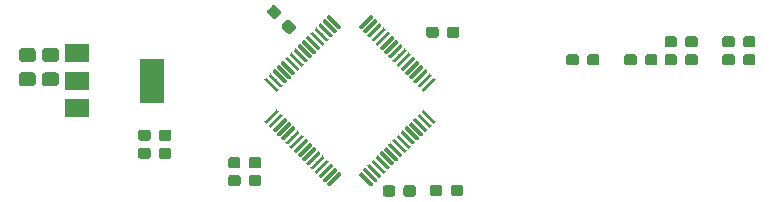
<source format=gtp>
G04 #@! TF.GenerationSoftware,KiCad,Pcbnew,5.1.3-ffb9f22~84~ubuntu18.04.1*
G04 #@! TF.CreationDate,2019-07-27T16:59:01-05:00*
G04 #@! TF.ProjectId,2055-LPC51U68JBD64-breakout,32303535-2d4c-4504-9335-315536384a42,rev?*
G04 #@! TF.SameCoordinates,Original*
G04 #@! TF.FileFunction,Paste,Top*
G04 #@! TF.FilePolarity,Positive*
%FSLAX46Y46*%
G04 Gerber Fmt 4.6, Leading zero omitted, Abs format (unit mm)*
G04 Created by KiCad (PCBNEW 5.1.3-ffb9f22~84~ubuntu18.04.1) date 2019-07-27 16:59:01*
%MOMM*%
%LPD*%
G04 APERTURE LIST*
%ADD10C,0.100000*%
%ADD11C,0.300000*%
%ADD12C,0.950000*%
%ADD13C,1.150000*%
%ADD14R,2.000000X3.800000*%
%ADD15R,2.000000X1.500000*%
G04 APERTURE END LIST*
D10*
G36*
X151375338Y-93854106D02*
G01*
X151382619Y-93855186D01*
X151389758Y-93856974D01*
X151396688Y-93859454D01*
X151403342Y-93862601D01*
X151409655Y-93866385D01*
X151415566Y-93870769D01*
X151421020Y-93875712D01*
X152357936Y-94812628D01*
X152362879Y-94818082D01*
X152367263Y-94823993D01*
X152371047Y-94830306D01*
X152374194Y-94836960D01*
X152376674Y-94843890D01*
X152378462Y-94851029D01*
X152379542Y-94858310D01*
X152379903Y-94865661D01*
X152379542Y-94873012D01*
X152378462Y-94880293D01*
X152376674Y-94887432D01*
X152374194Y-94894362D01*
X152371047Y-94901016D01*
X152367263Y-94907329D01*
X152362879Y-94913240D01*
X152357936Y-94918694D01*
X152251870Y-95024760D01*
X152246416Y-95029703D01*
X152240505Y-95034087D01*
X152234192Y-95037871D01*
X152227538Y-95041018D01*
X152220608Y-95043498D01*
X152213469Y-95045286D01*
X152206188Y-95046366D01*
X152198837Y-95046727D01*
X152191486Y-95046366D01*
X152184205Y-95045286D01*
X152177066Y-95043498D01*
X152170136Y-95041018D01*
X152163482Y-95037871D01*
X152157169Y-95034087D01*
X152151258Y-95029703D01*
X152145804Y-95024760D01*
X151208888Y-94087844D01*
X151203945Y-94082390D01*
X151199561Y-94076479D01*
X151195777Y-94070166D01*
X151192630Y-94063512D01*
X151190150Y-94056582D01*
X151188362Y-94049443D01*
X151187282Y-94042162D01*
X151186921Y-94034811D01*
X151187282Y-94027460D01*
X151188362Y-94020179D01*
X151190150Y-94013040D01*
X151192630Y-94006110D01*
X151195777Y-93999456D01*
X151199561Y-93993143D01*
X151203945Y-93987232D01*
X151208888Y-93981778D01*
X151314954Y-93875712D01*
X151320408Y-93870769D01*
X151326319Y-93866385D01*
X151332632Y-93862601D01*
X151339286Y-93859454D01*
X151346216Y-93856974D01*
X151353355Y-93855186D01*
X151360636Y-93854106D01*
X151367987Y-93853745D01*
X151375338Y-93854106D01*
X151375338Y-93854106D01*
G37*
D11*
X151783412Y-94450236D03*
D10*
G36*
X151021785Y-94207660D02*
G01*
X151029066Y-94208740D01*
X151036205Y-94210528D01*
X151043135Y-94213008D01*
X151049789Y-94216155D01*
X151056102Y-94219939D01*
X151062013Y-94224323D01*
X151067467Y-94229266D01*
X152004383Y-95166182D01*
X152009326Y-95171636D01*
X152013710Y-95177547D01*
X152017494Y-95183860D01*
X152020641Y-95190514D01*
X152023121Y-95197444D01*
X152024909Y-95204583D01*
X152025989Y-95211864D01*
X152026350Y-95219215D01*
X152025989Y-95226566D01*
X152024909Y-95233847D01*
X152023121Y-95240986D01*
X152020641Y-95247916D01*
X152017494Y-95254570D01*
X152013710Y-95260883D01*
X152009326Y-95266794D01*
X152004383Y-95272248D01*
X151898317Y-95378314D01*
X151892863Y-95383257D01*
X151886952Y-95387641D01*
X151880639Y-95391425D01*
X151873985Y-95394572D01*
X151867055Y-95397052D01*
X151859916Y-95398840D01*
X151852635Y-95399920D01*
X151845284Y-95400281D01*
X151837933Y-95399920D01*
X151830652Y-95398840D01*
X151823513Y-95397052D01*
X151816583Y-95394572D01*
X151809929Y-95391425D01*
X151803616Y-95387641D01*
X151797705Y-95383257D01*
X151792251Y-95378314D01*
X150855335Y-94441398D01*
X150850392Y-94435944D01*
X150846008Y-94430033D01*
X150842224Y-94423720D01*
X150839077Y-94417066D01*
X150836597Y-94410136D01*
X150834809Y-94402997D01*
X150833729Y-94395716D01*
X150833368Y-94388365D01*
X150833729Y-94381014D01*
X150834809Y-94373733D01*
X150836597Y-94366594D01*
X150839077Y-94359664D01*
X150842224Y-94353010D01*
X150846008Y-94346697D01*
X150850392Y-94340786D01*
X150855335Y-94335332D01*
X150961401Y-94229266D01*
X150966855Y-94224323D01*
X150972766Y-94219939D01*
X150979079Y-94216155D01*
X150985733Y-94213008D01*
X150992663Y-94210528D01*
X150999802Y-94208740D01*
X151007083Y-94207660D01*
X151014434Y-94207299D01*
X151021785Y-94207660D01*
X151021785Y-94207660D01*
G37*
D11*
X151429859Y-94803790D03*
D10*
G36*
X150668231Y-94561213D02*
G01*
X150675512Y-94562293D01*
X150682651Y-94564081D01*
X150689581Y-94566561D01*
X150696235Y-94569708D01*
X150702548Y-94573492D01*
X150708459Y-94577876D01*
X150713913Y-94582819D01*
X151650829Y-95519735D01*
X151655772Y-95525189D01*
X151660156Y-95531100D01*
X151663940Y-95537413D01*
X151667087Y-95544067D01*
X151669567Y-95550997D01*
X151671355Y-95558136D01*
X151672435Y-95565417D01*
X151672796Y-95572768D01*
X151672435Y-95580119D01*
X151671355Y-95587400D01*
X151669567Y-95594539D01*
X151667087Y-95601469D01*
X151663940Y-95608123D01*
X151660156Y-95614436D01*
X151655772Y-95620347D01*
X151650829Y-95625801D01*
X151544763Y-95731867D01*
X151539309Y-95736810D01*
X151533398Y-95741194D01*
X151527085Y-95744978D01*
X151520431Y-95748125D01*
X151513501Y-95750605D01*
X151506362Y-95752393D01*
X151499081Y-95753473D01*
X151491730Y-95753834D01*
X151484379Y-95753473D01*
X151477098Y-95752393D01*
X151469959Y-95750605D01*
X151463029Y-95748125D01*
X151456375Y-95744978D01*
X151450062Y-95741194D01*
X151444151Y-95736810D01*
X151438697Y-95731867D01*
X150501781Y-94794951D01*
X150496838Y-94789497D01*
X150492454Y-94783586D01*
X150488670Y-94777273D01*
X150485523Y-94770619D01*
X150483043Y-94763689D01*
X150481255Y-94756550D01*
X150480175Y-94749269D01*
X150479814Y-94741918D01*
X150480175Y-94734567D01*
X150481255Y-94727286D01*
X150483043Y-94720147D01*
X150485523Y-94713217D01*
X150488670Y-94706563D01*
X150492454Y-94700250D01*
X150496838Y-94694339D01*
X150501781Y-94688885D01*
X150607847Y-94582819D01*
X150613301Y-94577876D01*
X150619212Y-94573492D01*
X150625525Y-94569708D01*
X150632179Y-94566561D01*
X150639109Y-94564081D01*
X150646248Y-94562293D01*
X150653529Y-94561213D01*
X150660880Y-94560852D01*
X150668231Y-94561213D01*
X150668231Y-94561213D01*
G37*
D11*
X151076305Y-95157343D03*
D10*
G36*
X150314678Y-94914767D02*
G01*
X150321959Y-94915847D01*
X150329098Y-94917635D01*
X150336028Y-94920115D01*
X150342682Y-94923262D01*
X150348995Y-94927046D01*
X150354906Y-94931430D01*
X150360360Y-94936373D01*
X151297276Y-95873289D01*
X151302219Y-95878743D01*
X151306603Y-95884654D01*
X151310387Y-95890967D01*
X151313534Y-95897621D01*
X151316014Y-95904551D01*
X151317802Y-95911690D01*
X151318882Y-95918971D01*
X151319243Y-95926322D01*
X151318882Y-95933673D01*
X151317802Y-95940954D01*
X151316014Y-95948093D01*
X151313534Y-95955023D01*
X151310387Y-95961677D01*
X151306603Y-95967990D01*
X151302219Y-95973901D01*
X151297276Y-95979355D01*
X151191210Y-96085421D01*
X151185756Y-96090364D01*
X151179845Y-96094748D01*
X151173532Y-96098532D01*
X151166878Y-96101679D01*
X151159948Y-96104159D01*
X151152809Y-96105947D01*
X151145528Y-96107027D01*
X151138177Y-96107388D01*
X151130826Y-96107027D01*
X151123545Y-96105947D01*
X151116406Y-96104159D01*
X151109476Y-96101679D01*
X151102822Y-96098532D01*
X151096509Y-96094748D01*
X151090598Y-96090364D01*
X151085144Y-96085421D01*
X150148228Y-95148505D01*
X150143285Y-95143051D01*
X150138901Y-95137140D01*
X150135117Y-95130827D01*
X150131970Y-95124173D01*
X150129490Y-95117243D01*
X150127702Y-95110104D01*
X150126622Y-95102823D01*
X150126261Y-95095472D01*
X150126622Y-95088121D01*
X150127702Y-95080840D01*
X150129490Y-95073701D01*
X150131970Y-95066771D01*
X150135117Y-95060117D01*
X150138901Y-95053804D01*
X150143285Y-95047893D01*
X150148228Y-95042439D01*
X150254294Y-94936373D01*
X150259748Y-94931430D01*
X150265659Y-94927046D01*
X150271972Y-94923262D01*
X150278626Y-94920115D01*
X150285556Y-94917635D01*
X150292695Y-94915847D01*
X150299976Y-94914767D01*
X150307327Y-94914406D01*
X150314678Y-94914767D01*
X150314678Y-94914767D01*
G37*
D11*
X150722752Y-95510897D03*
D10*
G36*
X149961125Y-95268320D02*
G01*
X149968406Y-95269400D01*
X149975545Y-95271188D01*
X149982475Y-95273668D01*
X149989129Y-95276815D01*
X149995442Y-95280599D01*
X150001353Y-95284983D01*
X150006807Y-95289926D01*
X150943723Y-96226842D01*
X150948666Y-96232296D01*
X150953050Y-96238207D01*
X150956834Y-96244520D01*
X150959981Y-96251174D01*
X150962461Y-96258104D01*
X150964249Y-96265243D01*
X150965329Y-96272524D01*
X150965690Y-96279875D01*
X150965329Y-96287226D01*
X150964249Y-96294507D01*
X150962461Y-96301646D01*
X150959981Y-96308576D01*
X150956834Y-96315230D01*
X150953050Y-96321543D01*
X150948666Y-96327454D01*
X150943723Y-96332908D01*
X150837657Y-96438974D01*
X150832203Y-96443917D01*
X150826292Y-96448301D01*
X150819979Y-96452085D01*
X150813325Y-96455232D01*
X150806395Y-96457712D01*
X150799256Y-96459500D01*
X150791975Y-96460580D01*
X150784624Y-96460941D01*
X150777273Y-96460580D01*
X150769992Y-96459500D01*
X150762853Y-96457712D01*
X150755923Y-96455232D01*
X150749269Y-96452085D01*
X150742956Y-96448301D01*
X150737045Y-96443917D01*
X150731591Y-96438974D01*
X149794675Y-95502058D01*
X149789732Y-95496604D01*
X149785348Y-95490693D01*
X149781564Y-95484380D01*
X149778417Y-95477726D01*
X149775937Y-95470796D01*
X149774149Y-95463657D01*
X149773069Y-95456376D01*
X149772708Y-95449025D01*
X149773069Y-95441674D01*
X149774149Y-95434393D01*
X149775937Y-95427254D01*
X149778417Y-95420324D01*
X149781564Y-95413670D01*
X149785348Y-95407357D01*
X149789732Y-95401446D01*
X149794675Y-95395992D01*
X149900741Y-95289926D01*
X149906195Y-95284983D01*
X149912106Y-95280599D01*
X149918419Y-95276815D01*
X149925073Y-95273668D01*
X149932003Y-95271188D01*
X149939142Y-95269400D01*
X149946423Y-95268320D01*
X149953774Y-95267959D01*
X149961125Y-95268320D01*
X149961125Y-95268320D01*
G37*
D11*
X150369199Y-95864450D03*
D10*
G36*
X149607571Y-95621873D02*
G01*
X149614852Y-95622953D01*
X149621991Y-95624741D01*
X149628921Y-95627221D01*
X149635575Y-95630368D01*
X149641888Y-95634152D01*
X149647799Y-95638536D01*
X149653253Y-95643479D01*
X150590169Y-96580395D01*
X150595112Y-96585849D01*
X150599496Y-96591760D01*
X150603280Y-96598073D01*
X150606427Y-96604727D01*
X150608907Y-96611657D01*
X150610695Y-96618796D01*
X150611775Y-96626077D01*
X150612136Y-96633428D01*
X150611775Y-96640779D01*
X150610695Y-96648060D01*
X150608907Y-96655199D01*
X150606427Y-96662129D01*
X150603280Y-96668783D01*
X150599496Y-96675096D01*
X150595112Y-96681007D01*
X150590169Y-96686461D01*
X150484103Y-96792527D01*
X150478649Y-96797470D01*
X150472738Y-96801854D01*
X150466425Y-96805638D01*
X150459771Y-96808785D01*
X150452841Y-96811265D01*
X150445702Y-96813053D01*
X150438421Y-96814133D01*
X150431070Y-96814494D01*
X150423719Y-96814133D01*
X150416438Y-96813053D01*
X150409299Y-96811265D01*
X150402369Y-96808785D01*
X150395715Y-96805638D01*
X150389402Y-96801854D01*
X150383491Y-96797470D01*
X150378037Y-96792527D01*
X149441121Y-95855611D01*
X149436178Y-95850157D01*
X149431794Y-95844246D01*
X149428010Y-95837933D01*
X149424863Y-95831279D01*
X149422383Y-95824349D01*
X149420595Y-95817210D01*
X149419515Y-95809929D01*
X149419154Y-95802578D01*
X149419515Y-95795227D01*
X149420595Y-95787946D01*
X149422383Y-95780807D01*
X149424863Y-95773877D01*
X149428010Y-95767223D01*
X149431794Y-95760910D01*
X149436178Y-95754999D01*
X149441121Y-95749545D01*
X149547187Y-95643479D01*
X149552641Y-95638536D01*
X149558552Y-95634152D01*
X149564865Y-95630368D01*
X149571519Y-95627221D01*
X149578449Y-95624741D01*
X149585588Y-95622953D01*
X149592869Y-95621873D01*
X149600220Y-95621512D01*
X149607571Y-95621873D01*
X149607571Y-95621873D01*
G37*
D11*
X150015645Y-96218003D03*
D10*
G36*
X149254018Y-95975427D02*
G01*
X149261299Y-95976507D01*
X149268438Y-95978295D01*
X149275368Y-95980775D01*
X149282022Y-95983922D01*
X149288335Y-95987706D01*
X149294246Y-95992090D01*
X149299700Y-95997033D01*
X150236616Y-96933949D01*
X150241559Y-96939403D01*
X150245943Y-96945314D01*
X150249727Y-96951627D01*
X150252874Y-96958281D01*
X150255354Y-96965211D01*
X150257142Y-96972350D01*
X150258222Y-96979631D01*
X150258583Y-96986982D01*
X150258222Y-96994333D01*
X150257142Y-97001614D01*
X150255354Y-97008753D01*
X150252874Y-97015683D01*
X150249727Y-97022337D01*
X150245943Y-97028650D01*
X150241559Y-97034561D01*
X150236616Y-97040015D01*
X150130550Y-97146081D01*
X150125096Y-97151024D01*
X150119185Y-97155408D01*
X150112872Y-97159192D01*
X150106218Y-97162339D01*
X150099288Y-97164819D01*
X150092149Y-97166607D01*
X150084868Y-97167687D01*
X150077517Y-97168048D01*
X150070166Y-97167687D01*
X150062885Y-97166607D01*
X150055746Y-97164819D01*
X150048816Y-97162339D01*
X150042162Y-97159192D01*
X150035849Y-97155408D01*
X150029938Y-97151024D01*
X150024484Y-97146081D01*
X149087568Y-96209165D01*
X149082625Y-96203711D01*
X149078241Y-96197800D01*
X149074457Y-96191487D01*
X149071310Y-96184833D01*
X149068830Y-96177903D01*
X149067042Y-96170764D01*
X149065962Y-96163483D01*
X149065601Y-96156132D01*
X149065962Y-96148781D01*
X149067042Y-96141500D01*
X149068830Y-96134361D01*
X149071310Y-96127431D01*
X149074457Y-96120777D01*
X149078241Y-96114464D01*
X149082625Y-96108553D01*
X149087568Y-96103099D01*
X149193634Y-95997033D01*
X149199088Y-95992090D01*
X149204999Y-95987706D01*
X149211312Y-95983922D01*
X149217966Y-95980775D01*
X149224896Y-95978295D01*
X149232035Y-95976507D01*
X149239316Y-95975427D01*
X149246667Y-95975066D01*
X149254018Y-95975427D01*
X149254018Y-95975427D01*
G37*
D11*
X149662092Y-96571557D03*
D10*
G36*
X148900465Y-96328980D02*
G01*
X148907746Y-96330060D01*
X148914885Y-96331848D01*
X148921815Y-96334328D01*
X148928469Y-96337475D01*
X148934782Y-96341259D01*
X148940693Y-96345643D01*
X148946147Y-96350586D01*
X149883063Y-97287502D01*
X149888006Y-97292956D01*
X149892390Y-97298867D01*
X149896174Y-97305180D01*
X149899321Y-97311834D01*
X149901801Y-97318764D01*
X149903589Y-97325903D01*
X149904669Y-97333184D01*
X149905030Y-97340535D01*
X149904669Y-97347886D01*
X149903589Y-97355167D01*
X149901801Y-97362306D01*
X149899321Y-97369236D01*
X149896174Y-97375890D01*
X149892390Y-97382203D01*
X149888006Y-97388114D01*
X149883063Y-97393568D01*
X149776997Y-97499634D01*
X149771543Y-97504577D01*
X149765632Y-97508961D01*
X149759319Y-97512745D01*
X149752665Y-97515892D01*
X149745735Y-97518372D01*
X149738596Y-97520160D01*
X149731315Y-97521240D01*
X149723964Y-97521601D01*
X149716613Y-97521240D01*
X149709332Y-97520160D01*
X149702193Y-97518372D01*
X149695263Y-97515892D01*
X149688609Y-97512745D01*
X149682296Y-97508961D01*
X149676385Y-97504577D01*
X149670931Y-97499634D01*
X148734015Y-96562718D01*
X148729072Y-96557264D01*
X148724688Y-96551353D01*
X148720904Y-96545040D01*
X148717757Y-96538386D01*
X148715277Y-96531456D01*
X148713489Y-96524317D01*
X148712409Y-96517036D01*
X148712048Y-96509685D01*
X148712409Y-96502334D01*
X148713489Y-96495053D01*
X148715277Y-96487914D01*
X148717757Y-96480984D01*
X148720904Y-96474330D01*
X148724688Y-96468017D01*
X148729072Y-96462106D01*
X148734015Y-96456652D01*
X148840081Y-96350586D01*
X148845535Y-96345643D01*
X148851446Y-96341259D01*
X148857759Y-96337475D01*
X148864413Y-96334328D01*
X148871343Y-96331848D01*
X148878482Y-96330060D01*
X148885763Y-96328980D01*
X148893114Y-96328619D01*
X148900465Y-96328980D01*
X148900465Y-96328980D01*
G37*
D11*
X149308539Y-96925110D03*
D10*
G36*
X148546911Y-96682534D02*
G01*
X148554192Y-96683614D01*
X148561331Y-96685402D01*
X148568261Y-96687882D01*
X148574915Y-96691029D01*
X148581228Y-96694813D01*
X148587139Y-96699197D01*
X148592593Y-96704140D01*
X149529509Y-97641056D01*
X149534452Y-97646510D01*
X149538836Y-97652421D01*
X149542620Y-97658734D01*
X149545767Y-97665388D01*
X149548247Y-97672318D01*
X149550035Y-97679457D01*
X149551115Y-97686738D01*
X149551476Y-97694089D01*
X149551115Y-97701440D01*
X149550035Y-97708721D01*
X149548247Y-97715860D01*
X149545767Y-97722790D01*
X149542620Y-97729444D01*
X149538836Y-97735757D01*
X149534452Y-97741668D01*
X149529509Y-97747122D01*
X149423443Y-97853188D01*
X149417989Y-97858131D01*
X149412078Y-97862515D01*
X149405765Y-97866299D01*
X149399111Y-97869446D01*
X149392181Y-97871926D01*
X149385042Y-97873714D01*
X149377761Y-97874794D01*
X149370410Y-97875155D01*
X149363059Y-97874794D01*
X149355778Y-97873714D01*
X149348639Y-97871926D01*
X149341709Y-97869446D01*
X149335055Y-97866299D01*
X149328742Y-97862515D01*
X149322831Y-97858131D01*
X149317377Y-97853188D01*
X148380461Y-96916272D01*
X148375518Y-96910818D01*
X148371134Y-96904907D01*
X148367350Y-96898594D01*
X148364203Y-96891940D01*
X148361723Y-96885010D01*
X148359935Y-96877871D01*
X148358855Y-96870590D01*
X148358494Y-96863239D01*
X148358855Y-96855888D01*
X148359935Y-96848607D01*
X148361723Y-96841468D01*
X148364203Y-96834538D01*
X148367350Y-96827884D01*
X148371134Y-96821571D01*
X148375518Y-96815660D01*
X148380461Y-96810206D01*
X148486527Y-96704140D01*
X148491981Y-96699197D01*
X148497892Y-96694813D01*
X148504205Y-96691029D01*
X148510859Y-96687882D01*
X148517789Y-96685402D01*
X148524928Y-96683614D01*
X148532209Y-96682534D01*
X148539560Y-96682173D01*
X148546911Y-96682534D01*
X148546911Y-96682534D01*
G37*
D11*
X148954985Y-97278664D03*
D10*
G36*
X148193358Y-97036087D02*
G01*
X148200639Y-97037167D01*
X148207778Y-97038955D01*
X148214708Y-97041435D01*
X148221362Y-97044582D01*
X148227675Y-97048366D01*
X148233586Y-97052750D01*
X148239040Y-97057693D01*
X149175956Y-97994609D01*
X149180899Y-98000063D01*
X149185283Y-98005974D01*
X149189067Y-98012287D01*
X149192214Y-98018941D01*
X149194694Y-98025871D01*
X149196482Y-98033010D01*
X149197562Y-98040291D01*
X149197923Y-98047642D01*
X149197562Y-98054993D01*
X149196482Y-98062274D01*
X149194694Y-98069413D01*
X149192214Y-98076343D01*
X149189067Y-98082997D01*
X149185283Y-98089310D01*
X149180899Y-98095221D01*
X149175956Y-98100675D01*
X149069890Y-98206741D01*
X149064436Y-98211684D01*
X149058525Y-98216068D01*
X149052212Y-98219852D01*
X149045558Y-98222999D01*
X149038628Y-98225479D01*
X149031489Y-98227267D01*
X149024208Y-98228347D01*
X149016857Y-98228708D01*
X149009506Y-98228347D01*
X149002225Y-98227267D01*
X148995086Y-98225479D01*
X148988156Y-98222999D01*
X148981502Y-98219852D01*
X148975189Y-98216068D01*
X148969278Y-98211684D01*
X148963824Y-98206741D01*
X148026908Y-97269825D01*
X148021965Y-97264371D01*
X148017581Y-97258460D01*
X148013797Y-97252147D01*
X148010650Y-97245493D01*
X148008170Y-97238563D01*
X148006382Y-97231424D01*
X148005302Y-97224143D01*
X148004941Y-97216792D01*
X148005302Y-97209441D01*
X148006382Y-97202160D01*
X148008170Y-97195021D01*
X148010650Y-97188091D01*
X148013797Y-97181437D01*
X148017581Y-97175124D01*
X148021965Y-97169213D01*
X148026908Y-97163759D01*
X148132974Y-97057693D01*
X148138428Y-97052750D01*
X148144339Y-97048366D01*
X148150652Y-97044582D01*
X148157306Y-97041435D01*
X148164236Y-97038955D01*
X148171375Y-97037167D01*
X148178656Y-97036087D01*
X148186007Y-97035726D01*
X148193358Y-97036087D01*
X148193358Y-97036087D01*
G37*
D11*
X148601432Y-97632217D03*
D10*
G36*
X147839804Y-97389640D02*
G01*
X147847085Y-97390720D01*
X147854224Y-97392508D01*
X147861154Y-97394988D01*
X147867808Y-97398135D01*
X147874121Y-97401919D01*
X147880032Y-97406303D01*
X147885486Y-97411246D01*
X148822402Y-98348162D01*
X148827345Y-98353616D01*
X148831729Y-98359527D01*
X148835513Y-98365840D01*
X148838660Y-98372494D01*
X148841140Y-98379424D01*
X148842928Y-98386563D01*
X148844008Y-98393844D01*
X148844369Y-98401195D01*
X148844008Y-98408546D01*
X148842928Y-98415827D01*
X148841140Y-98422966D01*
X148838660Y-98429896D01*
X148835513Y-98436550D01*
X148831729Y-98442863D01*
X148827345Y-98448774D01*
X148822402Y-98454228D01*
X148716336Y-98560294D01*
X148710882Y-98565237D01*
X148704971Y-98569621D01*
X148698658Y-98573405D01*
X148692004Y-98576552D01*
X148685074Y-98579032D01*
X148677935Y-98580820D01*
X148670654Y-98581900D01*
X148663303Y-98582261D01*
X148655952Y-98581900D01*
X148648671Y-98580820D01*
X148641532Y-98579032D01*
X148634602Y-98576552D01*
X148627948Y-98573405D01*
X148621635Y-98569621D01*
X148615724Y-98565237D01*
X148610270Y-98560294D01*
X147673354Y-97623378D01*
X147668411Y-97617924D01*
X147664027Y-97612013D01*
X147660243Y-97605700D01*
X147657096Y-97599046D01*
X147654616Y-97592116D01*
X147652828Y-97584977D01*
X147651748Y-97577696D01*
X147651387Y-97570345D01*
X147651748Y-97562994D01*
X147652828Y-97555713D01*
X147654616Y-97548574D01*
X147657096Y-97541644D01*
X147660243Y-97534990D01*
X147664027Y-97528677D01*
X147668411Y-97522766D01*
X147673354Y-97517312D01*
X147779420Y-97411246D01*
X147784874Y-97406303D01*
X147790785Y-97401919D01*
X147797098Y-97398135D01*
X147803752Y-97394988D01*
X147810682Y-97392508D01*
X147817821Y-97390720D01*
X147825102Y-97389640D01*
X147832453Y-97389279D01*
X147839804Y-97389640D01*
X147839804Y-97389640D01*
G37*
D11*
X148247878Y-97985770D03*
D10*
G36*
X147486251Y-97743194D02*
G01*
X147493532Y-97744274D01*
X147500671Y-97746062D01*
X147507601Y-97748542D01*
X147514255Y-97751689D01*
X147520568Y-97755473D01*
X147526479Y-97759857D01*
X147531933Y-97764800D01*
X148468849Y-98701716D01*
X148473792Y-98707170D01*
X148478176Y-98713081D01*
X148481960Y-98719394D01*
X148485107Y-98726048D01*
X148487587Y-98732978D01*
X148489375Y-98740117D01*
X148490455Y-98747398D01*
X148490816Y-98754749D01*
X148490455Y-98762100D01*
X148489375Y-98769381D01*
X148487587Y-98776520D01*
X148485107Y-98783450D01*
X148481960Y-98790104D01*
X148478176Y-98796417D01*
X148473792Y-98802328D01*
X148468849Y-98807782D01*
X148362783Y-98913848D01*
X148357329Y-98918791D01*
X148351418Y-98923175D01*
X148345105Y-98926959D01*
X148338451Y-98930106D01*
X148331521Y-98932586D01*
X148324382Y-98934374D01*
X148317101Y-98935454D01*
X148309750Y-98935815D01*
X148302399Y-98935454D01*
X148295118Y-98934374D01*
X148287979Y-98932586D01*
X148281049Y-98930106D01*
X148274395Y-98926959D01*
X148268082Y-98923175D01*
X148262171Y-98918791D01*
X148256717Y-98913848D01*
X147319801Y-97976932D01*
X147314858Y-97971478D01*
X147310474Y-97965567D01*
X147306690Y-97959254D01*
X147303543Y-97952600D01*
X147301063Y-97945670D01*
X147299275Y-97938531D01*
X147298195Y-97931250D01*
X147297834Y-97923899D01*
X147298195Y-97916548D01*
X147299275Y-97909267D01*
X147301063Y-97902128D01*
X147303543Y-97895198D01*
X147306690Y-97888544D01*
X147310474Y-97882231D01*
X147314858Y-97876320D01*
X147319801Y-97870866D01*
X147425867Y-97764800D01*
X147431321Y-97759857D01*
X147437232Y-97755473D01*
X147443545Y-97751689D01*
X147450199Y-97748542D01*
X147457129Y-97746062D01*
X147464268Y-97744274D01*
X147471549Y-97743194D01*
X147478900Y-97742833D01*
X147486251Y-97743194D01*
X147486251Y-97743194D01*
G37*
D11*
X147894325Y-98339324D03*
D10*
G36*
X147132698Y-98096747D02*
G01*
X147139979Y-98097827D01*
X147147118Y-98099615D01*
X147154048Y-98102095D01*
X147160702Y-98105242D01*
X147167015Y-98109026D01*
X147172926Y-98113410D01*
X147178380Y-98118353D01*
X148115296Y-99055269D01*
X148120239Y-99060723D01*
X148124623Y-99066634D01*
X148128407Y-99072947D01*
X148131554Y-99079601D01*
X148134034Y-99086531D01*
X148135822Y-99093670D01*
X148136902Y-99100951D01*
X148137263Y-99108302D01*
X148136902Y-99115653D01*
X148135822Y-99122934D01*
X148134034Y-99130073D01*
X148131554Y-99137003D01*
X148128407Y-99143657D01*
X148124623Y-99149970D01*
X148120239Y-99155881D01*
X148115296Y-99161335D01*
X148009230Y-99267401D01*
X148003776Y-99272344D01*
X147997865Y-99276728D01*
X147991552Y-99280512D01*
X147984898Y-99283659D01*
X147977968Y-99286139D01*
X147970829Y-99287927D01*
X147963548Y-99289007D01*
X147956197Y-99289368D01*
X147948846Y-99289007D01*
X147941565Y-99287927D01*
X147934426Y-99286139D01*
X147927496Y-99283659D01*
X147920842Y-99280512D01*
X147914529Y-99276728D01*
X147908618Y-99272344D01*
X147903164Y-99267401D01*
X146966248Y-98330485D01*
X146961305Y-98325031D01*
X146956921Y-98319120D01*
X146953137Y-98312807D01*
X146949990Y-98306153D01*
X146947510Y-98299223D01*
X146945722Y-98292084D01*
X146944642Y-98284803D01*
X146944281Y-98277452D01*
X146944642Y-98270101D01*
X146945722Y-98262820D01*
X146947510Y-98255681D01*
X146949990Y-98248751D01*
X146953137Y-98242097D01*
X146956921Y-98235784D01*
X146961305Y-98229873D01*
X146966248Y-98224419D01*
X147072314Y-98118353D01*
X147077768Y-98113410D01*
X147083679Y-98109026D01*
X147089992Y-98105242D01*
X147096646Y-98102095D01*
X147103576Y-98099615D01*
X147110715Y-98097827D01*
X147117996Y-98096747D01*
X147125347Y-98096386D01*
X147132698Y-98096747D01*
X147132698Y-98096747D01*
G37*
D11*
X147540772Y-98692877D03*
D10*
G36*
X146779144Y-98450300D02*
G01*
X146786425Y-98451380D01*
X146793564Y-98453168D01*
X146800494Y-98455648D01*
X146807148Y-98458795D01*
X146813461Y-98462579D01*
X146819372Y-98466963D01*
X146824826Y-98471906D01*
X147761742Y-99408822D01*
X147766685Y-99414276D01*
X147771069Y-99420187D01*
X147774853Y-99426500D01*
X147778000Y-99433154D01*
X147780480Y-99440084D01*
X147782268Y-99447223D01*
X147783348Y-99454504D01*
X147783709Y-99461855D01*
X147783348Y-99469206D01*
X147782268Y-99476487D01*
X147780480Y-99483626D01*
X147778000Y-99490556D01*
X147774853Y-99497210D01*
X147771069Y-99503523D01*
X147766685Y-99509434D01*
X147761742Y-99514888D01*
X147655676Y-99620954D01*
X147650222Y-99625897D01*
X147644311Y-99630281D01*
X147637998Y-99634065D01*
X147631344Y-99637212D01*
X147624414Y-99639692D01*
X147617275Y-99641480D01*
X147609994Y-99642560D01*
X147602643Y-99642921D01*
X147595292Y-99642560D01*
X147588011Y-99641480D01*
X147580872Y-99639692D01*
X147573942Y-99637212D01*
X147567288Y-99634065D01*
X147560975Y-99630281D01*
X147555064Y-99625897D01*
X147549610Y-99620954D01*
X146612694Y-98684038D01*
X146607751Y-98678584D01*
X146603367Y-98672673D01*
X146599583Y-98666360D01*
X146596436Y-98659706D01*
X146593956Y-98652776D01*
X146592168Y-98645637D01*
X146591088Y-98638356D01*
X146590727Y-98631005D01*
X146591088Y-98623654D01*
X146592168Y-98616373D01*
X146593956Y-98609234D01*
X146596436Y-98602304D01*
X146599583Y-98595650D01*
X146603367Y-98589337D01*
X146607751Y-98583426D01*
X146612694Y-98577972D01*
X146718760Y-98471906D01*
X146724214Y-98466963D01*
X146730125Y-98462579D01*
X146736438Y-98458795D01*
X146743092Y-98455648D01*
X146750022Y-98453168D01*
X146757161Y-98451380D01*
X146764442Y-98450300D01*
X146771793Y-98449939D01*
X146779144Y-98450300D01*
X146779144Y-98450300D01*
G37*
D11*
X147187218Y-99046430D03*
D10*
G36*
X146425591Y-98803854D02*
G01*
X146432872Y-98804934D01*
X146440011Y-98806722D01*
X146446941Y-98809202D01*
X146453595Y-98812349D01*
X146459908Y-98816133D01*
X146465819Y-98820517D01*
X146471273Y-98825460D01*
X147408189Y-99762376D01*
X147413132Y-99767830D01*
X147417516Y-99773741D01*
X147421300Y-99780054D01*
X147424447Y-99786708D01*
X147426927Y-99793638D01*
X147428715Y-99800777D01*
X147429795Y-99808058D01*
X147430156Y-99815409D01*
X147429795Y-99822760D01*
X147428715Y-99830041D01*
X147426927Y-99837180D01*
X147424447Y-99844110D01*
X147421300Y-99850764D01*
X147417516Y-99857077D01*
X147413132Y-99862988D01*
X147408189Y-99868442D01*
X147302123Y-99974508D01*
X147296669Y-99979451D01*
X147290758Y-99983835D01*
X147284445Y-99987619D01*
X147277791Y-99990766D01*
X147270861Y-99993246D01*
X147263722Y-99995034D01*
X147256441Y-99996114D01*
X147249090Y-99996475D01*
X147241739Y-99996114D01*
X147234458Y-99995034D01*
X147227319Y-99993246D01*
X147220389Y-99990766D01*
X147213735Y-99987619D01*
X147207422Y-99983835D01*
X147201511Y-99979451D01*
X147196057Y-99974508D01*
X146259141Y-99037592D01*
X146254198Y-99032138D01*
X146249814Y-99026227D01*
X146246030Y-99019914D01*
X146242883Y-99013260D01*
X146240403Y-99006330D01*
X146238615Y-98999191D01*
X146237535Y-98991910D01*
X146237174Y-98984559D01*
X146237535Y-98977208D01*
X146238615Y-98969927D01*
X146240403Y-98962788D01*
X146242883Y-98955858D01*
X146246030Y-98949204D01*
X146249814Y-98942891D01*
X146254198Y-98936980D01*
X146259141Y-98931526D01*
X146365207Y-98825460D01*
X146370661Y-98820517D01*
X146376572Y-98816133D01*
X146382885Y-98812349D01*
X146389539Y-98809202D01*
X146396469Y-98806722D01*
X146403608Y-98804934D01*
X146410889Y-98803854D01*
X146418240Y-98803493D01*
X146425591Y-98803854D01*
X146425591Y-98803854D01*
G37*
D11*
X146833665Y-99399984D03*
D10*
G36*
X146072037Y-99157407D02*
G01*
X146079318Y-99158487D01*
X146086457Y-99160275D01*
X146093387Y-99162755D01*
X146100041Y-99165902D01*
X146106354Y-99169686D01*
X146112265Y-99174070D01*
X146117719Y-99179013D01*
X147054635Y-100115929D01*
X147059578Y-100121383D01*
X147063962Y-100127294D01*
X147067746Y-100133607D01*
X147070893Y-100140261D01*
X147073373Y-100147191D01*
X147075161Y-100154330D01*
X147076241Y-100161611D01*
X147076602Y-100168962D01*
X147076241Y-100176313D01*
X147075161Y-100183594D01*
X147073373Y-100190733D01*
X147070893Y-100197663D01*
X147067746Y-100204317D01*
X147063962Y-100210630D01*
X147059578Y-100216541D01*
X147054635Y-100221995D01*
X146948569Y-100328061D01*
X146943115Y-100333004D01*
X146937204Y-100337388D01*
X146930891Y-100341172D01*
X146924237Y-100344319D01*
X146917307Y-100346799D01*
X146910168Y-100348587D01*
X146902887Y-100349667D01*
X146895536Y-100350028D01*
X146888185Y-100349667D01*
X146880904Y-100348587D01*
X146873765Y-100346799D01*
X146866835Y-100344319D01*
X146860181Y-100341172D01*
X146853868Y-100337388D01*
X146847957Y-100333004D01*
X146842503Y-100328061D01*
X145905587Y-99391145D01*
X145900644Y-99385691D01*
X145896260Y-99379780D01*
X145892476Y-99373467D01*
X145889329Y-99366813D01*
X145886849Y-99359883D01*
X145885061Y-99352744D01*
X145883981Y-99345463D01*
X145883620Y-99338112D01*
X145883981Y-99330761D01*
X145885061Y-99323480D01*
X145886849Y-99316341D01*
X145889329Y-99309411D01*
X145892476Y-99302757D01*
X145896260Y-99296444D01*
X145900644Y-99290533D01*
X145905587Y-99285079D01*
X146011653Y-99179013D01*
X146017107Y-99174070D01*
X146023018Y-99169686D01*
X146029331Y-99165902D01*
X146035985Y-99162755D01*
X146042915Y-99160275D01*
X146050054Y-99158487D01*
X146057335Y-99157407D01*
X146064686Y-99157046D01*
X146072037Y-99157407D01*
X146072037Y-99157407D01*
G37*
D11*
X146480111Y-99753537D03*
D10*
G36*
X146902887Y-101862091D02*
G01*
X146910168Y-101863171D01*
X146917307Y-101864959D01*
X146924237Y-101867439D01*
X146930891Y-101870586D01*
X146937204Y-101874370D01*
X146943115Y-101878754D01*
X146948569Y-101883697D01*
X147054635Y-101989763D01*
X147059578Y-101995217D01*
X147063962Y-102001128D01*
X147067746Y-102007441D01*
X147070893Y-102014095D01*
X147073373Y-102021025D01*
X147075161Y-102028164D01*
X147076241Y-102035445D01*
X147076602Y-102042796D01*
X147076241Y-102050147D01*
X147075161Y-102057428D01*
X147073373Y-102064567D01*
X147070893Y-102071497D01*
X147067746Y-102078151D01*
X147063962Y-102084464D01*
X147059578Y-102090375D01*
X147054635Y-102095829D01*
X146117719Y-103032745D01*
X146112265Y-103037688D01*
X146106354Y-103042072D01*
X146100041Y-103045856D01*
X146093387Y-103049003D01*
X146086457Y-103051483D01*
X146079318Y-103053271D01*
X146072037Y-103054351D01*
X146064686Y-103054712D01*
X146057335Y-103054351D01*
X146050054Y-103053271D01*
X146042915Y-103051483D01*
X146035985Y-103049003D01*
X146029331Y-103045856D01*
X146023018Y-103042072D01*
X146017107Y-103037688D01*
X146011653Y-103032745D01*
X145905587Y-102926679D01*
X145900644Y-102921225D01*
X145896260Y-102915314D01*
X145892476Y-102909001D01*
X145889329Y-102902347D01*
X145886849Y-102895417D01*
X145885061Y-102888278D01*
X145883981Y-102880997D01*
X145883620Y-102873646D01*
X145883981Y-102866295D01*
X145885061Y-102859014D01*
X145886849Y-102851875D01*
X145889329Y-102844945D01*
X145892476Y-102838291D01*
X145896260Y-102831978D01*
X145900644Y-102826067D01*
X145905587Y-102820613D01*
X146842503Y-101883697D01*
X146847957Y-101878754D01*
X146853868Y-101874370D01*
X146860181Y-101870586D01*
X146866835Y-101867439D01*
X146873765Y-101864959D01*
X146880904Y-101863171D01*
X146888185Y-101862091D01*
X146895536Y-101861730D01*
X146902887Y-101862091D01*
X146902887Y-101862091D01*
G37*
D11*
X146480111Y-102458221D03*
D10*
G36*
X147256441Y-102215644D02*
G01*
X147263722Y-102216724D01*
X147270861Y-102218512D01*
X147277791Y-102220992D01*
X147284445Y-102224139D01*
X147290758Y-102227923D01*
X147296669Y-102232307D01*
X147302123Y-102237250D01*
X147408189Y-102343316D01*
X147413132Y-102348770D01*
X147417516Y-102354681D01*
X147421300Y-102360994D01*
X147424447Y-102367648D01*
X147426927Y-102374578D01*
X147428715Y-102381717D01*
X147429795Y-102388998D01*
X147430156Y-102396349D01*
X147429795Y-102403700D01*
X147428715Y-102410981D01*
X147426927Y-102418120D01*
X147424447Y-102425050D01*
X147421300Y-102431704D01*
X147417516Y-102438017D01*
X147413132Y-102443928D01*
X147408189Y-102449382D01*
X146471273Y-103386298D01*
X146465819Y-103391241D01*
X146459908Y-103395625D01*
X146453595Y-103399409D01*
X146446941Y-103402556D01*
X146440011Y-103405036D01*
X146432872Y-103406824D01*
X146425591Y-103407904D01*
X146418240Y-103408265D01*
X146410889Y-103407904D01*
X146403608Y-103406824D01*
X146396469Y-103405036D01*
X146389539Y-103402556D01*
X146382885Y-103399409D01*
X146376572Y-103395625D01*
X146370661Y-103391241D01*
X146365207Y-103386298D01*
X146259141Y-103280232D01*
X146254198Y-103274778D01*
X146249814Y-103268867D01*
X146246030Y-103262554D01*
X146242883Y-103255900D01*
X146240403Y-103248970D01*
X146238615Y-103241831D01*
X146237535Y-103234550D01*
X146237174Y-103227199D01*
X146237535Y-103219848D01*
X146238615Y-103212567D01*
X146240403Y-103205428D01*
X146242883Y-103198498D01*
X146246030Y-103191844D01*
X146249814Y-103185531D01*
X146254198Y-103179620D01*
X146259141Y-103174166D01*
X147196057Y-102237250D01*
X147201511Y-102232307D01*
X147207422Y-102227923D01*
X147213735Y-102224139D01*
X147220389Y-102220992D01*
X147227319Y-102218512D01*
X147234458Y-102216724D01*
X147241739Y-102215644D01*
X147249090Y-102215283D01*
X147256441Y-102215644D01*
X147256441Y-102215644D01*
G37*
D11*
X146833665Y-102811774D03*
D10*
G36*
X147609994Y-102569198D02*
G01*
X147617275Y-102570278D01*
X147624414Y-102572066D01*
X147631344Y-102574546D01*
X147637998Y-102577693D01*
X147644311Y-102581477D01*
X147650222Y-102585861D01*
X147655676Y-102590804D01*
X147761742Y-102696870D01*
X147766685Y-102702324D01*
X147771069Y-102708235D01*
X147774853Y-102714548D01*
X147778000Y-102721202D01*
X147780480Y-102728132D01*
X147782268Y-102735271D01*
X147783348Y-102742552D01*
X147783709Y-102749903D01*
X147783348Y-102757254D01*
X147782268Y-102764535D01*
X147780480Y-102771674D01*
X147778000Y-102778604D01*
X147774853Y-102785258D01*
X147771069Y-102791571D01*
X147766685Y-102797482D01*
X147761742Y-102802936D01*
X146824826Y-103739852D01*
X146819372Y-103744795D01*
X146813461Y-103749179D01*
X146807148Y-103752963D01*
X146800494Y-103756110D01*
X146793564Y-103758590D01*
X146786425Y-103760378D01*
X146779144Y-103761458D01*
X146771793Y-103761819D01*
X146764442Y-103761458D01*
X146757161Y-103760378D01*
X146750022Y-103758590D01*
X146743092Y-103756110D01*
X146736438Y-103752963D01*
X146730125Y-103749179D01*
X146724214Y-103744795D01*
X146718760Y-103739852D01*
X146612694Y-103633786D01*
X146607751Y-103628332D01*
X146603367Y-103622421D01*
X146599583Y-103616108D01*
X146596436Y-103609454D01*
X146593956Y-103602524D01*
X146592168Y-103595385D01*
X146591088Y-103588104D01*
X146590727Y-103580753D01*
X146591088Y-103573402D01*
X146592168Y-103566121D01*
X146593956Y-103558982D01*
X146596436Y-103552052D01*
X146599583Y-103545398D01*
X146603367Y-103539085D01*
X146607751Y-103533174D01*
X146612694Y-103527720D01*
X147549610Y-102590804D01*
X147555064Y-102585861D01*
X147560975Y-102581477D01*
X147567288Y-102577693D01*
X147573942Y-102574546D01*
X147580872Y-102572066D01*
X147588011Y-102570278D01*
X147595292Y-102569198D01*
X147602643Y-102568837D01*
X147609994Y-102569198D01*
X147609994Y-102569198D01*
G37*
D11*
X147187218Y-103165328D03*
D10*
G36*
X147963548Y-102922751D02*
G01*
X147970829Y-102923831D01*
X147977968Y-102925619D01*
X147984898Y-102928099D01*
X147991552Y-102931246D01*
X147997865Y-102935030D01*
X148003776Y-102939414D01*
X148009230Y-102944357D01*
X148115296Y-103050423D01*
X148120239Y-103055877D01*
X148124623Y-103061788D01*
X148128407Y-103068101D01*
X148131554Y-103074755D01*
X148134034Y-103081685D01*
X148135822Y-103088824D01*
X148136902Y-103096105D01*
X148137263Y-103103456D01*
X148136902Y-103110807D01*
X148135822Y-103118088D01*
X148134034Y-103125227D01*
X148131554Y-103132157D01*
X148128407Y-103138811D01*
X148124623Y-103145124D01*
X148120239Y-103151035D01*
X148115296Y-103156489D01*
X147178380Y-104093405D01*
X147172926Y-104098348D01*
X147167015Y-104102732D01*
X147160702Y-104106516D01*
X147154048Y-104109663D01*
X147147118Y-104112143D01*
X147139979Y-104113931D01*
X147132698Y-104115011D01*
X147125347Y-104115372D01*
X147117996Y-104115011D01*
X147110715Y-104113931D01*
X147103576Y-104112143D01*
X147096646Y-104109663D01*
X147089992Y-104106516D01*
X147083679Y-104102732D01*
X147077768Y-104098348D01*
X147072314Y-104093405D01*
X146966248Y-103987339D01*
X146961305Y-103981885D01*
X146956921Y-103975974D01*
X146953137Y-103969661D01*
X146949990Y-103963007D01*
X146947510Y-103956077D01*
X146945722Y-103948938D01*
X146944642Y-103941657D01*
X146944281Y-103934306D01*
X146944642Y-103926955D01*
X146945722Y-103919674D01*
X146947510Y-103912535D01*
X146949990Y-103905605D01*
X146953137Y-103898951D01*
X146956921Y-103892638D01*
X146961305Y-103886727D01*
X146966248Y-103881273D01*
X147903164Y-102944357D01*
X147908618Y-102939414D01*
X147914529Y-102935030D01*
X147920842Y-102931246D01*
X147927496Y-102928099D01*
X147934426Y-102925619D01*
X147941565Y-102923831D01*
X147948846Y-102922751D01*
X147956197Y-102922390D01*
X147963548Y-102922751D01*
X147963548Y-102922751D01*
G37*
D11*
X147540772Y-103518881D03*
D10*
G36*
X148317101Y-103276304D02*
G01*
X148324382Y-103277384D01*
X148331521Y-103279172D01*
X148338451Y-103281652D01*
X148345105Y-103284799D01*
X148351418Y-103288583D01*
X148357329Y-103292967D01*
X148362783Y-103297910D01*
X148468849Y-103403976D01*
X148473792Y-103409430D01*
X148478176Y-103415341D01*
X148481960Y-103421654D01*
X148485107Y-103428308D01*
X148487587Y-103435238D01*
X148489375Y-103442377D01*
X148490455Y-103449658D01*
X148490816Y-103457009D01*
X148490455Y-103464360D01*
X148489375Y-103471641D01*
X148487587Y-103478780D01*
X148485107Y-103485710D01*
X148481960Y-103492364D01*
X148478176Y-103498677D01*
X148473792Y-103504588D01*
X148468849Y-103510042D01*
X147531933Y-104446958D01*
X147526479Y-104451901D01*
X147520568Y-104456285D01*
X147514255Y-104460069D01*
X147507601Y-104463216D01*
X147500671Y-104465696D01*
X147493532Y-104467484D01*
X147486251Y-104468564D01*
X147478900Y-104468925D01*
X147471549Y-104468564D01*
X147464268Y-104467484D01*
X147457129Y-104465696D01*
X147450199Y-104463216D01*
X147443545Y-104460069D01*
X147437232Y-104456285D01*
X147431321Y-104451901D01*
X147425867Y-104446958D01*
X147319801Y-104340892D01*
X147314858Y-104335438D01*
X147310474Y-104329527D01*
X147306690Y-104323214D01*
X147303543Y-104316560D01*
X147301063Y-104309630D01*
X147299275Y-104302491D01*
X147298195Y-104295210D01*
X147297834Y-104287859D01*
X147298195Y-104280508D01*
X147299275Y-104273227D01*
X147301063Y-104266088D01*
X147303543Y-104259158D01*
X147306690Y-104252504D01*
X147310474Y-104246191D01*
X147314858Y-104240280D01*
X147319801Y-104234826D01*
X148256717Y-103297910D01*
X148262171Y-103292967D01*
X148268082Y-103288583D01*
X148274395Y-103284799D01*
X148281049Y-103281652D01*
X148287979Y-103279172D01*
X148295118Y-103277384D01*
X148302399Y-103276304D01*
X148309750Y-103275943D01*
X148317101Y-103276304D01*
X148317101Y-103276304D01*
G37*
D11*
X147894325Y-103872434D03*
D10*
G36*
X148670654Y-103629858D02*
G01*
X148677935Y-103630938D01*
X148685074Y-103632726D01*
X148692004Y-103635206D01*
X148698658Y-103638353D01*
X148704971Y-103642137D01*
X148710882Y-103646521D01*
X148716336Y-103651464D01*
X148822402Y-103757530D01*
X148827345Y-103762984D01*
X148831729Y-103768895D01*
X148835513Y-103775208D01*
X148838660Y-103781862D01*
X148841140Y-103788792D01*
X148842928Y-103795931D01*
X148844008Y-103803212D01*
X148844369Y-103810563D01*
X148844008Y-103817914D01*
X148842928Y-103825195D01*
X148841140Y-103832334D01*
X148838660Y-103839264D01*
X148835513Y-103845918D01*
X148831729Y-103852231D01*
X148827345Y-103858142D01*
X148822402Y-103863596D01*
X147885486Y-104800512D01*
X147880032Y-104805455D01*
X147874121Y-104809839D01*
X147867808Y-104813623D01*
X147861154Y-104816770D01*
X147854224Y-104819250D01*
X147847085Y-104821038D01*
X147839804Y-104822118D01*
X147832453Y-104822479D01*
X147825102Y-104822118D01*
X147817821Y-104821038D01*
X147810682Y-104819250D01*
X147803752Y-104816770D01*
X147797098Y-104813623D01*
X147790785Y-104809839D01*
X147784874Y-104805455D01*
X147779420Y-104800512D01*
X147673354Y-104694446D01*
X147668411Y-104688992D01*
X147664027Y-104683081D01*
X147660243Y-104676768D01*
X147657096Y-104670114D01*
X147654616Y-104663184D01*
X147652828Y-104656045D01*
X147651748Y-104648764D01*
X147651387Y-104641413D01*
X147651748Y-104634062D01*
X147652828Y-104626781D01*
X147654616Y-104619642D01*
X147657096Y-104612712D01*
X147660243Y-104606058D01*
X147664027Y-104599745D01*
X147668411Y-104593834D01*
X147673354Y-104588380D01*
X148610270Y-103651464D01*
X148615724Y-103646521D01*
X148621635Y-103642137D01*
X148627948Y-103638353D01*
X148634602Y-103635206D01*
X148641532Y-103632726D01*
X148648671Y-103630938D01*
X148655952Y-103629858D01*
X148663303Y-103629497D01*
X148670654Y-103629858D01*
X148670654Y-103629858D01*
G37*
D11*
X148247878Y-104225988D03*
D10*
G36*
X149024208Y-103983411D02*
G01*
X149031489Y-103984491D01*
X149038628Y-103986279D01*
X149045558Y-103988759D01*
X149052212Y-103991906D01*
X149058525Y-103995690D01*
X149064436Y-104000074D01*
X149069890Y-104005017D01*
X149175956Y-104111083D01*
X149180899Y-104116537D01*
X149185283Y-104122448D01*
X149189067Y-104128761D01*
X149192214Y-104135415D01*
X149194694Y-104142345D01*
X149196482Y-104149484D01*
X149197562Y-104156765D01*
X149197923Y-104164116D01*
X149197562Y-104171467D01*
X149196482Y-104178748D01*
X149194694Y-104185887D01*
X149192214Y-104192817D01*
X149189067Y-104199471D01*
X149185283Y-104205784D01*
X149180899Y-104211695D01*
X149175956Y-104217149D01*
X148239040Y-105154065D01*
X148233586Y-105159008D01*
X148227675Y-105163392D01*
X148221362Y-105167176D01*
X148214708Y-105170323D01*
X148207778Y-105172803D01*
X148200639Y-105174591D01*
X148193358Y-105175671D01*
X148186007Y-105176032D01*
X148178656Y-105175671D01*
X148171375Y-105174591D01*
X148164236Y-105172803D01*
X148157306Y-105170323D01*
X148150652Y-105167176D01*
X148144339Y-105163392D01*
X148138428Y-105159008D01*
X148132974Y-105154065D01*
X148026908Y-105047999D01*
X148021965Y-105042545D01*
X148017581Y-105036634D01*
X148013797Y-105030321D01*
X148010650Y-105023667D01*
X148008170Y-105016737D01*
X148006382Y-105009598D01*
X148005302Y-105002317D01*
X148004941Y-104994966D01*
X148005302Y-104987615D01*
X148006382Y-104980334D01*
X148008170Y-104973195D01*
X148010650Y-104966265D01*
X148013797Y-104959611D01*
X148017581Y-104953298D01*
X148021965Y-104947387D01*
X148026908Y-104941933D01*
X148963824Y-104005017D01*
X148969278Y-104000074D01*
X148975189Y-103995690D01*
X148981502Y-103991906D01*
X148988156Y-103988759D01*
X148995086Y-103986279D01*
X149002225Y-103984491D01*
X149009506Y-103983411D01*
X149016857Y-103983050D01*
X149024208Y-103983411D01*
X149024208Y-103983411D01*
G37*
D11*
X148601432Y-104579541D03*
D10*
G36*
X149377761Y-104336964D02*
G01*
X149385042Y-104338044D01*
X149392181Y-104339832D01*
X149399111Y-104342312D01*
X149405765Y-104345459D01*
X149412078Y-104349243D01*
X149417989Y-104353627D01*
X149423443Y-104358570D01*
X149529509Y-104464636D01*
X149534452Y-104470090D01*
X149538836Y-104476001D01*
X149542620Y-104482314D01*
X149545767Y-104488968D01*
X149548247Y-104495898D01*
X149550035Y-104503037D01*
X149551115Y-104510318D01*
X149551476Y-104517669D01*
X149551115Y-104525020D01*
X149550035Y-104532301D01*
X149548247Y-104539440D01*
X149545767Y-104546370D01*
X149542620Y-104553024D01*
X149538836Y-104559337D01*
X149534452Y-104565248D01*
X149529509Y-104570702D01*
X148592593Y-105507618D01*
X148587139Y-105512561D01*
X148581228Y-105516945D01*
X148574915Y-105520729D01*
X148568261Y-105523876D01*
X148561331Y-105526356D01*
X148554192Y-105528144D01*
X148546911Y-105529224D01*
X148539560Y-105529585D01*
X148532209Y-105529224D01*
X148524928Y-105528144D01*
X148517789Y-105526356D01*
X148510859Y-105523876D01*
X148504205Y-105520729D01*
X148497892Y-105516945D01*
X148491981Y-105512561D01*
X148486527Y-105507618D01*
X148380461Y-105401552D01*
X148375518Y-105396098D01*
X148371134Y-105390187D01*
X148367350Y-105383874D01*
X148364203Y-105377220D01*
X148361723Y-105370290D01*
X148359935Y-105363151D01*
X148358855Y-105355870D01*
X148358494Y-105348519D01*
X148358855Y-105341168D01*
X148359935Y-105333887D01*
X148361723Y-105326748D01*
X148364203Y-105319818D01*
X148367350Y-105313164D01*
X148371134Y-105306851D01*
X148375518Y-105300940D01*
X148380461Y-105295486D01*
X149317377Y-104358570D01*
X149322831Y-104353627D01*
X149328742Y-104349243D01*
X149335055Y-104345459D01*
X149341709Y-104342312D01*
X149348639Y-104339832D01*
X149355778Y-104338044D01*
X149363059Y-104336964D01*
X149370410Y-104336603D01*
X149377761Y-104336964D01*
X149377761Y-104336964D01*
G37*
D11*
X148954985Y-104933094D03*
D10*
G36*
X149731315Y-104690518D02*
G01*
X149738596Y-104691598D01*
X149745735Y-104693386D01*
X149752665Y-104695866D01*
X149759319Y-104699013D01*
X149765632Y-104702797D01*
X149771543Y-104707181D01*
X149776997Y-104712124D01*
X149883063Y-104818190D01*
X149888006Y-104823644D01*
X149892390Y-104829555D01*
X149896174Y-104835868D01*
X149899321Y-104842522D01*
X149901801Y-104849452D01*
X149903589Y-104856591D01*
X149904669Y-104863872D01*
X149905030Y-104871223D01*
X149904669Y-104878574D01*
X149903589Y-104885855D01*
X149901801Y-104892994D01*
X149899321Y-104899924D01*
X149896174Y-104906578D01*
X149892390Y-104912891D01*
X149888006Y-104918802D01*
X149883063Y-104924256D01*
X148946147Y-105861172D01*
X148940693Y-105866115D01*
X148934782Y-105870499D01*
X148928469Y-105874283D01*
X148921815Y-105877430D01*
X148914885Y-105879910D01*
X148907746Y-105881698D01*
X148900465Y-105882778D01*
X148893114Y-105883139D01*
X148885763Y-105882778D01*
X148878482Y-105881698D01*
X148871343Y-105879910D01*
X148864413Y-105877430D01*
X148857759Y-105874283D01*
X148851446Y-105870499D01*
X148845535Y-105866115D01*
X148840081Y-105861172D01*
X148734015Y-105755106D01*
X148729072Y-105749652D01*
X148724688Y-105743741D01*
X148720904Y-105737428D01*
X148717757Y-105730774D01*
X148715277Y-105723844D01*
X148713489Y-105716705D01*
X148712409Y-105709424D01*
X148712048Y-105702073D01*
X148712409Y-105694722D01*
X148713489Y-105687441D01*
X148715277Y-105680302D01*
X148717757Y-105673372D01*
X148720904Y-105666718D01*
X148724688Y-105660405D01*
X148729072Y-105654494D01*
X148734015Y-105649040D01*
X149670931Y-104712124D01*
X149676385Y-104707181D01*
X149682296Y-104702797D01*
X149688609Y-104699013D01*
X149695263Y-104695866D01*
X149702193Y-104693386D01*
X149709332Y-104691598D01*
X149716613Y-104690518D01*
X149723964Y-104690157D01*
X149731315Y-104690518D01*
X149731315Y-104690518D01*
G37*
D11*
X149308539Y-105286648D03*
D10*
G36*
X150084868Y-105044071D02*
G01*
X150092149Y-105045151D01*
X150099288Y-105046939D01*
X150106218Y-105049419D01*
X150112872Y-105052566D01*
X150119185Y-105056350D01*
X150125096Y-105060734D01*
X150130550Y-105065677D01*
X150236616Y-105171743D01*
X150241559Y-105177197D01*
X150245943Y-105183108D01*
X150249727Y-105189421D01*
X150252874Y-105196075D01*
X150255354Y-105203005D01*
X150257142Y-105210144D01*
X150258222Y-105217425D01*
X150258583Y-105224776D01*
X150258222Y-105232127D01*
X150257142Y-105239408D01*
X150255354Y-105246547D01*
X150252874Y-105253477D01*
X150249727Y-105260131D01*
X150245943Y-105266444D01*
X150241559Y-105272355D01*
X150236616Y-105277809D01*
X149299700Y-106214725D01*
X149294246Y-106219668D01*
X149288335Y-106224052D01*
X149282022Y-106227836D01*
X149275368Y-106230983D01*
X149268438Y-106233463D01*
X149261299Y-106235251D01*
X149254018Y-106236331D01*
X149246667Y-106236692D01*
X149239316Y-106236331D01*
X149232035Y-106235251D01*
X149224896Y-106233463D01*
X149217966Y-106230983D01*
X149211312Y-106227836D01*
X149204999Y-106224052D01*
X149199088Y-106219668D01*
X149193634Y-106214725D01*
X149087568Y-106108659D01*
X149082625Y-106103205D01*
X149078241Y-106097294D01*
X149074457Y-106090981D01*
X149071310Y-106084327D01*
X149068830Y-106077397D01*
X149067042Y-106070258D01*
X149065962Y-106062977D01*
X149065601Y-106055626D01*
X149065962Y-106048275D01*
X149067042Y-106040994D01*
X149068830Y-106033855D01*
X149071310Y-106026925D01*
X149074457Y-106020271D01*
X149078241Y-106013958D01*
X149082625Y-106008047D01*
X149087568Y-106002593D01*
X150024484Y-105065677D01*
X150029938Y-105060734D01*
X150035849Y-105056350D01*
X150042162Y-105052566D01*
X150048816Y-105049419D01*
X150055746Y-105046939D01*
X150062885Y-105045151D01*
X150070166Y-105044071D01*
X150077517Y-105043710D01*
X150084868Y-105044071D01*
X150084868Y-105044071D01*
G37*
D11*
X149662092Y-105640201D03*
D10*
G36*
X150438421Y-105397625D02*
G01*
X150445702Y-105398705D01*
X150452841Y-105400493D01*
X150459771Y-105402973D01*
X150466425Y-105406120D01*
X150472738Y-105409904D01*
X150478649Y-105414288D01*
X150484103Y-105419231D01*
X150590169Y-105525297D01*
X150595112Y-105530751D01*
X150599496Y-105536662D01*
X150603280Y-105542975D01*
X150606427Y-105549629D01*
X150608907Y-105556559D01*
X150610695Y-105563698D01*
X150611775Y-105570979D01*
X150612136Y-105578330D01*
X150611775Y-105585681D01*
X150610695Y-105592962D01*
X150608907Y-105600101D01*
X150606427Y-105607031D01*
X150603280Y-105613685D01*
X150599496Y-105619998D01*
X150595112Y-105625909D01*
X150590169Y-105631363D01*
X149653253Y-106568279D01*
X149647799Y-106573222D01*
X149641888Y-106577606D01*
X149635575Y-106581390D01*
X149628921Y-106584537D01*
X149621991Y-106587017D01*
X149614852Y-106588805D01*
X149607571Y-106589885D01*
X149600220Y-106590246D01*
X149592869Y-106589885D01*
X149585588Y-106588805D01*
X149578449Y-106587017D01*
X149571519Y-106584537D01*
X149564865Y-106581390D01*
X149558552Y-106577606D01*
X149552641Y-106573222D01*
X149547187Y-106568279D01*
X149441121Y-106462213D01*
X149436178Y-106456759D01*
X149431794Y-106450848D01*
X149428010Y-106444535D01*
X149424863Y-106437881D01*
X149422383Y-106430951D01*
X149420595Y-106423812D01*
X149419515Y-106416531D01*
X149419154Y-106409180D01*
X149419515Y-106401829D01*
X149420595Y-106394548D01*
X149422383Y-106387409D01*
X149424863Y-106380479D01*
X149428010Y-106373825D01*
X149431794Y-106367512D01*
X149436178Y-106361601D01*
X149441121Y-106356147D01*
X150378037Y-105419231D01*
X150383491Y-105414288D01*
X150389402Y-105409904D01*
X150395715Y-105406120D01*
X150402369Y-105402973D01*
X150409299Y-105400493D01*
X150416438Y-105398705D01*
X150423719Y-105397625D01*
X150431070Y-105397264D01*
X150438421Y-105397625D01*
X150438421Y-105397625D01*
G37*
D11*
X150015645Y-105993755D03*
D10*
G36*
X150791975Y-105751178D02*
G01*
X150799256Y-105752258D01*
X150806395Y-105754046D01*
X150813325Y-105756526D01*
X150819979Y-105759673D01*
X150826292Y-105763457D01*
X150832203Y-105767841D01*
X150837657Y-105772784D01*
X150943723Y-105878850D01*
X150948666Y-105884304D01*
X150953050Y-105890215D01*
X150956834Y-105896528D01*
X150959981Y-105903182D01*
X150962461Y-105910112D01*
X150964249Y-105917251D01*
X150965329Y-105924532D01*
X150965690Y-105931883D01*
X150965329Y-105939234D01*
X150964249Y-105946515D01*
X150962461Y-105953654D01*
X150959981Y-105960584D01*
X150956834Y-105967238D01*
X150953050Y-105973551D01*
X150948666Y-105979462D01*
X150943723Y-105984916D01*
X150006807Y-106921832D01*
X150001353Y-106926775D01*
X149995442Y-106931159D01*
X149989129Y-106934943D01*
X149982475Y-106938090D01*
X149975545Y-106940570D01*
X149968406Y-106942358D01*
X149961125Y-106943438D01*
X149953774Y-106943799D01*
X149946423Y-106943438D01*
X149939142Y-106942358D01*
X149932003Y-106940570D01*
X149925073Y-106938090D01*
X149918419Y-106934943D01*
X149912106Y-106931159D01*
X149906195Y-106926775D01*
X149900741Y-106921832D01*
X149794675Y-106815766D01*
X149789732Y-106810312D01*
X149785348Y-106804401D01*
X149781564Y-106798088D01*
X149778417Y-106791434D01*
X149775937Y-106784504D01*
X149774149Y-106777365D01*
X149773069Y-106770084D01*
X149772708Y-106762733D01*
X149773069Y-106755382D01*
X149774149Y-106748101D01*
X149775937Y-106740962D01*
X149778417Y-106734032D01*
X149781564Y-106727378D01*
X149785348Y-106721065D01*
X149789732Y-106715154D01*
X149794675Y-106709700D01*
X150731591Y-105772784D01*
X150737045Y-105767841D01*
X150742956Y-105763457D01*
X150749269Y-105759673D01*
X150755923Y-105756526D01*
X150762853Y-105754046D01*
X150769992Y-105752258D01*
X150777273Y-105751178D01*
X150784624Y-105750817D01*
X150791975Y-105751178D01*
X150791975Y-105751178D01*
G37*
D11*
X150369199Y-106347308D03*
D10*
G36*
X151145528Y-106104731D02*
G01*
X151152809Y-106105811D01*
X151159948Y-106107599D01*
X151166878Y-106110079D01*
X151173532Y-106113226D01*
X151179845Y-106117010D01*
X151185756Y-106121394D01*
X151191210Y-106126337D01*
X151297276Y-106232403D01*
X151302219Y-106237857D01*
X151306603Y-106243768D01*
X151310387Y-106250081D01*
X151313534Y-106256735D01*
X151316014Y-106263665D01*
X151317802Y-106270804D01*
X151318882Y-106278085D01*
X151319243Y-106285436D01*
X151318882Y-106292787D01*
X151317802Y-106300068D01*
X151316014Y-106307207D01*
X151313534Y-106314137D01*
X151310387Y-106320791D01*
X151306603Y-106327104D01*
X151302219Y-106333015D01*
X151297276Y-106338469D01*
X150360360Y-107275385D01*
X150354906Y-107280328D01*
X150348995Y-107284712D01*
X150342682Y-107288496D01*
X150336028Y-107291643D01*
X150329098Y-107294123D01*
X150321959Y-107295911D01*
X150314678Y-107296991D01*
X150307327Y-107297352D01*
X150299976Y-107296991D01*
X150292695Y-107295911D01*
X150285556Y-107294123D01*
X150278626Y-107291643D01*
X150271972Y-107288496D01*
X150265659Y-107284712D01*
X150259748Y-107280328D01*
X150254294Y-107275385D01*
X150148228Y-107169319D01*
X150143285Y-107163865D01*
X150138901Y-107157954D01*
X150135117Y-107151641D01*
X150131970Y-107144987D01*
X150129490Y-107138057D01*
X150127702Y-107130918D01*
X150126622Y-107123637D01*
X150126261Y-107116286D01*
X150126622Y-107108935D01*
X150127702Y-107101654D01*
X150129490Y-107094515D01*
X150131970Y-107087585D01*
X150135117Y-107080931D01*
X150138901Y-107074618D01*
X150143285Y-107068707D01*
X150148228Y-107063253D01*
X151085144Y-106126337D01*
X151090598Y-106121394D01*
X151096509Y-106117010D01*
X151102822Y-106113226D01*
X151109476Y-106110079D01*
X151116406Y-106107599D01*
X151123545Y-106105811D01*
X151130826Y-106104731D01*
X151138177Y-106104370D01*
X151145528Y-106104731D01*
X151145528Y-106104731D01*
G37*
D11*
X150722752Y-106700861D03*
D10*
G36*
X151499081Y-106458285D02*
G01*
X151506362Y-106459365D01*
X151513501Y-106461153D01*
X151520431Y-106463633D01*
X151527085Y-106466780D01*
X151533398Y-106470564D01*
X151539309Y-106474948D01*
X151544763Y-106479891D01*
X151650829Y-106585957D01*
X151655772Y-106591411D01*
X151660156Y-106597322D01*
X151663940Y-106603635D01*
X151667087Y-106610289D01*
X151669567Y-106617219D01*
X151671355Y-106624358D01*
X151672435Y-106631639D01*
X151672796Y-106638990D01*
X151672435Y-106646341D01*
X151671355Y-106653622D01*
X151669567Y-106660761D01*
X151667087Y-106667691D01*
X151663940Y-106674345D01*
X151660156Y-106680658D01*
X151655772Y-106686569D01*
X151650829Y-106692023D01*
X150713913Y-107628939D01*
X150708459Y-107633882D01*
X150702548Y-107638266D01*
X150696235Y-107642050D01*
X150689581Y-107645197D01*
X150682651Y-107647677D01*
X150675512Y-107649465D01*
X150668231Y-107650545D01*
X150660880Y-107650906D01*
X150653529Y-107650545D01*
X150646248Y-107649465D01*
X150639109Y-107647677D01*
X150632179Y-107645197D01*
X150625525Y-107642050D01*
X150619212Y-107638266D01*
X150613301Y-107633882D01*
X150607847Y-107628939D01*
X150501781Y-107522873D01*
X150496838Y-107517419D01*
X150492454Y-107511508D01*
X150488670Y-107505195D01*
X150485523Y-107498541D01*
X150483043Y-107491611D01*
X150481255Y-107484472D01*
X150480175Y-107477191D01*
X150479814Y-107469840D01*
X150480175Y-107462489D01*
X150481255Y-107455208D01*
X150483043Y-107448069D01*
X150485523Y-107441139D01*
X150488670Y-107434485D01*
X150492454Y-107428172D01*
X150496838Y-107422261D01*
X150501781Y-107416807D01*
X151438697Y-106479891D01*
X151444151Y-106474948D01*
X151450062Y-106470564D01*
X151456375Y-106466780D01*
X151463029Y-106463633D01*
X151469959Y-106461153D01*
X151477098Y-106459365D01*
X151484379Y-106458285D01*
X151491730Y-106457924D01*
X151499081Y-106458285D01*
X151499081Y-106458285D01*
G37*
D11*
X151076305Y-107054415D03*
D10*
G36*
X151852635Y-106811838D02*
G01*
X151859916Y-106812918D01*
X151867055Y-106814706D01*
X151873985Y-106817186D01*
X151880639Y-106820333D01*
X151886952Y-106824117D01*
X151892863Y-106828501D01*
X151898317Y-106833444D01*
X152004383Y-106939510D01*
X152009326Y-106944964D01*
X152013710Y-106950875D01*
X152017494Y-106957188D01*
X152020641Y-106963842D01*
X152023121Y-106970772D01*
X152024909Y-106977911D01*
X152025989Y-106985192D01*
X152026350Y-106992543D01*
X152025989Y-106999894D01*
X152024909Y-107007175D01*
X152023121Y-107014314D01*
X152020641Y-107021244D01*
X152017494Y-107027898D01*
X152013710Y-107034211D01*
X152009326Y-107040122D01*
X152004383Y-107045576D01*
X151067467Y-107982492D01*
X151062013Y-107987435D01*
X151056102Y-107991819D01*
X151049789Y-107995603D01*
X151043135Y-107998750D01*
X151036205Y-108001230D01*
X151029066Y-108003018D01*
X151021785Y-108004098D01*
X151014434Y-108004459D01*
X151007083Y-108004098D01*
X150999802Y-108003018D01*
X150992663Y-108001230D01*
X150985733Y-107998750D01*
X150979079Y-107995603D01*
X150972766Y-107991819D01*
X150966855Y-107987435D01*
X150961401Y-107982492D01*
X150855335Y-107876426D01*
X150850392Y-107870972D01*
X150846008Y-107865061D01*
X150842224Y-107858748D01*
X150839077Y-107852094D01*
X150836597Y-107845164D01*
X150834809Y-107838025D01*
X150833729Y-107830744D01*
X150833368Y-107823393D01*
X150833729Y-107816042D01*
X150834809Y-107808761D01*
X150836597Y-107801622D01*
X150839077Y-107794692D01*
X150842224Y-107788038D01*
X150846008Y-107781725D01*
X150850392Y-107775814D01*
X150855335Y-107770360D01*
X151792251Y-106833444D01*
X151797705Y-106828501D01*
X151803616Y-106824117D01*
X151809929Y-106820333D01*
X151816583Y-106817186D01*
X151823513Y-106814706D01*
X151830652Y-106812918D01*
X151837933Y-106811838D01*
X151845284Y-106811477D01*
X151852635Y-106811838D01*
X151852635Y-106811838D01*
G37*
D11*
X151429859Y-107407968D03*
D10*
G36*
X152206188Y-107165392D02*
G01*
X152213469Y-107166472D01*
X152220608Y-107168260D01*
X152227538Y-107170740D01*
X152234192Y-107173887D01*
X152240505Y-107177671D01*
X152246416Y-107182055D01*
X152251870Y-107186998D01*
X152357936Y-107293064D01*
X152362879Y-107298518D01*
X152367263Y-107304429D01*
X152371047Y-107310742D01*
X152374194Y-107317396D01*
X152376674Y-107324326D01*
X152378462Y-107331465D01*
X152379542Y-107338746D01*
X152379903Y-107346097D01*
X152379542Y-107353448D01*
X152378462Y-107360729D01*
X152376674Y-107367868D01*
X152374194Y-107374798D01*
X152371047Y-107381452D01*
X152367263Y-107387765D01*
X152362879Y-107393676D01*
X152357936Y-107399130D01*
X151421020Y-108336046D01*
X151415566Y-108340989D01*
X151409655Y-108345373D01*
X151403342Y-108349157D01*
X151396688Y-108352304D01*
X151389758Y-108354784D01*
X151382619Y-108356572D01*
X151375338Y-108357652D01*
X151367987Y-108358013D01*
X151360636Y-108357652D01*
X151353355Y-108356572D01*
X151346216Y-108354784D01*
X151339286Y-108352304D01*
X151332632Y-108349157D01*
X151326319Y-108345373D01*
X151320408Y-108340989D01*
X151314954Y-108336046D01*
X151208888Y-108229980D01*
X151203945Y-108224526D01*
X151199561Y-108218615D01*
X151195777Y-108212302D01*
X151192630Y-108205648D01*
X151190150Y-108198718D01*
X151188362Y-108191579D01*
X151187282Y-108184298D01*
X151186921Y-108176947D01*
X151187282Y-108169596D01*
X151188362Y-108162315D01*
X151190150Y-108155176D01*
X151192630Y-108148246D01*
X151195777Y-108141592D01*
X151199561Y-108135279D01*
X151203945Y-108129368D01*
X151208888Y-108123914D01*
X152145804Y-107186998D01*
X152151258Y-107182055D01*
X152157169Y-107177671D01*
X152163482Y-107173887D01*
X152170136Y-107170740D01*
X152177066Y-107168260D01*
X152184205Y-107166472D01*
X152191486Y-107165392D01*
X152198837Y-107165031D01*
X152206188Y-107165392D01*
X152206188Y-107165392D01*
G37*
D11*
X151783412Y-107761522D03*
D10*
G36*
X154080022Y-107165392D02*
G01*
X154087303Y-107166472D01*
X154094442Y-107168260D01*
X154101372Y-107170740D01*
X154108026Y-107173887D01*
X154114339Y-107177671D01*
X154120250Y-107182055D01*
X154125704Y-107186998D01*
X155062620Y-108123914D01*
X155067563Y-108129368D01*
X155071947Y-108135279D01*
X155075731Y-108141592D01*
X155078878Y-108148246D01*
X155081358Y-108155176D01*
X155083146Y-108162315D01*
X155084226Y-108169596D01*
X155084587Y-108176947D01*
X155084226Y-108184298D01*
X155083146Y-108191579D01*
X155081358Y-108198718D01*
X155078878Y-108205648D01*
X155075731Y-108212302D01*
X155071947Y-108218615D01*
X155067563Y-108224526D01*
X155062620Y-108229980D01*
X154956554Y-108336046D01*
X154951100Y-108340989D01*
X154945189Y-108345373D01*
X154938876Y-108349157D01*
X154932222Y-108352304D01*
X154925292Y-108354784D01*
X154918153Y-108356572D01*
X154910872Y-108357652D01*
X154903521Y-108358013D01*
X154896170Y-108357652D01*
X154888889Y-108356572D01*
X154881750Y-108354784D01*
X154874820Y-108352304D01*
X154868166Y-108349157D01*
X154861853Y-108345373D01*
X154855942Y-108340989D01*
X154850488Y-108336046D01*
X153913572Y-107399130D01*
X153908629Y-107393676D01*
X153904245Y-107387765D01*
X153900461Y-107381452D01*
X153897314Y-107374798D01*
X153894834Y-107367868D01*
X153893046Y-107360729D01*
X153891966Y-107353448D01*
X153891605Y-107346097D01*
X153891966Y-107338746D01*
X153893046Y-107331465D01*
X153894834Y-107324326D01*
X153897314Y-107317396D01*
X153900461Y-107310742D01*
X153904245Y-107304429D01*
X153908629Y-107298518D01*
X153913572Y-107293064D01*
X154019638Y-107186998D01*
X154025092Y-107182055D01*
X154031003Y-107177671D01*
X154037316Y-107173887D01*
X154043970Y-107170740D01*
X154050900Y-107168260D01*
X154058039Y-107166472D01*
X154065320Y-107165392D01*
X154072671Y-107165031D01*
X154080022Y-107165392D01*
X154080022Y-107165392D01*
G37*
D11*
X154488096Y-107761522D03*
D10*
G36*
X154433575Y-106811838D02*
G01*
X154440856Y-106812918D01*
X154447995Y-106814706D01*
X154454925Y-106817186D01*
X154461579Y-106820333D01*
X154467892Y-106824117D01*
X154473803Y-106828501D01*
X154479257Y-106833444D01*
X155416173Y-107770360D01*
X155421116Y-107775814D01*
X155425500Y-107781725D01*
X155429284Y-107788038D01*
X155432431Y-107794692D01*
X155434911Y-107801622D01*
X155436699Y-107808761D01*
X155437779Y-107816042D01*
X155438140Y-107823393D01*
X155437779Y-107830744D01*
X155436699Y-107838025D01*
X155434911Y-107845164D01*
X155432431Y-107852094D01*
X155429284Y-107858748D01*
X155425500Y-107865061D01*
X155421116Y-107870972D01*
X155416173Y-107876426D01*
X155310107Y-107982492D01*
X155304653Y-107987435D01*
X155298742Y-107991819D01*
X155292429Y-107995603D01*
X155285775Y-107998750D01*
X155278845Y-108001230D01*
X155271706Y-108003018D01*
X155264425Y-108004098D01*
X155257074Y-108004459D01*
X155249723Y-108004098D01*
X155242442Y-108003018D01*
X155235303Y-108001230D01*
X155228373Y-107998750D01*
X155221719Y-107995603D01*
X155215406Y-107991819D01*
X155209495Y-107987435D01*
X155204041Y-107982492D01*
X154267125Y-107045576D01*
X154262182Y-107040122D01*
X154257798Y-107034211D01*
X154254014Y-107027898D01*
X154250867Y-107021244D01*
X154248387Y-107014314D01*
X154246599Y-107007175D01*
X154245519Y-106999894D01*
X154245158Y-106992543D01*
X154245519Y-106985192D01*
X154246599Y-106977911D01*
X154248387Y-106970772D01*
X154250867Y-106963842D01*
X154254014Y-106957188D01*
X154257798Y-106950875D01*
X154262182Y-106944964D01*
X154267125Y-106939510D01*
X154373191Y-106833444D01*
X154378645Y-106828501D01*
X154384556Y-106824117D01*
X154390869Y-106820333D01*
X154397523Y-106817186D01*
X154404453Y-106814706D01*
X154411592Y-106812918D01*
X154418873Y-106811838D01*
X154426224Y-106811477D01*
X154433575Y-106811838D01*
X154433575Y-106811838D01*
G37*
D11*
X154841649Y-107407968D03*
D10*
G36*
X154787129Y-106458285D02*
G01*
X154794410Y-106459365D01*
X154801549Y-106461153D01*
X154808479Y-106463633D01*
X154815133Y-106466780D01*
X154821446Y-106470564D01*
X154827357Y-106474948D01*
X154832811Y-106479891D01*
X155769727Y-107416807D01*
X155774670Y-107422261D01*
X155779054Y-107428172D01*
X155782838Y-107434485D01*
X155785985Y-107441139D01*
X155788465Y-107448069D01*
X155790253Y-107455208D01*
X155791333Y-107462489D01*
X155791694Y-107469840D01*
X155791333Y-107477191D01*
X155790253Y-107484472D01*
X155788465Y-107491611D01*
X155785985Y-107498541D01*
X155782838Y-107505195D01*
X155779054Y-107511508D01*
X155774670Y-107517419D01*
X155769727Y-107522873D01*
X155663661Y-107628939D01*
X155658207Y-107633882D01*
X155652296Y-107638266D01*
X155645983Y-107642050D01*
X155639329Y-107645197D01*
X155632399Y-107647677D01*
X155625260Y-107649465D01*
X155617979Y-107650545D01*
X155610628Y-107650906D01*
X155603277Y-107650545D01*
X155595996Y-107649465D01*
X155588857Y-107647677D01*
X155581927Y-107645197D01*
X155575273Y-107642050D01*
X155568960Y-107638266D01*
X155563049Y-107633882D01*
X155557595Y-107628939D01*
X154620679Y-106692023D01*
X154615736Y-106686569D01*
X154611352Y-106680658D01*
X154607568Y-106674345D01*
X154604421Y-106667691D01*
X154601941Y-106660761D01*
X154600153Y-106653622D01*
X154599073Y-106646341D01*
X154598712Y-106638990D01*
X154599073Y-106631639D01*
X154600153Y-106624358D01*
X154601941Y-106617219D01*
X154604421Y-106610289D01*
X154607568Y-106603635D01*
X154611352Y-106597322D01*
X154615736Y-106591411D01*
X154620679Y-106585957D01*
X154726745Y-106479891D01*
X154732199Y-106474948D01*
X154738110Y-106470564D01*
X154744423Y-106466780D01*
X154751077Y-106463633D01*
X154758007Y-106461153D01*
X154765146Y-106459365D01*
X154772427Y-106458285D01*
X154779778Y-106457924D01*
X154787129Y-106458285D01*
X154787129Y-106458285D01*
G37*
D11*
X155195203Y-107054415D03*
D10*
G36*
X155140682Y-106104731D02*
G01*
X155147963Y-106105811D01*
X155155102Y-106107599D01*
X155162032Y-106110079D01*
X155168686Y-106113226D01*
X155174999Y-106117010D01*
X155180910Y-106121394D01*
X155186364Y-106126337D01*
X156123280Y-107063253D01*
X156128223Y-107068707D01*
X156132607Y-107074618D01*
X156136391Y-107080931D01*
X156139538Y-107087585D01*
X156142018Y-107094515D01*
X156143806Y-107101654D01*
X156144886Y-107108935D01*
X156145247Y-107116286D01*
X156144886Y-107123637D01*
X156143806Y-107130918D01*
X156142018Y-107138057D01*
X156139538Y-107144987D01*
X156136391Y-107151641D01*
X156132607Y-107157954D01*
X156128223Y-107163865D01*
X156123280Y-107169319D01*
X156017214Y-107275385D01*
X156011760Y-107280328D01*
X156005849Y-107284712D01*
X155999536Y-107288496D01*
X155992882Y-107291643D01*
X155985952Y-107294123D01*
X155978813Y-107295911D01*
X155971532Y-107296991D01*
X155964181Y-107297352D01*
X155956830Y-107296991D01*
X155949549Y-107295911D01*
X155942410Y-107294123D01*
X155935480Y-107291643D01*
X155928826Y-107288496D01*
X155922513Y-107284712D01*
X155916602Y-107280328D01*
X155911148Y-107275385D01*
X154974232Y-106338469D01*
X154969289Y-106333015D01*
X154964905Y-106327104D01*
X154961121Y-106320791D01*
X154957974Y-106314137D01*
X154955494Y-106307207D01*
X154953706Y-106300068D01*
X154952626Y-106292787D01*
X154952265Y-106285436D01*
X154952626Y-106278085D01*
X154953706Y-106270804D01*
X154955494Y-106263665D01*
X154957974Y-106256735D01*
X154961121Y-106250081D01*
X154964905Y-106243768D01*
X154969289Y-106237857D01*
X154974232Y-106232403D01*
X155080298Y-106126337D01*
X155085752Y-106121394D01*
X155091663Y-106117010D01*
X155097976Y-106113226D01*
X155104630Y-106110079D01*
X155111560Y-106107599D01*
X155118699Y-106105811D01*
X155125980Y-106104731D01*
X155133331Y-106104370D01*
X155140682Y-106104731D01*
X155140682Y-106104731D01*
G37*
D11*
X155548756Y-106700861D03*
D10*
G36*
X155494235Y-105751178D02*
G01*
X155501516Y-105752258D01*
X155508655Y-105754046D01*
X155515585Y-105756526D01*
X155522239Y-105759673D01*
X155528552Y-105763457D01*
X155534463Y-105767841D01*
X155539917Y-105772784D01*
X156476833Y-106709700D01*
X156481776Y-106715154D01*
X156486160Y-106721065D01*
X156489944Y-106727378D01*
X156493091Y-106734032D01*
X156495571Y-106740962D01*
X156497359Y-106748101D01*
X156498439Y-106755382D01*
X156498800Y-106762733D01*
X156498439Y-106770084D01*
X156497359Y-106777365D01*
X156495571Y-106784504D01*
X156493091Y-106791434D01*
X156489944Y-106798088D01*
X156486160Y-106804401D01*
X156481776Y-106810312D01*
X156476833Y-106815766D01*
X156370767Y-106921832D01*
X156365313Y-106926775D01*
X156359402Y-106931159D01*
X156353089Y-106934943D01*
X156346435Y-106938090D01*
X156339505Y-106940570D01*
X156332366Y-106942358D01*
X156325085Y-106943438D01*
X156317734Y-106943799D01*
X156310383Y-106943438D01*
X156303102Y-106942358D01*
X156295963Y-106940570D01*
X156289033Y-106938090D01*
X156282379Y-106934943D01*
X156276066Y-106931159D01*
X156270155Y-106926775D01*
X156264701Y-106921832D01*
X155327785Y-105984916D01*
X155322842Y-105979462D01*
X155318458Y-105973551D01*
X155314674Y-105967238D01*
X155311527Y-105960584D01*
X155309047Y-105953654D01*
X155307259Y-105946515D01*
X155306179Y-105939234D01*
X155305818Y-105931883D01*
X155306179Y-105924532D01*
X155307259Y-105917251D01*
X155309047Y-105910112D01*
X155311527Y-105903182D01*
X155314674Y-105896528D01*
X155318458Y-105890215D01*
X155322842Y-105884304D01*
X155327785Y-105878850D01*
X155433851Y-105772784D01*
X155439305Y-105767841D01*
X155445216Y-105763457D01*
X155451529Y-105759673D01*
X155458183Y-105756526D01*
X155465113Y-105754046D01*
X155472252Y-105752258D01*
X155479533Y-105751178D01*
X155486884Y-105750817D01*
X155494235Y-105751178D01*
X155494235Y-105751178D01*
G37*
D11*
X155902309Y-106347308D03*
D10*
G36*
X155847789Y-105397625D02*
G01*
X155855070Y-105398705D01*
X155862209Y-105400493D01*
X155869139Y-105402973D01*
X155875793Y-105406120D01*
X155882106Y-105409904D01*
X155888017Y-105414288D01*
X155893471Y-105419231D01*
X156830387Y-106356147D01*
X156835330Y-106361601D01*
X156839714Y-106367512D01*
X156843498Y-106373825D01*
X156846645Y-106380479D01*
X156849125Y-106387409D01*
X156850913Y-106394548D01*
X156851993Y-106401829D01*
X156852354Y-106409180D01*
X156851993Y-106416531D01*
X156850913Y-106423812D01*
X156849125Y-106430951D01*
X156846645Y-106437881D01*
X156843498Y-106444535D01*
X156839714Y-106450848D01*
X156835330Y-106456759D01*
X156830387Y-106462213D01*
X156724321Y-106568279D01*
X156718867Y-106573222D01*
X156712956Y-106577606D01*
X156706643Y-106581390D01*
X156699989Y-106584537D01*
X156693059Y-106587017D01*
X156685920Y-106588805D01*
X156678639Y-106589885D01*
X156671288Y-106590246D01*
X156663937Y-106589885D01*
X156656656Y-106588805D01*
X156649517Y-106587017D01*
X156642587Y-106584537D01*
X156635933Y-106581390D01*
X156629620Y-106577606D01*
X156623709Y-106573222D01*
X156618255Y-106568279D01*
X155681339Y-105631363D01*
X155676396Y-105625909D01*
X155672012Y-105619998D01*
X155668228Y-105613685D01*
X155665081Y-105607031D01*
X155662601Y-105600101D01*
X155660813Y-105592962D01*
X155659733Y-105585681D01*
X155659372Y-105578330D01*
X155659733Y-105570979D01*
X155660813Y-105563698D01*
X155662601Y-105556559D01*
X155665081Y-105549629D01*
X155668228Y-105542975D01*
X155672012Y-105536662D01*
X155676396Y-105530751D01*
X155681339Y-105525297D01*
X155787405Y-105419231D01*
X155792859Y-105414288D01*
X155798770Y-105409904D01*
X155805083Y-105406120D01*
X155811737Y-105402973D01*
X155818667Y-105400493D01*
X155825806Y-105398705D01*
X155833087Y-105397625D01*
X155840438Y-105397264D01*
X155847789Y-105397625D01*
X155847789Y-105397625D01*
G37*
D11*
X156255863Y-105993755D03*
D10*
G36*
X156201342Y-105044071D02*
G01*
X156208623Y-105045151D01*
X156215762Y-105046939D01*
X156222692Y-105049419D01*
X156229346Y-105052566D01*
X156235659Y-105056350D01*
X156241570Y-105060734D01*
X156247024Y-105065677D01*
X157183940Y-106002593D01*
X157188883Y-106008047D01*
X157193267Y-106013958D01*
X157197051Y-106020271D01*
X157200198Y-106026925D01*
X157202678Y-106033855D01*
X157204466Y-106040994D01*
X157205546Y-106048275D01*
X157205907Y-106055626D01*
X157205546Y-106062977D01*
X157204466Y-106070258D01*
X157202678Y-106077397D01*
X157200198Y-106084327D01*
X157197051Y-106090981D01*
X157193267Y-106097294D01*
X157188883Y-106103205D01*
X157183940Y-106108659D01*
X157077874Y-106214725D01*
X157072420Y-106219668D01*
X157066509Y-106224052D01*
X157060196Y-106227836D01*
X157053542Y-106230983D01*
X157046612Y-106233463D01*
X157039473Y-106235251D01*
X157032192Y-106236331D01*
X157024841Y-106236692D01*
X157017490Y-106236331D01*
X157010209Y-106235251D01*
X157003070Y-106233463D01*
X156996140Y-106230983D01*
X156989486Y-106227836D01*
X156983173Y-106224052D01*
X156977262Y-106219668D01*
X156971808Y-106214725D01*
X156034892Y-105277809D01*
X156029949Y-105272355D01*
X156025565Y-105266444D01*
X156021781Y-105260131D01*
X156018634Y-105253477D01*
X156016154Y-105246547D01*
X156014366Y-105239408D01*
X156013286Y-105232127D01*
X156012925Y-105224776D01*
X156013286Y-105217425D01*
X156014366Y-105210144D01*
X156016154Y-105203005D01*
X156018634Y-105196075D01*
X156021781Y-105189421D01*
X156025565Y-105183108D01*
X156029949Y-105177197D01*
X156034892Y-105171743D01*
X156140958Y-105065677D01*
X156146412Y-105060734D01*
X156152323Y-105056350D01*
X156158636Y-105052566D01*
X156165290Y-105049419D01*
X156172220Y-105046939D01*
X156179359Y-105045151D01*
X156186640Y-105044071D01*
X156193991Y-105043710D01*
X156201342Y-105044071D01*
X156201342Y-105044071D01*
G37*
D11*
X156609416Y-105640201D03*
D10*
G36*
X156554895Y-104690518D02*
G01*
X156562176Y-104691598D01*
X156569315Y-104693386D01*
X156576245Y-104695866D01*
X156582899Y-104699013D01*
X156589212Y-104702797D01*
X156595123Y-104707181D01*
X156600577Y-104712124D01*
X157537493Y-105649040D01*
X157542436Y-105654494D01*
X157546820Y-105660405D01*
X157550604Y-105666718D01*
X157553751Y-105673372D01*
X157556231Y-105680302D01*
X157558019Y-105687441D01*
X157559099Y-105694722D01*
X157559460Y-105702073D01*
X157559099Y-105709424D01*
X157558019Y-105716705D01*
X157556231Y-105723844D01*
X157553751Y-105730774D01*
X157550604Y-105737428D01*
X157546820Y-105743741D01*
X157542436Y-105749652D01*
X157537493Y-105755106D01*
X157431427Y-105861172D01*
X157425973Y-105866115D01*
X157420062Y-105870499D01*
X157413749Y-105874283D01*
X157407095Y-105877430D01*
X157400165Y-105879910D01*
X157393026Y-105881698D01*
X157385745Y-105882778D01*
X157378394Y-105883139D01*
X157371043Y-105882778D01*
X157363762Y-105881698D01*
X157356623Y-105879910D01*
X157349693Y-105877430D01*
X157343039Y-105874283D01*
X157336726Y-105870499D01*
X157330815Y-105866115D01*
X157325361Y-105861172D01*
X156388445Y-104924256D01*
X156383502Y-104918802D01*
X156379118Y-104912891D01*
X156375334Y-104906578D01*
X156372187Y-104899924D01*
X156369707Y-104892994D01*
X156367919Y-104885855D01*
X156366839Y-104878574D01*
X156366478Y-104871223D01*
X156366839Y-104863872D01*
X156367919Y-104856591D01*
X156369707Y-104849452D01*
X156372187Y-104842522D01*
X156375334Y-104835868D01*
X156379118Y-104829555D01*
X156383502Y-104823644D01*
X156388445Y-104818190D01*
X156494511Y-104712124D01*
X156499965Y-104707181D01*
X156505876Y-104702797D01*
X156512189Y-104699013D01*
X156518843Y-104695866D01*
X156525773Y-104693386D01*
X156532912Y-104691598D01*
X156540193Y-104690518D01*
X156547544Y-104690157D01*
X156554895Y-104690518D01*
X156554895Y-104690518D01*
G37*
D11*
X156962969Y-105286648D03*
D10*
G36*
X156908449Y-104336964D02*
G01*
X156915730Y-104338044D01*
X156922869Y-104339832D01*
X156929799Y-104342312D01*
X156936453Y-104345459D01*
X156942766Y-104349243D01*
X156948677Y-104353627D01*
X156954131Y-104358570D01*
X157891047Y-105295486D01*
X157895990Y-105300940D01*
X157900374Y-105306851D01*
X157904158Y-105313164D01*
X157907305Y-105319818D01*
X157909785Y-105326748D01*
X157911573Y-105333887D01*
X157912653Y-105341168D01*
X157913014Y-105348519D01*
X157912653Y-105355870D01*
X157911573Y-105363151D01*
X157909785Y-105370290D01*
X157907305Y-105377220D01*
X157904158Y-105383874D01*
X157900374Y-105390187D01*
X157895990Y-105396098D01*
X157891047Y-105401552D01*
X157784981Y-105507618D01*
X157779527Y-105512561D01*
X157773616Y-105516945D01*
X157767303Y-105520729D01*
X157760649Y-105523876D01*
X157753719Y-105526356D01*
X157746580Y-105528144D01*
X157739299Y-105529224D01*
X157731948Y-105529585D01*
X157724597Y-105529224D01*
X157717316Y-105528144D01*
X157710177Y-105526356D01*
X157703247Y-105523876D01*
X157696593Y-105520729D01*
X157690280Y-105516945D01*
X157684369Y-105512561D01*
X157678915Y-105507618D01*
X156741999Y-104570702D01*
X156737056Y-104565248D01*
X156732672Y-104559337D01*
X156728888Y-104553024D01*
X156725741Y-104546370D01*
X156723261Y-104539440D01*
X156721473Y-104532301D01*
X156720393Y-104525020D01*
X156720032Y-104517669D01*
X156720393Y-104510318D01*
X156721473Y-104503037D01*
X156723261Y-104495898D01*
X156725741Y-104488968D01*
X156728888Y-104482314D01*
X156732672Y-104476001D01*
X156737056Y-104470090D01*
X156741999Y-104464636D01*
X156848065Y-104358570D01*
X156853519Y-104353627D01*
X156859430Y-104349243D01*
X156865743Y-104345459D01*
X156872397Y-104342312D01*
X156879327Y-104339832D01*
X156886466Y-104338044D01*
X156893747Y-104336964D01*
X156901098Y-104336603D01*
X156908449Y-104336964D01*
X156908449Y-104336964D01*
G37*
D11*
X157316523Y-104933094D03*
D10*
G36*
X157262002Y-103983411D02*
G01*
X157269283Y-103984491D01*
X157276422Y-103986279D01*
X157283352Y-103988759D01*
X157290006Y-103991906D01*
X157296319Y-103995690D01*
X157302230Y-104000074D01*
X157307684Y-104005017D01*
X158244600Y-104941933D01*
X158249543Y-104947387D01*
X158253927Y-104953298D01*
X158257711Y-104959611D01*
X158260858Y-104966265D01*
X158263338Y-104973195D01*
X158265126Y-104980334D01*
X158266206Y-104987615D01*
X158266567Y-104994966D01*
X158266206Y-105002317D01*
X158265126Y-105009598D01*
X158263338Y-105016737D01*
X158260858Y-105023667D01*
X158257711Y-105030321D01*
X158253927Y-105036634D01*
X158249543Y-105042545D01*
X158244600Y-105047999D01*
X158138534Y-105154065D01*
X158133080Y-105159008D01*
X158127169Y-105163392D01*
X158120856Y-105167176D01*
X158114202Y-105170323D01*
X158107272Y-105172803D01*
X158100133Y-105174591D01*
X158092852Y-105175671D01*
X158085501Y-105176032D01*
X158078150Y-105175671D01*
X158070869Y-105174591D01*
X158063730Y-105172803D01*
X158056800Y-105170323D01*
X158050146Y-105167176D01*
X158043833Y-105163392D01*
X158037922Y-105159008D01*
X158032468Y-105154065D01*
X157095552Y-104217149D01*
X157090609Y-104211695D01*
X157086225Y-104205784D01*
X157082441Y-104199471D01*
X157079294Y-104192817D01*
X157076814Y-104185887D01*
X157075026Y-104178748D01*
X157073946Y-104171467D01*
X157073585Y-104164116D01*
X157073946Y-104156765D01*
X157075026Y-104149484D01*
X157076814Y-104142345D01*
X157079294Y-104135415D01*
X157082441Y-104128761D01*
X157086225Y-104122448D01*
X157090609Y-104116537D01*
X157095552Y-104111083D01*
X157201618Y-104005017D01*
X157207072Y-104000074D01*
X157212983Y-103995690D01*
X157219296Y-103991906D01*
X157225950Y-103988759D01*
X157232880Y-103986279D01*
X157240019Y-103984491D01*
X157247300Y-103983411D01*
X157254651Y-103983050D01*
X157262002Y-103983411D01*
X157262002Y-103983411D01*
G37*
D11*
X157670076Y-104579541D03*
D10*
G36*
X157615556Y-103629858D02*
G01*
X157622837Y-103630938D01*
X157629976Y-103632726D01*
X157636906Y-103635206D01*
X157643560Y-103638353D01*
X157649873Y-103642137D01*
X157655784Y-103646521D01*
X157661238Y-103651464D01*
X158598154Y-104588380D01*
X158603097Y-104593834D01*
X158607481Y-104599745D01*
X158611265Y-104606058D01*
X158614412Y-104612712D01*
X158616892Y-104619642D01*
X158618680Y-104626781D01*
X158619760Y-104634062D01*
X158620121Y-104641413D01*
X158619760Y-104648764D01*
X158618680Y-104656045D01*
X158616892Y-104663184D01*
X158614412Y-104670114D01*
X158611265Y-104676768D01*
X158607481Y-104683081D01*
X158603097Y-104688992D01*
X158598154Y-104694446D01*
X158492088Y-104800512D01*
X158486634Y-104805455D01*
X158480723Y-104809839D01*
X158474410Y-104813623D01*
X158467756Y-104816770D01*
X158460826Y-104819250D01*
X158453687Y-104821038D01*
X158446406Y-104822118D01*
X158439055Y-104822479D01*
X158431704Y-104822118D01*
X158424423Y-104821038D01*
X158417284Y-104819250D01*
X158410354Y-104816770D01*
X158403700Y-104813623D01*
X158397387Y-104809839D01*
X158391476Y-104805455D01*
X158386022Y-104800512D01*
X157449106Y-103863596D01*
X157444163Y-103858142D01*
X157439779Y-103852231D01*
X157435995Y-103845918D01*
X157432848Y-103839264D01*
X157430368Y-103832334D01*
X157428580Y-103825195D01*
X157427500Y-103817914D01*
X157427139Y-103810563D01*
X157427500Y-103803212D01*
X157428580Y-103795931D01*
X157430368Y-103788792D01*
X157432848Y-103781862D01*
X157435995Y-103775208D01*
X157439779Y-103768895D01*
X157444163Y-103762984D01*
X157449106Y-103757530D01*
X157555172Y-103651464D01*
X157560626Y-103646521D01*
X157566537Y-103642137D01*
X157572850Y-103638353D01*
X157579504Y-103635206D01*
X157586434Y-103632726D01*
X157593573Y-103630938D01*
X157600854Y-103629858D01*
X157608205Y-103629497D01*
X157615556Y-103629858D01*
X157615556Y-103629858D01*
G37*
D11*
X158023630Y-104225988D03*
D10*
G36*
X157969109Y-103276304D02*
G01*
X157976390Y-103277384D01*
X157983529Y-103279172D01*
X157990459Y-103281652D01*
X157997113Y-103284799D01*
X158003426Y-103288583D01*
X158009337Y-103292967D01*
X158014791Y-103297910D01*
X158951707Y-104234826D01*
X158956650Y-104240280D01*
X158961034Y-104246191D01*
X158964818Y-104252504D01*
X158967965Y-104259158D01*
X158970445Y-104266088D01*
X158972233Y-104273227D01*
X158973313Y-104280508D01*
X158973674Y-104287859D01*
X158973313Y-104295210D01*
X158972233Y-104302491D01*
X158970445Y-104309630D01*
X158967965Y-104316560D01*
X158964818Y-104323214D01*
X158961034Y-104329527D01*
X158956650Y-104335438D01*
X158951707Y-104340892D01*
X158845641Y-104446958D01*
X158840187Y-104451901D01*
X158834276Y-104456285D01*
X158827963Y-104460069D01*
X158821309Y-104463216D01*
X158814379Y-104465696D01*
X158807240Y-104467484D01*
X158799959Y-104468564D01*
X158792608Y-104468925D01*
X158785257Y-104468564D01*
X158777976Y-104467484D01*
X158770837Y-104465696D01*
X158763907Y-104463216D01*
X158757253Y-104460069D01*
X158750940Y-104456285D01*
X158745029Y-104451901D01*
X158739575Y-104446958D01*
X157802659Y-103510042D01*
X157797716Y-103504588D01*
X157793332Y-103498677D01*
X157789548Y-103492364D01*
X157786401Y-103485710D01*
X157783921Y-103478780D01*
X157782133Y-103471641D01*
X157781053Y-103464360D01*
X157780692Y-103457009D01*
X157781053Y-103449658D01*
X157782133Y-103442377D01*
X157783921Y-103435238D01*
X157786401Y-103428308D01*
X157789548Y-103421654D01*
X157793332Y-103415341D01*
X157797716Y-103409430D01*
X157802659Y-103403976D01*
X157908725Y-103297910D01*
X157914179Y-103292967D01*
X157920090Y-103288583D01*
X157926403Y-103284799D01*
X157933057Y-103281652D01*
X157939987Y-103279172D01*
X157947126Y-103277384D01*
X157954407Y-103276304D01*
X157961758Y-103275943D01*
X157969109Y-103276304D01*
X157969109Y-103276304D01*
G37*
D11*
X158377183Y-103872434D03*
D10*
G36*
X158322662Y-102922751D02*
G01*
X158329943Y-102923831D01*
X158337082Y-102925619D01*
X158344012Y-102928099D01*
X158350666Y-102931246D01*
X158356979Y-102935030D01*
X158362890Y-102939414D01*
X158368344Y-102944357D01*
X159305260Y-103881273D01*
X159310203Y-103886727D01*
X159314587Y-103892638D01*
X159318371Y-103898951D01*
X159321518Y-103905605D01*
X159323998Y-103912535D01*
X159325786Y-103919674D01*
X159326866Y-103926955D01*
X159327227Y-103934306D01*
X159326866Y-103941657D01*
X159325786Y-103948938D01*
X159323998Y-103956077D01*
X159321518Y-103963007D01*
X159318371Y-103969661D01*
X159314587Y-103975974D01*
X159310203Y-103981885D01*
X159305260Y-103987339D01*
X159199194Y-104093405D01*
X159193740Y-104098348D01*
X159187829Y-104102732D01*
X159181516Y-104106516D01*
X159174862Y-104109663D01*
X159167932Y-104112143D01*
X159160793Y-104113931D01*
X159153512Y-104115011D01*
X159146161Y-104115372D01*
X159138810Y-104115011D01*
X159131529Y-104113931D01*
X159124390Y-104112143D01*
X159117460Y-104109663D01*
X159110806Y-104106516D01*
X159104493Y-104102732D01*
X159098582Y-104098348D01*
X159093128Y-104093405D01*
X158156212Y-103156489D01*
X158151269Y-103151035D01*
X158146885Y-103145124D01*
X158143101Y-103138811D01*
X158139954Y-103132157D01*
X158137474Y-103125227D01*
X158135686Y-103118088D01*
X158134606Y-103110807D01*
X158134245Y-103103456D01*
X158134606Y-103096105D01*
X158135686Y-103088824D01*
X158137474Y-103081685D01*
X158139954Y-103074755D01*
X158143101Y-103068101D01*
X158146885Y-103061788D01*
X158151269Y-103055877D01*
X158156212Y-103050423D01*
X158262278Y-102944357D01*
X158267732Y-102939414D01*
X158273643Y-102935030D01*
X158279956Y-102931246D01*
X158286610Y-102928099D01*
X158293540Y-102925619D01*
X158300679Y-102923831D01*
X158307960Y-102922751D01*
X158315311Y-102922390D01*
X158322662Y-102922751D01*
X158322662Y-102922751D01*
G37*
D11*
X158730736Y-103518881D03*
D10*
G36*
X158676216Y-102569198D02*
G01*
X158683497Y-102570278D01*
X158690636Y-102572066D01*
X158697566Y-102574546D01*
X158704220Y-102577693D01*
X158710533Y-102581477D01*
X158716444Y-102585861D01*
X158721898Y-102590804D01*
X159658814Y-103527720D01*
X159663757Y-103533174D01*
X159668141Y-103539085D01*
X159671925Y-103545398D01*
X159675072Y-103552052D01*
X159677552Y-103558982D01*
X159679340Y-103566121D01*
X159680420Y-103573402D01*
X159680781Y-103580753D01*
X159680420Y-103588104D01*
X159679340Y-103595385D01*
X159677552Y-103602524D01*
X159675072Y-103609454D01*
X159671925Y-103616108D01*
X159668141Y-103622421D01*
X159663757Y-103628332D01*
X159658814Y-103633786D01*
X159552748Y-103739852D01*
X159547294Y-103744795D01*
X159541383Y-103749179D01*
X159535070Y-103752963D01*
X159528416Y-103756110D01*
X159521486Y-103758590D01*
X159514347Y-103760378D01*
X159507066Y-103761458D01*
X159499715Y-103761819D01*
X159492364Y-103761458D01*
X159485083Y-103760378D01*
X159477944Y-103758590D01*
X159471014Y-103756110D01*
X159464360Y-103752963D01*
X159458047Y-103749179D01*
X159452136Y-103744795D01*
X159446682Y-103739852D01*
X158509766Y-102802936D01*
X158504823Y-102797482D01*
X158500439Y-102791571D01*
X158496655Y-102785258D01*
X158493508Y-102778604D01*
X158491028Y-102771674D01*
X158489240Y-102764535D01*
X158488160Y-102757254D01*
X158487799Y-102749903D01*
X158488160Y-102742552D01*
X158489240Y-102735271D01*
X158491028Y-102728132D01*
X158493508Y-102721202D01*
X158496655Y-102714548D01*
X158500439Y-102708235D01*
X158504823Y-102702324D01*
X158509766Y-102696870D01*
X158615832Y-102590804D01*
X158621286Y-102585861D01*
X158627197Y-102581477D01*
X158633510Y-102577693D01*
X158640164Y-102574546D01*
X158647094Y-102572066D01*
X158654233Y-102570278D01*
X158661514Y-102569198D01*
X158668865Y-102568837D01*
X158676216Y-102569198D01*
X158676216Y-102569198D01*
G37*
D11*
X159084290Y-103165328D03*
D10*
G36*
X159029769Y-102215644D02*
G01*
X159037050Y-102216724D01*
X159044189Y-102218512D01*
X159051119Y-102220992D01*
X159057773Y-102224139D01*
X159064086Y-102227923D01*
X159069997Y-102232307D01*
X159075451Y-102237250D01*
X160012367Y-103174166D01*
X160017310Y-103179620D01*
X160021694Y-103185531D01*
X160025478Y-103191844D01*
X160028625Y-103198498D01*
X160031105Y-103205428D01*
X160032893Y-103212567D01*
X160033973Y-103219848D01*
X160034334Y-103227199D01*
X160033973Y-103234550D01*
X160032893Y-103241831D01*
X160031105Y-103248970D01*
X160028625Y-103255900D01*
X160025478Y-103262554D01*
X160021694Y-103268867D01*
X160017310Y-103274778D01*
X160012367Y-103280232D01*
X159906301Y-103386298D01*
X159900847Y-103391241D01*
X159894936Y-103395625D01*
X159888623Y-103399409D01*
X159881969Y-103402556D01*
X159875039Y-103405036D01*
X159867900Y-103406824D01*
X159860619Y-103407904D01*
X159853268Y-103408265D01*
X159845917Y-103407904D01*
X159838636Y-103406824D01*
X159831497Y-103405036D01*
X159824567Y-103402556D01*
X159817913Y-103399409D01*
X159811600Y-103395625D01*
X159805689Y-103391241D01*
X159800235Y-103386298D01*
X158863319Y-102449382D01*
X158858376Y-102443928D01*
X158853992Y-102438017D01*
X158850208Y-102431704D01*
X158847061Y-102425050D01*
X158844581Y-102418120D01*
X158842793Y-102410981D01*
X158841713Y-102403700D01*
X158841352Y-102396349D01*
X158841713Y-102388998D01*
X158842793Y-102381717D01*
X158844581Y-102374578D01*
X158847061Y-102367648D01*
X158850208Y-102360994D01*
X158853992Y-102354681D01*
X158858376Y-102348770D01*
X158863319Y-102343316D01*
X158969385Y-102237250D01*
X158974839Y-102232307D01*
X158980750Y-102227923D01*
X158987063Y-102224139D01*
X158993717Y-102220992D01*
X159000647Y-102218512D01*
X159007786Y-102216724D01*
X159015067Y-102215644D01*
X159022418Y-102215283D01*
X159029769Y-102215644D01*
X159029769Y-102215644D01*
G37*
D11*
X159437843Y-102811774D03*
D10*
G36*
X159383323Y-101862091D02*
G01*
X159390604Y-101863171D01*
X159397743Y-101864959D01*
X159404673Y-101867439D01*
X159411327Y-101870586D01*
X159417640Y-101874370D01*
X159423551Y-101878754D01*
X159429005Y-101883697D01*
X160365921Y-102820613D01*
X160370864Y-102826067D01*
X160375248Y-102831978D01*
X160379032Y-102838291D01*
X160382179Y-102844945D01*
X160384659Y-102851875D01*
X160386447Y-102859014D01*
X160387527Y-102866295D01*
X160387888Y-102873646D01*
X160387527Y-102880997D01*
X160386447Y-102888278D01*
X160384659Y-102895417D01*
X160382179Y-102902347D01*
X160379032Y-102909001D01*
X160375248Y-102915314D01*
X160370864Y-102921225D01*
X160365921Y-102926679D01*
X160259855Y-103032745D01*
X160254401Y-103037688D01*
X160248490Y-103042072D01*
X160242177Y-103045856D01*
X160235523Y-103049003D01*
X160228593Y-103051483D01*
X160221454Y-103053271D01*
X160214173Y-103054351D01*
X160206822Y-103054712D01*
X160199471Y-103054351D01*
X160192190Y-103053271D01*
X160185051Y-103051483D01*
X160178121Y-103049003D01*
X160171467Y-103045856D01*
X160165154Y-103042072D01*
X160159243Y-103037688D01*
X160153789Y-103032745D01*
X159216873Y-102095829D01*
X159211930Y-102090375D01*
X159207546Y-102084464D01*
X159203762Y-102078151D01*
X159200615Y-102071497D01*
X159198135Y-102064567D01*
X159196347Y-102057428D01*
X159195267Y-102050147D01*
X159194906Y-102042796D01*
X159195267Y-102035445D01*
X159196347Y-102028164D01*
X159198135Y-102021025D01*
X159200615Y-102014095D01*
X159203762Y-102007441D01*
X159207546Y-102001128D01*
X159211930Y-101995217D01*
X159216873Y-101989763D01*
X159322939Y-101883697D01*
X159328393Y-101878754D01*
X159334304Y-101874370D01*
X159340617Y-101870586D01*
X159347271Y-101867439D01*
X159354201Y-101864959D01*
X159361340Y-101863171D01*
X159368621Y-101862091D01*
X159375972Y-101861730D01*
X159383323Y-101862091D01*
X159383323Y-101862091D01*
G37*
D11*
X159791397Y-102458221D03*
D10*
G36*
X160214173Y-99157407D02*
G01*
X160221454Y-99158487D01*
X160228593Y-99160275D01*
X160235523Y-99162755D01*
X160242177Y-99165902D01*
X160248490Y-99169686D01*
X160254401Y-99174070D01*
X160259855Y-99179013D01*
X160365921Y-99285079D01*
X160370864Y-99290533D01*
X160375248Y-99296444D01*
X160379032Y-99302757D01*
X160382179Y-99309411D01*
X160384659Y-99316341D01*
X160386447Y-99323480D01*
X160387527Y-99330761D01*
X160387888Y-99338112D01*
X160387527Y-99345463D01*
X160386447Y-99352744D01*
X160384659Y-99359883D01*
X160382179Y-99366813D01*
X160379032Y-99373467D01*
X160375248Y-99379780D01*
X160370864Y-99385691D01*
X160365921Y-99391145D01*
X159429005Y-100328061D01*
X159423551Y-100333004D01*
X159417640Y-100337388D01*
X159411327Y-100341172D01*
X159404673Y-100344319D01*
X159397743Y-100346799D01*
X159390604Y-100348587D01*
X159383323Y-100349667D01*
X159375972Y-100350028D01*
X159368621Y-100349667D01*
X159361340Y-100348587D01*
X159354201Y-100346799D01*
X159347271Y-100344319D01*
X159340617Y-100341172D01*
X159334304Y-100337388D01*
X159328393Y-100333004D01*
X159322939Y-100328061D01*
X159216873Y-100221995D01*
X159211930Y-100216541D01*
X159207546Y-100210630D01*
X159203762Y-100204317D01*
X159200615Y-100197663D01*
X159198135Y-100190733D01*
X159196347Y-100183594D01*
X159195267Y-100176313D01*
X159194906Y-100168962D01*
X159195267Y-100161611D01*
X159196347Y-100154330D01*
X159198135Y-100147191D01*
X159200615Y-100140261D01*
X159203762Y-100133607D01*
X159207546Y-100127294D01*
X159211930Y-100121383D01*
X159216873Y-100115929D01*
X160153789Y-99179013D01*
X160159243Y-99174070D01*
X160165154Y-99169686D01*
X160171467Y-99165902D01*
X160178121Y-99162755D01*
X160185051Y-99160275D01*
X160192190Y-99158487D01*
X160199471Y-99157407D01*
X160206822Y-99157046D01*
X160214173Y-99157407D01*
X160214173Y-99157407D01*
G37*
D11*
X159791397Y-99753537D03*
D10*
G36*
X159860619Y-98803854D02*
G01*
X159867900Y-98804934D01*
X159875039Y-98806722D01*
X159881969Y-98809202D01*
X159888623Y-98812349D01*
X159894936Y-98816133D01*
X159900847Y-98820517D01*
X159906301Y-98825460D01*
X160012367Y-98931526D01*
X160017310Y-98936980D01*
X160021694Y-98942891D01*
X160025478Y-98949204D01*
X160028625Y-98955858D01*
X160031105Y-98962788D01*
X160032893Y-98969927D01*
X160033973Y-98977208D01*
X160034334Y-98984559D01*
X160033973Y-98991910D01*
X160032893Y-98999191D01*
X160031105Y-99006330D01*
X160028625Y-99013260D01*
X160025478Y-99019914D01*
X160021694Y-99026227D01*
X160017310Y-99032138D01*
X160012367Y-99037592D01*
X159075451Y-99974508D01*
X159069997Y-99979451D01*
X159064086Y-99983835D01*
X159057773Y-99987619D01*
X159051119Y-99990766D01*
X159044189Y-99993246D01*
X159037050Y-99995034D01*
X159029769Y-99996114D01*
X159022418Y-99996475D01*
X159015067Y-99996114D01*
X159007786Y-99995034D01*
X159000647Y-99993246D01*
X158993717Y-99990766D01*
X158987063Y-99987619D01*
X158980750Y-99983835D01*
X158974839Y-99979451D01*
X158969385Y-99974508D01*
X158863319Y-99868442D01*
X158858376Y-99862988D01*
X158853992Y-99857077D01*
X158850208Y-99850764D01*
X158847061Y-99844110D01*
X158844581Y-99837180D01*
X158842793Y-99830041D01*
X158841713Y-99822760D01*
X158841352Y-99815409D01*
X158841713Y-99808058D01*
X158842793Y-99800777D01*
X158844581Y-99793638D01*
X158847061Y-99786708D01*
X158850208Y-99780054D01*
X158853992Y-99773741D01*
X158858376Y-99767830D01*
X158863319Y-99762376D01*
X159800235Y-98825460D01*
X159805689Y-98820517D01*
X159811600Y-98816133D01*
X159817913Y-98812349D01*
X159824567Y-98809202D01*
X159831497Y-98806722D01*
X159838636Y-98804934D01*
X159845917Y-98803854D01*
X159853268Y-98803493D01*
X159860619Y-98803854D01*
X159860619Y-98803854D01*
G37*
D11*
X159437843Y-99399984D03*
D10*
G36*
X159507066Y-98450300D02*
G01*
X159514347Y-98451380D01*
X159521486Y-98453168D01*
X159528416Y-98455648D01*
X159535070Y-98458795D01*
X159541383Y-98462579D01*
X159547294Y-98466963D01*
X159552748Y-98471906D01*
X159658814Y-98577972D01*
X159663757Y-98583426D01*
X159668141Y-98589337D01*
X159671925Y-98595650D01*
X159675072Y-98602304D01*
X159677552Y-98609234D01*
X159679340Y-98616373D01*
X159680420Y-98623654D01*
X159680781Y-98631005D01*
X159680420Y-98638356D01*
X159679340Y-98645637D01*
X159677552Y-98652776D01*
X159675072Y-98659706D01*
X159671925Y-98666360D01*
X159668141Y-98672673D01*
X159663757Y-98678584D01*
X159658814Y-98684038D01*
X158721898Y-99620954D01*
X158716444Y-99625897D01*
X158710533Y-99630281D01*
X158704220Y-99634065D01*
X158697566Y-99637212D01*
X158690636Y-99639692D01*
X158683497Y-99641480D01*
X158676216Y-99642560D01*
X158668865Y-99642921D01*
X158661514Y-99642560D01*
X158654233Y-99641480D01*
X158647094Y-99639692D01*
X158640164Y-99637212D01*
X158633510Y-99634065D01*
X158627197Y-99630281D01*
X158621286Y-99625897D01*
X158615832Y-99620954D01*
X158509766Y-99514888D01*
X158504823Y-99509434D01*
X158500439Y-99503523D01*
X158496655Y-99497210D01*
X158493508Y-99490556D01*
X158491028Y-99483626D01*
X158489240Y-99476487D01*
X158488160Y-99469206D01*
X158487799Y-99461855D01*
X158488160Y-99454504D01*
X158489240Y-99447223D01*
X158491028Y-99440084D01*
X158493508Y-99433154D01*
X158496655Y-99426500D01*
X158500439Y-99420187D01*
X158504823Y-99414276D01*
X158509766Y-99408822D01*
X159446682Y-98471906D01*
X159452136Y-98466963D01*
X159458047Y-98462579D01*
X159464360Y-98458795D01*
X159471014Y-98455648D01*
X159477944Y-98453168D01*
X159485083Y-98451380D01*
X159492364Y-98450300D01*
X159499715Y-98449939D01*
X159507066Y-98450300D01*
X159507066Y-98450300D01*
G37*
D11*
X159084290Y-99046430D03*
D10*
G36*
X159153512Y-98096747D02*
G01*
X159160793Y-98097827D01*
X159167932Y-98099615D01*
X159174862Y-98102095D01*
X159181516Y-98105242D01*
X159187829Y-98109026D01*
X159193740Y-98113410D01*
X159199194Y-98118353D01*
X159305260Y-98224419D01*
X159310203Y-98229873D01*
X159314587Y-98235784D01*
X159318371Y-98242097D01*
X159321518Y-98248751D01*
X159323998Y-98255681D01*
X159325786Y-98262820D01*
X159326866Y-98270101D01*
X159327227Y-98277452D01*
X159326866Y-98284803D01*
X159325786Y-98292084D01*
X159323998Y-98299223D01*
X159321518Y-98306153D01*
X159318371Y-98312807D01*
X159314587Y-98319120D01*
X159310203Y-98325031D01*
X159305260Y-98330485D01*
X158368344Y-99267401D01*
X158362890Y-99272344D01*
X158356979Y-99276728D01*
X158350666Y-99280512D01*
X158344012Y-99283659D01*
X158337082Y-99286139D01*
X158329943Y-99287927D01*
X158322662Y-99289007D01*
X158315311Y-99289368D01*
X158307960Y-99289007D01*
X158300679Y-99287927D01*
X158293540Y-99286139D01*
X158286610Y-99283659D01*
X158279956Y-99280512D01*
X158273643Y-99276728D01*
X158267732Y-99272344D01*
X158262278Y-99267401D01*
X158156212Y-99161335D01*
X158151269Y-99155881D01*
X158146885Y-99149970D01*
X158143101Y-99143657D01*
X158139954Y-99137003D01*
X158137474Y-99130073D01*
X158135686Y-99122934D01*
X158134606Y-99115653D01*
X158134245Y-99108302D01*
X158134606Y-99100951D01*
X158135686Y-99093670D01*
X158137474Y-99086531D01*
X158139954Y-99079601D01*
X158143101Y-99072947D01*
X158146885Y-99066634D01*
X158151269Y-99060723D01*
X158156212Y-99055269D01*
X159093128Y-98118353D01*
X159098582Y-98113410D01*
X159104493Y-98109026D01*
X159110806Y-98105242D01*
X159117460Y-98102095D01*
X159124390Y-98099615D01*
X159131529Y-98097827D01*
X159138810Y-98096747D01*
X159146161Y-98096386D01*
X159153512Y-98096747D01*
X159153512Y-98096747D01*
G37*
D11*
X158730736Y-98692877D03*
D10*
G36*
X158799959Y-97743194D02*
G01*
X158807240Y-97744274D01*
X158814379Y-97746062D01*
X158821309Y-97748542D01*
X158827963Y-97751689D01*
X158834276Y-97755473D01*
X158840187Y-97759857D01*
X158845641Y-97764800D01*
X158951707Y-97870866D01*
X158956650Y-97876320D01*
X158961034Y-97882231D01*
X158964818Y-97888544D01*
X158967965Y-97895198D01*
X158970445Y-97902128D01*
X158972233Y-97909267D01*
X158973313Y-97916548D01*
X158973674Y-97923899D01*
X158973313Y-97931250D01*
X158972233Y-97938531D01*
X158970445Y-97945670D01*
X158967965Y-97952600D01*
X158964818Y-97959254D01*
X158961034Y-97965567D01*
X158956650Y-97971478D01*
X158951707Y-97976932D01*
X158014791Y-98913848D01*
X158009337Y-98918791D01*
X158003426Y-98923175D01*
X157997113Y-98926959D01*
X157990459Y-98930106D01*
X157983529Y-98932586D01*
X157976390Y-98934374D01*
X157969109Y-98935454D01*
X157961758Y-98935815D01*
X157954407Y-98935454D01*
X157947126Y-98934374D01*
X157939987Y-98932586D01*
X157933057Y-98930106D01*
X157926403Y-98926959D01*
X157920090Y-98923175D01*
X157914179Y-98918791D01*
X157908725Y-98913848D01*
X157802659Y-98807782D01*
X157797716Y-98802328D01*
X157793332Y-98796417D01*
X157789548Y-98790104D01*
X157786401Y-98783450D01*
X157783921Y-98776520D01*
X157782133Y-98769381D01*
X157781053Y-98762100D01*
X157780692Y-98754749D01*
X157781053Y-98747398D01*
X157782133Y-98740117D01*
X157783921Y-98732978D01*
X157786401Y-98726048D01*
X157789548Y-98719394D01*
X157793332Y-98713081D01*
X157797716Y-98707170D01*
X157802659Y-98701716D01*
X158739575Y-97764800D01*
X158745029Y-97759857D01*
X158750940Y-97755473D01*
X158757253Y-97751689D01*
X158763907Y-97748542D01*
X158770837Y-97746062D01*
X158777976Y-97744274D01*
X158785257Y-97743194D01*
X158792608Y-97742833D01*
X158799959Y-97743194D01*
X158799959Y-97743194D01*
G37*
D11*
X158377183Y-98339324D03*
D10*
G36*
X158446406Y-97389640D02*
G01*
X158453687Y-97390720D01*
X158460826Y-97392508D01*
X158467756Y-97394988D01*
X158474410Y-97398135D01*
X158480723Y-97401919D01*
X158486634Y-97406303D01*
X158492088Y-97411246D01*
X158598154Y-97517312D01*
X158603097Y-97522766D01*
X158607481Y-97528677D01*
X158611265Y-97534990D01*
X158614412Y-97541644D01*
X158616892Y-97548574D01*
X158618680Y-97555713D01*
X158619760Y-97562994D01*
X158620121Y-97570345D01*
X158619760Y-97577696D01*
X158618680Y-97584977D01*
X158616892Y-97592116D01*
X158614412Y-97599046D01*
X158611265Y-97605700D01*
X158607481Y-97612013D01*
X158603097Y-97617924D01*
X158598154Y-97623378D01*
X157661238Y-98560294D01*
X157655784Y-98565237D01*
X157649873Y-98569621D01*
X157643560Y-98573405D01*
X157636906Y-98576552D01*
X157629976Y-98579032D01*
X157622837Y-98580820D01*
X157615556Y-98581900D01*
X157608205Y-98582261D01*
X157600854Y-98581900D01*
X157593573Y-98580820D01*
X157586434Y-98579032D01*
X157579504Y-98576552D01*
X157572850Y-98573405D01*
X157566537Y-98569621D01*
X157560626Y-98565237D01*
X157555172Y-98560294D01*
X157449106Y-98454228D01*
X157444163Y-98448774D01*
X157439779Y-98442863D01*
X157435995Y-98436550D01*
X157432848Y-98429896D01*
X157430368Y-98422966D01*
X157428580Y-98415827D01*
X157427500Y-98408546D01*
X157427139Y-98401195D01*
X157427500Y-98393844D01*
X157428580Y-98386563D01*
X157430368Y-98379424D01*
X157432848Y-98372494D01*
X157435995Y-98365840D01*
X157439779Y-98359527D01*
X157444163Y-98353616D01*
X157449106Y-98348162D01*
X158386022Y-97411246D01*
X158391476Y-97406303D01*
X158397387Y-97401919D01*
X158403700Y-97398135D01*
X158410354Y-97394988D01*
X158417284Y-97392508D01*
X158424423Y-97390720D01*
X158431704Y-97389640D01*
X158439055Y-97389279D01*
X158446406Y-97389640D01*
X158446406Y-97389640D01*
G37*
D11*
X158023630Y-97985770D03*
D10*
G36*
X158092852Y-97036087D02*
G01*
X158100133Y-97037167D01*
X158107272Y-97038955D01*
X158114202Y-97041435D01*
X158120856Y-97044582D01*
X158127169Y-97048366D01*
X158133080Y-97052750D01*
X158138534Y-97057693D01*
X158244600Y-97163759D01*
X158249543Y-97169213D01*
X158253927Y-97175124D01*
X158257711Y-97181437D01*
X158260858Y-97188091D01*
X158263338Y-97195021D01*
X158265126Y-97202160D01*
X158266206Y-97209441D01*
X158266567Y-97216792D01*
X158266206Y-97224143D01*
X158265126Y-97231424D01*
X158263338Y-97238563D01*
X158260858Y-97245493D01*
X158257711Y-97252147D01*
X158253927Y-97258460D01*
X158249543Y-97264371D01*
X158244600Y-97269825D01*
X157307684Y-98206741D01*
X157302230Y-98211684D01*
X157296319Y-98216068D01*
X157290006Y-98219852D01*
X157283352Y-98222999D01*
X157276422Y-98225479D01*
X157269283Y-98227267D01*
X157262002Y-98228347D01*
X157254651Y-98228708D01*
X157247300Y-98228347D01*
X157240019Y-98227267D01*
X157232880Y-98225479D01*
X157225950Y-98222999D01*
X157219296Y-98219852D01*
X157212983Y-98216068D01*
X157207072Y-98211684D01*
X157201618Y-98206741D01*
X157095552Y-98100675D01*
X157090609Y-98095221D01*
X157086225Y-98089310D01*
X157082441Y-98082997D01*
X157079294Y-98076343D01*
X157076814Y-98069413D01*
X157075026Y-98062274D01*
X157073946Y-98054993D01*
X157073585Y-98047642D01*
X157073946Y-98040291D01*
X157075026Y-98033010D01*
X157076814Y-98025871D01*
X157079294Y-98018941D01*
X157082441Y-98012287D01*
X157086225Y-98005974D01*
X157090609Y-98000063D01*
X157095552Y-97994609D01*
X158032468Y-97057693D01*
X158037922Y-97052750D01*
X158043833Y-97048366D01*
X158050146Y-97044582D01*
X158056800Y-97041435D01*
X158063730Y-97038955D01*
X158070869Y-97037167D01*
X158078150Y-97036087D01*
X158085501Y-97035726D01*
X158092852Y-97036087D01*
X158092852Y-97036087D01*
G37*
D11*
X157670076Y-97632217D03*
D10*
G36*
X157739299Y-96682534D02*
G01*
X157746580Y-96683614D01*
X157753719Y-96685402D01*
X157760649Y-96687882D01*
X157767303Y-96691029D01*
X157773616Y-96694813D01*
X157779527Y-96699197D01*
X157784981Y-96704140D01*
X157891047Y-96810206D01*
X157895990Y-96815660D01*
X157900374Y-96821571D01*
X157904158Y-96827884D01*
X157907305Y-96834538D01*
X157909785Y-96841468D01*
X157911573Y-96848607D01*
X157912653Y-96855888D01*
X157913014Y-96863239D01*
X157912653Y-96870590D01*
X157911573Y-96877871D01*
X157909785Y-96885010D01*
X157907305Y-96891940D01*
X157904158Y-96898594D01*
X157900374Y-96904907D01*
X157895990Y-96910818D01*
X157891047Y-96916272D01*
X156954131Y-97853188D01*
X156948677Y-97858131D01*
X156942766Y-97862515D01*
X156936453Y-97866299D01*
X156929799Y-97869446D01*
X156922869Y-97871926D01*
X156915730Y-97873714D01*
X156908449Y-97874794D01*
X156901098Y-97875155D01*
X156893747Y-97874794D01*
X156886466Y-97873714D01*
X156879327Y-97871926D01*
X156872397Y-97869446D01*
X156865743Y-97866299D01*
X156859430Y-97862515D01*
X156853519Y-97858131D01*
X156848065Y-97853188D01*
X156741999Y-97747122D01*
X156737056Y-97741668D01*
X156732672Y-97735757D01*
X156728888Y-97729444D01*
X156725741Y-97722790D01*
X156723261Y-97715860D01*
X156721473Y-97708721D01*
X156720393Y-97701440D01*
X156720032Y-97694089D01*
X156720393Y-97686738D01*
X156721473Y-97679457D01*
X156723261Y-97672318D01*
X156725741Y-97665388D01*
X156728888Y-97658734D01*
X156732672Y-97652421D01*
X156737056Y-97646510D01*
X156741999Y-97641056D01*
X157678915Y-96704140D01*
X157684369Y-96699197D01*
X157690280Y-96694813D01*
X157696593Y-96691029D01*
X157703247Y-96687882D01*
X157710177Y-96685402D01*
X157717316Y-96683614D01*
X157724597Y-96682534D01*
X157731948Y-96682173D01*
X157739299Y-96682534D01*
X157739299Y-96682534D01*
G37*
D11*
X157316523Y-97278664D03*
D10*
G36*
X157385745Y-96328980D02*
G01*
X157393026Y-96330060D01*
X157400165Y-96331848D01*
X157407095Y-96334328D01*
X157413749Y-96337475D01*
X157420062Y-96341259D01*
X157425973Y-96345643D01*
X157431427Y-96350586D01*
X157537493Y-96456652D01*
X157542436Y-96462106D01*
X157546820Y-96468017D01*
X157550604Y-96474330D01*
X157553751Y-96480984D01*
X157556231Y-96487914D01*
X157558019Y-96495053D01*
X157559099Y-96502334D01*
X157559460Y-96509685D01*
X157559099Y-96517036D01*
X157558019Y-96524317D01*
X157556231Y-96531456D01*
X157553751Y-96538386D01*
X157550604Y-96545040D01*
X157546820Y-96551353D01*
X157542436Y-96557264D01*
X157537493Y-96562718D01*
X156600577Y-97499634D01*
X156595123Y-97504577D01*
X156589212Y-97508961D01*
X156582899Y-97512745D01*
X156576245Y-97515892D01*
X156569315Y-97518372D01*
X156562176Y-97520160D01*
X156554895Y-97521240D01*
X156547544Y-97521601D01*
X156540193Y-97521240D01*
X156532912Y-97520160D01*
X156525773Y-97518372D01*
X156518843Y-97515892D01*
X156512189Y-97512745D01*
X156505876Y-97508961D01*
X156499965Y-97504577D01*
X156494511Y-97499634D01*
X156388445Y-97393568D01*
X156383502Y-97388114D01*
X156379118Y-97382203D01*
X156375334Y-97375890D01*
X156372187Y-97369236D01*
X156369707Y-97362306D01*
X156367919Y-97355167D01*
X156366839Y-97347886D01*
X156366478Y-97340535D01*
X156366839Y-97333184D01*
X156367919Y-97325903D01*
X156369707Y-97318764D01*
X156372187Y-97311834D01*
X156375334Y-97305180D01*
X156379118Y-97298867D01*
X156383502Y-97292956D01*
X156388445Y-97287502D01*
X157325361Y-96350586D01*
X157330815Y-96345643D01*
X157336726Y-96341259D01*
X157343039Y-96337475D01*
X157349693Y-96334328D01*
X157356623Y-96331848D01*
X157363762Y-96330060D01*
X157371043Y-96328980D01*
X157378394Y-96328619D01*
X157385745Y-96328980D01*
X157385745Y-96328980D01*
G37*
D11*
X156962969Y-96925110D03*
D10*
G36*
X157032192Y-95975427D02*
G01*
X157039473Y-95976507D01*
X157046612Y-95978295D01*
X157053542Y-95980775D01*
X157060196Y-95983922D01*
X157066509Y-95987706D01*
X157072420Y-95992090D01*
X157077874Y-95997033D01*
X157183940Y-96103099D01*
X157188883Y-96108553D01*
X157193267Y-96114464D01*
X157197051Y-96120777D01*
X157200198Y-96127431D01*
X157202678Y-96134361D01*
X157204466Y-96141500D01*
X157205546Y-96148781D01*
X157205907Y-96156132D01*
X157205546Y-96163483D01*
X157204466Y-96170764D01*
X157202678Y-96177903D01*
X157200198Y-96184833D01*
X157197051Y-96191487D01*
X157193267Y-96197800D01*
X157188883Y-96203711D01*
X157183940Y-96209165D01*
X156247024Y-97146081D01*
X156241570Y-97151024D01*
X156235659Y-97155408D01*
X156229346Y-97159192D01*
X156222692Y-97162339D01*
X156215762Y-97164819D01*
X156208623Y-97166607D01*
X156201342Y-97167687D01*
X156193991Y-97168048D01*
X156186640Y-97167687D01*
X156179359Y-97166607D01*
X156172220Y-97164819D01*
X156165290Y-97162339D01*
X156158636Y-97159192D01*
X156152323Y-97155408D01*
X156146412Y-97151024D01*
X156140958Y-97146081D01*
X156034892Y-97040015D01*
X156029949Y-97034561D01*
X156025565Y-97028650D01*
X156021781Y-97022337D01*
X156018634Y-97015683D01*
X156016154Y-97008753D01*
X156014366Y-97001614D01*
X156013286Y-96994333D01*
X156012925Y-96986982D01*
X156013286Y-96979631D01*
X156014366Y-96972350D01*
X156016154Y-96965211D01*
X156018634Y-96958281D01*
X156021781Y-96951627D01*
X156025565Y-96945314D01*
X156029949Y-96939403D01*
X156034892Y-96933949D01*
X156971808Y-95997033D01*
X156977262Y-95992090D01*
X156983173Y-95987706D01*
X156989486Y-95983922D01*
X156996140Y-95980775D01*
X157003070Y-95978295D01*
X157010209Y-95976507D01*
X157017490Y-95975427D01*
X157024841Y-95975066D01*
X157032192Y-95975427D01*
X157032192Y-95975427D01*
G37*
D11*
X156609416Y-96571557D03*
D10*
G36*
X156678639Y-95621873D02*
G01*
X156685920Y-95622953D01*
X156693059Y-95624741D01*
X156699989Y-95627221D01*
X156706643Y-95630368D01*
X156712956Y-95634152D01*
X156718867Y-95638536D01*
X156724321Y-95643479D01*
X156830387Y-95749545D01*
X156835330Y-95754999D01*
X156839714Y-95760910D01*
X156843498Y-95767223D01*
X156846645Y-95773877D01*
X156849125Y-95780807D01*
X156850913Y-95787946D01*
X156851993Y-95795227D01*
X156852354Y-95802578D01*
X156851993Y-95809929D01*
X156850913Y-95817210D01*
X156849125Y-95824349D01*
X156846645Y-95831279D01*
X156843498Y-95837933D01*
X156839714Y-95844246D01*
X156835330Y-95850157D01*
X156830387Y-95855611D01*
X155893471Y-96792527D01*
X155888017Y-96797470D01*
X155882106Y-96801854D01*
X155875793Y-96805638D01*
X155869139Y-96808785D01*
X155862209Y-96811265D01*
X155855070Y-96813053D01*
X155847789Y-96814133D01*
X155840438Y-96814494D01*
X155833087Y-96814133D01*
X155825806Y-96813053D01*
X155818667Y-96811265D01*
X155811737Y-96808785D01*
X155805083Y-96805638D01*
X155798770Y-96801854D01*
X155792859Y-96797470D01*
X155787405Y-96792527D01*
X155681339Y-96686461D01*
X155676396Y-96681007D01*
X155672012Y-96675096D01*
X155668228Y-96668783D01*
X155665081Y-96662129D01*
X155662601Y-96655199D01*
X155660813Y-96648060D01*
X155659733Y-96640779D01*
X155659372Y-96633428D01*
X155659733Y-96626077D01*
X155660813Y-96618796D01*
X155662601Y-96611657D01*
X155665081Y-96604727D01*
X155668228Y-96598073D01*
X155672012Y-96591760D01*
X155676396Y-96585849D01*
X155681339Y-96580395D01*
X156618255Y-95643479D01*
X156623709Y-95638536D01*
X156629620Y-95634152D01*
X156635933Y-95630368D01*
X156642587Y-95627221D01*
X156649517Y-95624741D01*
X156656656Y-95622953D01*
X156663937Y-95621873D01*
X156671288Y-95621512D01*
X156678639Y-95621873D01*
X156678639Y-95621873D01*
G37*
D11*
X156255863Y-96218003D03*
D10*
G36*
X156325085Y-95268320D02*
G01*
X156332366Y-95269400D01*
X156339505Y-95271188D01*
X156346435Y-95273668D01*
X156353089Y-95276815D01*
X156359402Y-95280599D01*
X156365313Y-95284983D01*
X156370767Y-95289926D01*
X156476833Y-95395992D01*
X156481776Y-95401446D01*
X156486160Y-95407357D01*
X156489944Y-95413670D01*
X156493091Y-95420324D01*
X156495571Y-95427254D01*
X156497359Y-95434393D01*
X156498439Y-95441674D01*
X156498800Y-95449025D01*
X156498439Y-95456376D01*
X156497359Y-95463657D01*
X156495571Y-95470796D01*
X156493091Y-95477726D01*
X156489944Y-95484380D01*
X156486160Y-95490693D01*
X156481776Y-95496604D01*
X156476833Y-95502058D01*
X155539917Y-96438974D01*
X155534463Y-96443917D01*
X155528552Y-96448301D01*
X155522239Y-96452085D01*
X155515585Y-96455232D01*
X155508655Y-96457712D01*
X155501516Y-96459500D01*
X155494235Y-96460580D01*
X155486884Y-96460941D01*
X155479533Y-96460580D01*
X155472252Y-96459500D01*
X155465113Y-96457712D01*
X155458183Y-96455232D01*
X155451529Y-96452085D01*
X155445216Y-96448301D01*
X155439305Y-96443917D01*
X155433851Y-96438974D01*
X155327785Y-96332908D01*
X155322842Y-96327454D01*
X155318458Y-96321543D01*
X155314674Y-96315230D01*
X155311527Y-96308576D01*
X155309047Y-96301646D01*
X155307259Y-96294507D01*
X155306179Y-96287226D01*
X155305818Y-96279875D01*
X155306179Y-96272524D01*
X155307259Y-96265243D01*
X155309047Y-96258104D01*
X155311527Y-96251174D01*
X155314674Y-96244520D01*
X155318458Y-96238207D01*
X155322842Y-96232296D01*
X155327785Y-96226842D01*
X156264701Y-95289926D01*
X156270155Y-95284983D01*
X156276066Y-95280599D01*
X156282379Y-95276815D01*
X156289033Y-95273668D01*
X156295963Y-95271188D01*
X156303102Y-95269400D01*
X156310383Y-95268320D01*
X156317734Y-95267959D01*
X156325085Y-95268320D01*
X156325085Y-95268320D01*
G37*
D11*
X155902309Y-95864450D03*
D10*
G36*
X155971532Y-94914767D02*
G01*
X155978813Y-94915847D01*
X155985952Y-94917635D01*
X155992882Y-94920115D01*
X155999536Y-94923262D01*
X156005849Y-94927046D01*
X156011760Y-94931430D01*
X156017214Y-94936373D01*
X156123280Y-95042439D01*
X156128223Y-95047893D01*
X156132607Y-95053804D01*
X156136391Y-95060117D01*
X156139538Y-95066771D01*
X156142018Y-95073701D01*
X156143806Y-95080840D01*
X156144886Y-95088121D01*
X156145247Y-95095472D01*
X156144886Y-95102823D01*
X156143806Y-95110104D01*
X156142018Y-95117243D01*
X156139538Y-95124173D01*
X156136391Y-95130827D01*
X156132607Y-95137140D01*
X156128223Y-95143051D01*
X156123280Y-95148505D01*
X155186364Y-96085421D01*
X155180910Y-96090364D01*
X155174999Y-96094748D01*
X155168686Y-96098532D01*
X155162032Y-96101679D01*
X155155102Y-96104159D01*
X155147963Y-96105947D01*
X155140682Y-96107027D01*
X155133331Y-96107388D01*
X155125980Y-96107027D01*
X155118699Y-96105947D01*
X155111560Y-96104159D01*
X155104630Y-96101679D01*
X155097976Y-96098532D01*
X155091663Y-96094748D01*
X155085752Y-96090364D01*
X155080298Y-96085421D01*
X154974232Y-95979355D01*
X154969289Y-95973901D01*
X154964905Y-95967990D01*
X154961121Y-95961677D01*
X154957974Y-95955023D01*
X154955494Y-95948093D01*
X154953706Y-95940954D01*
X154952626Y-95933673D01*
X154952265Y-95926322D01*
X154952626Y-95918971D01*
X154953706Y-95911690D01*
X154955494Y-95904551D01*
X154957974Y-95897621D01*
X154961121Y-95890967D01*
X154964905Y-95884654D01*
X154969289Y-95878743D01*
X154974232Y-95873289D01*
X155911148Y-94936373D01*
X155916602Y-94931430D01*
X155922513Y-94927046D01*
X155928826Y-94923262D01*
X155935480Y-94920115D01*
X155942410Y-94917635D01*
X155949549Y-94915847D01*
X155956830Y-94914767D01*
X155964181Y-94914406D01*
X155971532Y-94914767D01*
X155971532Y-94914767D01*
G37*
D11*
X155548756Y-95510897D03*
D10*
G36*
X155617979Y-94561213D02*
G01*
X155625260Y-94562293D01*
X155632399Y-94564081D01*
X155639329Y-94566561D01*
X155645983Y-94569708D01*
X155652296Y-94573492D01*
X155658207Y-94577876D01*
X155663661Y-94582819D01*
X155769727Y-94688885D01*
X155774670Y-94694339D01*
X155779054Y-94700250D01*
X155782838Y-94706563D01*
X155785985Y-94713217D01*
X155788465Y-94720147D01*
X155790253Y-94727286D01*
X155791333Y-94734567D01*
X155791694Y-94741918D01*
X155791333Y-94749269D01*
X155790253Y-94756550D01*
X155788465Y-94763689D01*
X155785985Y-94770619D01*
X155782838Y-94777273D01*
X155779054Y-94783586D01*
X155774670Y-94789497D01*
X155769727Y-94794951D01*
X154832811Y-95731867D01*
X154827357Y-95736810D01*
X154821446Y-95741194D01*
X154815133Y-95744978D01*
X154808479Y-95748125D01*
X154801549Y-95750605D01*
X154794410Y-95752393D01*
X154787129Y-95753473D01*
X154779778Y-95753834D01*
X154772427Y-95753473D01*
X154765146Y-95752393D01*
X154758007Y-95750605D01*
X154751077Y-95748125D01*
X154744423Y-95744978D01*
X154738110Y-95741194D01*
X154732199Y-95736810D01*
X154726745Y-95731867D01*
X154620679Y-95625801D01*
X154615736Y-95620347D01*
X154611352Y-95614436D01*
X154607568Y-95608123D01*
X154604421Y-95601469D01*
X154601941Y-95594539D01*
X154600153Y-95587400D01*
X154599073Y-95580119D01*
X154598712Y-95572768D01*
X154599073Y-95565417D01*
X154600153Y-95558136D01*
X154601941Y-95550997D01*
X154604421Y-95544067D01*
X154607568Y-95537413D01*
X154611352Y-95531100D01*
X154615736Y-95525189D01*
X154620679Y-95519735D01*
X155557595Y-94582819D01*
X155563049Y-94577876D01*
X155568960Y-94573492D01*
X155575273Y-94569708D01*
X155581927Y-94566561D01*
X155588857Y-94564081D01*
X155595996Y-94562293D01*
X155603277Y-94561213D01*
X155610628Y-94560852D01*
X155617979Y-94561213D01*
X155617979Y-94561213D01*
G37*
D11*
X155195203Y-95157343D03*
D10*
G36*
X155264425Y-94207660D02*
G01*
X155271706Y-94208740D01*
X155278845Y-94210528D01*
X155285775Y-94213008D01*
X155292429Y-94216155D01*
X155298742Y-94219939D01*
X155304653Y-94224323D01*
X155310107Y-94229266D01*
X155416173Y-94335332D01*
X155421116Y-94340786D01*
X155425500Y-94346697D01*
X155429284Y-94353010D01*
X155432431Y-94359664D01*
X155434911Y-94366594D01*
X155436699Y-94373733D01*
X155437779Y-94381014D01*
X155438140Y-94388365D01*
X155437779Y-94395716D01*
X155436699Y-94402997D01*
X155434911Y-94410136D01*
X155432431Y-94417066D01*
X155429284Y-94423720D01*
X155425500Y-94430033D01*
X155421116Y-94435944D01*
X155416173Y-94441398D01*
X154479257Y-95378314D01*
X154473803Y-95383257D01*
X154467892Y-95387641D01*
X154461579Y-95391425D01*
X154454925Y-95394572D01*
X154447995Y-95397052D01*
X154440856Y-95398840D01*
X154433575Y-95399920D01*
X154426224Y-95400281D01*
X154418873Y-95399920D01*
X154411592Y-95398840D01*
X154404453Y-95397052D01*
X154397523Y-95394572D01*
X154390869Y-95391425D01*
X154384556Y-95387641D01*
X154378645Y-95383257D01*
X154373191Y-95378314D01*
X154267125Y-95272248D01*
X154262182Y-95266794D01*
X154257798Y-95260883D01*
X154254014Y-95254570D01*
X154250867Y-95247916D01*
X154248387Y-95240986D01*
X154246599Y-95233847D01*
X154245519Y-95226566D01*
X154245158Y-95219215D01*
X154245519Y-95211864D01*
X154246599Y-95204583D01*
X154248387Y-95197444D01*
X154250867Y-95190514D01*
X154254014Y-95183860D01*
X154257798Y-95177547D01*
X154262182Y-95171636D01*
X154267125Y-95166182D01*
X155204041Y-94229266D01*
X155209495Y-94224323D01*
X155215406Y-94219939D01*
X155221719Y-94216155D01*
X155228373Y-94213008D01*
X155235303Y-94210528D01*
X155242442Y-94208740D01*
X155249723Y-94207660D01*
X155257074Y-94207299D01*
X155264425Y-94207660D01*
X155264425Y-94207660D01*
G37*
D11*
X154841649Y-94803790D03*
D10*
G36*
X154910872Y-93854106D02*
G01*
X154918153Y-93855186D01*
X154925292Y-93856974D01*
X154932222Y-93859454D01*
X154938876Y-93862601D01*
X154945189Y-93866385D01*
X154951100Y-93870769D01*
X154956554Y-93875712D01*
X155062620Y-93981778D01*
X155067563Y-93987232D01*
X155071947Y-93993143D01*
X155075731Y-93999456D01*
X155078878Y-94006110D01*
X155081358Y-94013040D01*
X155083146Y-94020179D01*
X155084226Y-94027460D01*
X155084587Y-94034811D01*
X155084226Y-94042162D01*
X155083146Y-94049443D01*
X155081358Y-94056582D01*
X155078878Y-94063512D01*
X155075731Y-94070166D01*
X155071947Y-94076479D01*
X155067563Y-94082390D01*
X155062620Y-94087844D01*
X154125704Y-95024760D01*
X154120250Y-95029703D01*
X154114339Y-95034087D01*
X154108026Y-95037871D01*
X154101372Y-95041018D01*
X154094442Y-95043498D01*
X154087303Y-95045286D01*
X154080022Y-95046366D01*
X154072671Y-95046727D01*
X154065320Y-95046366D01*
X154058039Y-95045286D01*
X154050900Y-95043498D01*
X154043970Y-95041018D01*
X154037316Y-95037871D01*
X154031003Y-95034087D01*
X154025092Y-95029703D01*
X154019638Y-95024760D01*
X153913572Y-94918694D01*
X153908629Y-94913240D01*
X153904245Y-94907329D01*
X153900461Y-94901016D01*
X153897314Y-94894362D01*
X153894834Y-94887432D01*
X153893046Y-94880293D01*
X153891966Y-94873012D01*
X153891605Y-94865661D01*
X153891966Y-94858310D01*
X153893046Y-94851029D01*
X153894834Y-94843890D01*
X153897314Y-94836960D01*
X153900461Y-94830306D01*
X153904245Y-94823993D01*
X153908629Y-94818082D01*
X153913572Y-94812628D01*
X154850488Y-93875712D01*
X154855942Y-93870769D01*
X154861853Y-93866385D01*
X154868166Y-93862601D01*
X154874820Y-93859454D01*
X154881750Y-93856974D01*
X154888889Y-93855186D01*
X154896170Y-93854106D01*
X154903521Y-93853745D01*
X154910872Y-93854106D01*
X154910872Y-93854106D01*
G37*
D11*
X154488096Y-94450236D03*
D10*
G36*
X143641740Y-105901344D02*
G01*
X143664795Y-105904763D01*
X143687404Y-105910427D01*
X143709348Y-105918279D01*
X143730418Y-105928244D01*
X143750409Y-105940226D01*
X143769129Y-105954110D01*
X143786399Y-105969762D01*
X143802051Y-105987032D01*
X143815935Y-106005752D01*
X143827917Y-106025743D01*
X143837882Y-106046813D01*
X143845734Y-106068757D01*
X143851398Y-106091366D01*
X143854817Y-106114421D01*
X143855961Y-106137700D01*
X143855961Y-106612700D01*
X143854817Y-106635979D01*
X143851398Y-106659034D01*
X143845734Y-106681643D01*
X143837882Y-106703587D01*
X143827917Y-106724657D01*
X143815935Y-106744648D01*
X143802051Y-106763368D01*
X143786399Y-106780638D01*
X143769129Y-106796290D01*
X143750409Y-106810174D01*
X143730418Y-106822156D01*
X143709348Y-106832121D01*
X143687404Y-106839973D01*
X143664795Y-106845637D01*
X143641740Y-106849056D01*
X143618461Y-106850200D01*
X143043461Y-106850200D01*
X143020182Y-106849056D01*
X142997127Y-106845637D01*
X142974518Y-106839973D01*
X142952574Y-106832121D01*
X142931504Y-106822156D01*
X142911513Y-106810174D01*
X142892793Y-106796290D01*
X142875523Y-106780638D01*
X142859871Y-106763368D01*
X142845987Y-106744648D01*
X142834005Y-106724657D01*
X142824040Y-106703587D01*
X142816188Y-106681643D01*
X142810524Y-106659034D01*
X142807105Y-106635979D01*
X142805961Y-106612700D01*
X142805961Y-106137700D01*
X142807105Y-106114421D01*
X142810524Y-106091366D01*
X142816188Y-106068757D01*
X142824040Y-106046813D01*
X142834005Y-106025743D01*
X142845987Y-106005752D01*
X142859871Y-105987032D01*
X142875523Y-105969762D01*
X142892793Y-105954110D01*
X142911513Y-105940226D01*
X142931504Y-105928244D01*
X142952574Y-105918279D01*
X142974518Y-105910427D01*
X142997127Y-105904763D01*
X143020182Y-105901344D01*
X143043461Y-105900200D01*
X143618461Y-105900200D01*
X143641740Y-105901344D01*
X143641740Y-105901344D01*
G37*
D12*
X143330961Y-106375200D03*
D10*
G36*
X145391738Y-105901344D02*
G01*
X145414793Y-105904763D01*
X145437402Y-105910427D01*
X145459346Y-105918279D01*
X145480416Y-105928244D01*
X145500407Y-105940226D01*
X145519127Y-105954110D01*
X145536397Y-105969762D01*
X145552049Y-105987032D01*
X145565933Y-106005752D01*
X145577915Y-106025743D01*
X145587880Y-106046813D01*
X145595732Y-106068757D01*
X145601396Y-106091366D01*
X145604815Y-106114421D01*
X145605959Y-106137700D01*
X145605959Y-106612700D01*
X145604815Y-106635979D01*
X145601396Y-106659034D01*
X145595732Y-106681643D01*
X145587880Y-106703587D01*
X145577915Y-106724657D01*
X145565933Y-106744648D01*
X145552049Y-106763368D01*
X145536397Y-106780638D01*
X145519127Y-106796290D01*
X145500407Y-106810174D01*
X145480416Y-106822156D01*
X145459346Y-106832121D01*
X145437402Y-106839973D01*
X145414793Y-106845637D01*
X145391738Y-106849056D01*
X145368459Y-106850200D01*
X144793459Y-106850200D01*
X144770180Y-106849056D01*
X144747125Y-106845637D01*
X144724516Y-106839973D01*
X144702572Y-106832121D01*
X144681502Y-106822156D01*
X144661511Y-106810174D01*
X144642791Y-106796290D01*
X144625521Y-106780638D01*
X144609869Y-106763368D01*
X144595985Y-106744648D01*
X144584003Y-106724657D01*
X144574038Y-106703587D01*
X144566186Y-106681643D01*
X144560522Y-106659034D01*
X144557103Y-106635979D01*
X144555959Y-106612700D01*
X144555959Y-106137700D01*
X144557103Y-106114421D01*
X144560522Y-106091366D01*
X144566186Y-106068757D01*
X144574038Y-106046813D01*
X144584003Y-106025743D01*
X144595985Y-106005752D01*
X144609869Y-105987032D01*
X144625521Y-105969762D01*
X144642791Y-105954110D01*
X144661511Y-105940226D01*
X144681502Y-105928244D01*
X144702572Y-105918279D01*
X144724516Y-105910427D01*
X144747125Y-105904763D01*
X144770180Y-105901344D01*
X144793459Y-105900200D01*
X145368459Y-105900200D01*
X145391738Y-105901344D01*
X145391738Y-105901344D01*
G37*
D12*
X145080959Y-106375200D03*
D10*
G36*
X147926642Y-94245131D02*
G01*
X147949697Y-94248550D01*
X147972306Y-94254214D01*
X147994250Y-94262066D01*
X148015320Y-94272031D01*
X148035311Y-94284013D01*
X148054031Y-94297897D01*
X148071301Y-94313549D01*
X148477887Y-94720135D01*
X148493539Y-94737405D01*
X148507423Y-94756125D01*
X148519405Y-94776116D01*
X148529370Y-94797186D01*
X148537222Y-94819130D01*
X148542886Y-94841739D01*
X148546305Y-94864794D01*
X148547449Y-94888073D01*
X148546305Y-94911352D01*
X148542886Y-94934407D01*
X148537222Y-94957016D01*
X148529370Y-94978960D01*
X148519405Y-95000030D01*
X148507423Y-95020021D01*
X148493539Y-95038741D01*
X148477887Y-95056011D01*
X148142011Y-95391887D01*
X148124741Y-95407539D01*
X148106021Y-95421423D01*
X148086030Y-95433405D01*
X148064960Y-95443370D01*
X148043016Y-95451222D01*
X148020407Y-95456886D01*
X147997352Y-95460305D01*
X147974073Y-95461449D01*
X147950794Y-95460305D01*
X147927739Y-95456886D01*
X147905130Y-95451222D01*
X147883186Y-95443370D01*
X147862116Y-95433405D01*
X147842125Y-95421423D01*
X147823405Y-95407539D01*
X147806135Y-95391887D01*
X147399549Y-94985301D01*
X147383897Y-94968031D01*
X147370013Y-94949311D01*
X147358031Y-94929320D01*
X147348066Y-94908250D01*
X147340214Y-94886306D01*
X147334550Y-94863697D01*
X147331131Y-94840642D01*
X147329987Y-94817363D01*
X147331131Y-94794084D01*
X147334550Y-94771029D01*
X147340214Y-94748420D01*
X147348066Y-94726476D01*
X147358031Y-94705406D01*
X147370013Y-94685415D01*
X147383897Y-94666695D01*
X147399549Y-94649425D01*
X147735425Y-94313549D01*
X147752695Y-94297897D01*
X147771415Y-94284013D01*
X147791406Y-94272031D01*
X147812476Y-94262066D01*
X147834420Y-94254214D01*
X147857029Y-94248550D01*
X147880084Y-94245131D01*
X147903363Y-94243987D01*
X147926642Y-94245131D01*
X147926642Y-94245131D01*
G37*
D12*
X147938718Y-94852718D03*
D10*
G36*
X146689206Y-93007695D02*
G01*
X146712261Y-93011114D01*
X146734870Y-93016778D01*
X146756814Y-93024630D01*
X146777884Y-93034595D01*
X146797875Y-93046577D01*
X146816595Y-93060461D01*
X146833865Y-93076113D01*
X147240451Y-93482699D01*
X147256103Y-93499969D01*
X147269987Y-93518689D01*
X147281969Y-93538680D01*
X147291934Y-93559750D01*
X147299786Y-93581694D01*
X147305450Y-93604303D01*
X147308869Y-93627358D01*
X147310013Y-93650637D01*
X147308869Y-93673916D01*
X147305450Y-93696971D01*
X147299786Y-93719580D01*
X147291934Y-93741524D01*
X147281969Y-93762594D01*
X147269987Y-93782585D01*
X147256103Y-93801305D01*
X147240451Y-93818575D01*
X146904575Y-94154451D01*
X146887305Y-94170103D01*
X146868585Y-94183987D01*
X146848594Y-94195969D01*
X146827524Y-94205934D01*
X146805580Y-94213786D01*
X146782971Y-94219450D01*
X146759916Y-94222869D01*
X146736637Y-94224013D01*
X146713358Y-94222869D01*
X146690303Y-94219450D01*
X146667694Y-94213786D01*
X146645750Y-94205934D01*
X146624680Y-94195969D01*
X146604689Y-94183987D01*
X146585969Y-94170103D01*
X146568699Y-94154451D01*
X146162113Y-93747865D01*
X146146461Y-93730595D01*
X146132577Y-93711875D01*
X146120595Y-93691884D01*
X146110630Y-93670814D01*
X146102778Y-93648870D01*
X146097114Y-93626261D01*
X146093695Y-93603206D01*
X146092551Y-93579927D01*
X146093695Y-93556648D01*
X146097114Y-93533593D01*
X146102778Y-93510984D01*
X146110630Y-93489040D01*
X146120595Y-93467970D01*
X146132577Y-93447979D01*
X146146461Y-93429259D01*
X146162113Y-93411989D01*
X146497989Y-93076113D01*
X146515259Y-93060461D01*
X146533979Y-93046577D01*
X146553970Y-93034595D01*
X146575040Y-93024630D01*
X146596984Y-93016778D01*
X146619593Y-93011114D01*
X146642648Y-93007695D01*
X146665927Y-93006551D01*
X146689206Y-93007695D01*
X146689206Y-93007695D01*
G37*
D12*
X146701282Y-93615282D03*
D10*
G36*
X162170978Y-94852344D02*
G01*
X162194033Y-94855763D01*
X162216642Y-94861427D01*
X162238586Y-94869279D01*
X162259656Y-94879244D01*
X162279647Y-94891226D01*
X162298367Y-94905110D01*
X162315637Y-94920762D01*
X162331289Y-94938032D01*
X162345173Y-94956752D01*
X162357155Y-94976743D01*
X162367120Y-94997813D01*
X162374972Y-95019757D01*
X162380636Y-95042366D01*
X162384055Y-95065421D01*
X162385199Y-95088700D01*
X162385199Y-95563700D01*
X162384055Y-95586979D01*
X162380636Y-95610034D01*
X162374972Y-95632643D01*
X162367120Y-95654587D01*
X162357155Y-95675657D01*
X162345173Y-95695648D01*
X162331289Y-95714368D01*
X162315637Y-95731638D01*
X162298367Y-95747290D01*
X162279647Y-95761174D01*
X162259656Y-95773156D01*
X162238586Y-95783121D01*
X162216642Y-95790973D01*
X162194033Y-95796637D01*
X162170978Y-95800056D01*
X162147699Y-95801200D01*
X161572699Y-95801200D01*
X161549420Y-95800056D01*
X161526365Y-95796637D01*
X161503756Y-95790973D01*
X161481812Y-95783121D01*
X161460742Y-95773156D01*
X161440751Y-95761174D01*
X161422031Y-95747290D01*
X161404761Y-95731638D01*
X161389109Y-95714368D01*
X161375225Y-95695648D01*
X161363243Y-95675657D01*
X161353278Y-95654587D01*
X161345426Y-95632643D01*
X161339762Y-95610034D01*
X161336343Y-95586979D01*
X161335199Y-95563700D01*
X161335199Y-95088700D01*
X161336343Y-95065421D01*
X161339762Y-95042366D01*
X161345426Y-95019757D01*
X161353278Y-94997813D01*
X161363243Y-94976743D01*
X161375225Y-94956752D01*
X161389109Y-94938032D01*
X161404761Y-94920762D01*
X161422031Y-94905110D01*
X161440751Y-94891226D01*
X161460742Y-94879244D01*
X161481812Y-94869279D01*
X161503756Y-94861427D01*
X161526365Y-94855763D01*
X161549420Y-94852344D01*
X161572699Y-94851200D01*
X162147699Y-94851200D01*
X162170978Y-94852344D01*
X162170978Y-94852344D01*
G37*
D12*
X161860199Y-95326200D03*
D10*
G36*
X160420980Y-94852344D02*
G01*
X160444035Y-94855763D01*
X160466644Y-94861427D01*
X160488588Y-94869279D01*
X160509658Y-94879244D01*
X160529649Y-94891226D01*
X160548369Y-94905110D01*
X160565639Y-94920762D01*
X160581291Y-94938032D01*
X160595175Y-94956752D01*
X160607157Y-94976743D01*
X160617122Y-94997813D01*
X160624974Y-95019757D01*
X160630638Y-95042366D01*
X160634057Y-95065421D01*
X160635201Y-95088700D01*
X160635201Y-95563700D01*
X160634057Y-95586979D01*
X160630638Y-95610034D01*
X160624974Y-95632643D01*
X160617122Y-95654587D01*
X160607157Y-95675657D01*
X160595175Y-95695648D01*
X160581291Y-95714368D01*
X160565639Y-95731638D01*
X160548369Y-95747290D01*
X160529649Y-95761174D01*
X160509658Y-95773156D01*
X160488588Y-95783121D01*
X160466644Y-95790973D01*
X160444035Y-95796637D01*
X160420980Y-95800056D01*
X160397701Y-95801200D01*
X159822701Y-95801200D01*
X159799422Y-95800056D01*
X159776367Y-95796637D01*
X159753758Y-95790973D01*
X159731814Y-95783121D01*
X159710744Y-95773156D01*
X159690753Y-95761174D01*
X159672033Y-95747290D01*
X159654763Y-95731638D01*
X159639111Y-95714368D01*
X159625227Y-95695648D01*
X159613245Y-95675657D01*
X159603280Y-95654587D01*
X159595428Y-95632643D01*
X159589764Y-95610034D01*
X159586345Y-95586979D01*
X159585201Y-95563700D01*
X159585201Y-95088700D01*
X159586345Y-95065421D01*
X159589764Y-95042366D01*
X159595428Y-95019757D01*
X159603280Y-94997813D01*
X159613245Y-94976743D01*
X159625227Y-94956752D01*
X159639111Y-94938032D01*
X159654763Y-94920762D01*
X159672033Y-94905110D01*
X159690753Y-94891226D01*
X159710744Y-94879244D01*
X159731814Y-94869279D01*
X159753758Y-94861427D01*
X159776367Y-94855763D01*
X159799422Y-94852344D01*
X159822701Y-94851200D01*
X160397701Y-94851200D01*
X160420980Y-94852344D01*
X160420980Y-94852344D01*
G37*
D12*
X160110201Y-95326200D03*
D10*
G36*
X156737979Y-108288944D02*
G01*
X156761034Y-108292363D01*
X156783643Y-108298027D01*
X156805587Y-108305879D01*
X156826657Y-108315844D01*
X156846648Y-108327826D01*
X156865368Y-108341710D01*
X156882638Y-108357362D01*
X156898290Y-108374632D01*
X156912174Y-108393352D01*
X156924156Y-108413343D01*
X156934121Y-108434413D01*
X156941973Y-108456357D01*
X156947637Y-108478966D01*
X156951056Y-108502021D01*
X156952200Y-108525300D01*
X156952200Y-109000300D01*
X156951056Y-109023579D01*
X156947637Y-109046634D01*
X156941973Y-109069243D01*
X156934121Y-109091187D01*
X156924156Y-109112257D01*
X156912174Y-109132248D01*
X156898290Y-109150968D01*
X156882638Y-109168238D01*
X156865368Y-109183890D01*
X156846648Y-109197774D01*
X156826657Y-109209756D01*
X156805587Y-109219721D01*
X156783643Y-109227573D01*
X156761034Y-109233237D01*
X156737979Y-109236656D01*
X156714700Y-109237800D01*
X156139700Y-109237800D01*
X156116421Y-109236656D01*
X156093366Y-109233237D01*
X156070757Y-109227573D01*
X156048813Y-109219721D01*
X156027743Y-109209756D01*
X156007752Y-109197774D01*
X155989032Y-109183890D01*
X155971762Y-109168238D01*
X155956110Y-109150968D01*
X155942226Y-109132248D01*
X155930244Y-109112257D01*
X155920279Y-109091187D01*
X155912427Y-109069243D01*
X155906763Y-109046634D01*
X155903344Y-109023579D01*
X155902200Y-109000300D01*
X155902200Y-108525300D01*
X155903344Y-108502021D01*
X155906763Y-108478966D01*
X155912427Y-108456357D01*
X155920279Y-108434413D01*
X155930244Y-108413343D01*
X155942226Y-108393352D01*
X155956110Y-108374632D01*
X155971762Y-108357362D01*
X155989032Y-108341710D01*
X156007752Y-108327826D01*
X156027743Y-108315844D01*
X156048813Y-108305879D01*
X156070757Y-108298027D01*
X156093366Y-108292363D01*
X156116421Y-108288944D01*
X156139700Y-108287800D01*
X156714700Y-108287800D01*
X156737979Y-108288944D01*
X156737979Y-108288944D01*
G37*
D12*
X156427200Y-108762800D03*
D10*
G36*
X158487979Y-108288944D02*
G01*
X158511034Y-108292363D01*
X158533643Y-108298027D01*
X158555587Y-108305879D01*
X158576657Y-108315844D01*
X158596648Y-108327826D01*
X158615368Y-108341710D01*
X158632638Y-108357362D01*
X158648290Y-108374632D01*
X158662174Y-108393352D01*
X158674156Y-108413343D01*
X158684121Y-108434413D01*
X158691973Y-108456357D01*
X158697637Y-108478966D01*
X158701056Y-108502021D01*
X158702200Y-108525300D01*
X158702200Y-109000300D01*
X158701056Y-109023579D01*
X158697637Y-109046634D01*
X158691973Y-109069243D01*
X158684121Y-109091187D01*
X158674156Y-109112257D01*
X158662174Y-109132248D01*
X158648290Y-109150968D01*
X158632638Y-109168238D01*
X158615368Y-109183890D01*
X158596648Y-109197774D01*
X158576657Y-109209756D01*
X158555587Y-109219721D01*
X158533643Y-109227573D01*
X158511034Y-109233237D01*
X158487979Y-109236656D01*
X158464700Y-109237800D01*
X157889700Y-109237800D01*
X157866421Y-109236656D01*
X157843366Y-109233237D01*
X157820757Y-109227573D01*
X157798813Y-109219721D01*
X157777743Y-109209756D01*
X157757752Y-109197774D01*
X157739032Y-109183890D01*
X157721762Y-109168238D01*
X157706110Y-109150968D01*
X157692226Y-109132248D01*
X157680244Y-109112257D01*
X157670279Y-109091187D01*
X157662427Y-109069243D01*
X157656763Y-109046634D01*
X157653344Y-109023579D01*
X157652200Y-109000300D01*
X157652200Y-108525300D01*
X157653344Y-108502021D01*
X157656763Y-108478966D01*
X157662427Y-108456357D01*
X157670279Y-108434413D01*
X157680244Y-108413343D01*
X157692226Y-108393352D01*
X157706110Y-108374632D01*
X157721762Y-108357362D01*
X157739032Y-108341710D01*
X157757752Y-108327826D01*
X157777743Y-108315844D01*
X157798813Y-108305879D01*
X157820757Y-108298027D01*
X157843366Y-108292363D01*
X157866421Y-108288944D01*
X157889700Y-108287800D01*
X158464700Y-108287800D01*
X158487979Y-108288944D01*
X158487979Y-108288944D01*
G37*
D12*
X158177200Y-108762800D03*
D10*
G36*
X182351279Y-97189144D02*
G01*
X182374334Y-97192563D01*
X182396943Y-97198227D01*
X182418887Y-97206079D01*
X182439957Y-97216044D01*
X182459948Y-97228026D01*
X182478668Y-97241910D01*
X182495938Y-97257562D01*
X182511590Y-97274832D01*
X182525474Y-97293552D01*
X182537456Y-97313543D01*
X182547421Y-97334613D01*
X182555273Y-97356557D01*
X182560937Y-97379166D01*
X182564356Y-97402221D01*
X182565500Y-97425500D01*
X182565500Y-97900500D01*
X182564356Y-97923779D01*
X182560937Y-97946834D01*
X182555273Y-97969443D01*
X182547421Y-97991387D01*
X182537456Y-98012457D01*
X182525474Y-98032448D01*
X182511590Y-98051168D01*
X182495938Y-98068438D01*
X182478668Y-98084090D01*
X182459948Y-98097974D01*
X182439957Y-98109956D01*
X182418887Y-98119921D01*
X182396943Y-98127773D01*
X182374334Y-98133437D01*
X182351279Y-98136856D01*
X182328000Y-98138000D01*
X181753000Y-98138000D01*
X181729721Y-98136856D01*
X181706666Y-98133437D01*
X181684057Y-98127773D01*
X181662113Y-98119921D01*
X181641043Y-98109956D01*
X181621052Y-98097974D01*
X181602332Y-98084090D01*
X181585062Y-98068438D01*
X181569410Y-98051168D01*
X181555526Y-98032448D01*
X181543544Y-98012457D01*
X181533579Y-97991387D01*
X181525727Y-97969443D01*
X181520063Y-97946834D01*
X181516644Y-97923779D01*
X181515500Y-97900500D01*
X181515500Y-97425500D01*
X181516644Y-97402221D01*
X181520063Y-97379166D01*
X181525727Y-97356557D01*
X181533579Y-97334613D01*
X181543544Y-97313543D01*
X181555526Y-97293552D01*
X181569410Y-97274832D01*
X181585062Y-97257562D01*
X181602332Y-97241910D01*
X181621052Y-97228026D01*
X181641043Y-97216044D01*
X181662113Y-97206079D01*
X181684057Y-97198227D01*
X181706666Y-97192563D01*
X181729721Y-97189144D01*
X181753000Y-97188000D01*
X182328000Y-97188000D01*
X182351279Y-97189144D01*
X182351279Y-97189144D01*
G37*
D12*
X182040500Y-97663000D03*
D10*
G36*
X180601279Y-97189144D02*
G01*
X180624334Y-97192563D01*
X180646943Y-97198227D01*
X180668887Y-97206079D01*
X180689957Y-97216044D01*
X180709948Y-97228026D01*
X180728668Y-97241910D01*
X180745938Y-97257562D01*
X180761590Y-97274832D01*
X180775474Y-97293552D01*
X180787456Y-97313543D01*
X180797421Y-97334613D01*
X180805273Y-97356557D01*
X180810937Y-97379166D01*
X180814356Y-97402221D01*
X180815500Y-97425500D01*
X180815500Y-97900500D01*
X180814356Y-97923779D01*
X180810937Y-97946834D01*
X180805273Y-97969443D01*
X180797421Y-97991387D01*
X180787456Y-98012457D01*
X180775474Y-98032448D01*
X180761590Y-98051168D01*
X180745938Y-98068438D01*
X180728668Y-98084090D01*
X180709948Y-98097974D01*
X180689957Y-98109956D01*
X180668887Y-98119921D01*
X180646943Y-98127773D01*
X180624334Y-98133437D01*
X180601279Y-98136856D01*
X180578000Y-98138000D01*
X180003000Y-98138000D01*
X179979721Y-98136856D01*
X179956666Y-98133437D01*
X179934057Y-98127773D01*
X179912113Y-98119921D01*
X179891043Y-98109956D01*
X179871052Y-98097974D01*
X179852332Y-98084090D01*
X179835062Y-98068438D01*
X179819410Y-98051168D01*
X179805526Y-98032448D01*
X179793544Y-98012457D01*
X179783579Y-97991387D01*
X179775727Y-97969443D01*
X179770063Y-97946834D01*
X179766644Y-97923779D01*
X179765500Y-97900500D01*
X179765500Y-97425500D01*
X179766644Y-97402221D01*
X179770063Y-97379166D01*
X179775727Y-97356557D01*
X179783579Y-97334613D01*
X179793544Y-97313543D01*
X179805526Y-97293552D01*
X179819410Y-97274832D01*
X179835062Y-97257562D01*
X179852332Y-97241910D01*
X179871052Y-97228026D01*
X179891043Y-97216044D01*
X179912113Y-97206079D01*
X179934057Y-97198227D01*
X179956666Y-97192563D01*
X179979721Y-97189144D01*
X180003000Y-97188000D01*
X180578000Y-97188000D01*
X180601279Y-97189144D01*
X180601279Y-97189144D01*
G37*
D12*
X180290500Y-97663000D03*
D10*
G36*
X136025579Y-105088544D02*
G01*
X136048634Y-105091963D01*
X136071243Y-105097627D01*
X136093187Y-105105479D01*
X136114257Y-105115444D01*
X136134248Y-105127426D01*
X136152968Y-105141310D01*
X136170238Y-105156962D01*
X136185890Y-105174232D01*
X136199774Y-105192952D01*
X136211756Y-105212943D01*
X136221721Y-105234013D01*
X136229573Y-105255957D01*
X136235237Y-105278566D01*
X136238656Y-105301621D01*
X136239800Y-105324900D01*
X136239800Y-105799900D01*
X136238656Y-105823179D01*
X136235237Y-105846234D01*
X136229573Y-105868843D01*
X136221721Y-105890787D01*
X136211756Y-105911857D01*
X136199774Y-105931848D01*
X136185890Y-105950568D01*
X136170238Y-105967838D01*
X136152968Y-105983490D01*
X136134248Y-105997374D01*
X136114257Y-106009356D01*
X136093187Y-106019321D01*
X136071243Y-106027173D01*
X136048634Y-106032837D01*
X136025579Y-106036256D01*
X136002300Y-106037400D01*
X135427300Y-106037400D01*
X135404021Y-106036256D01*
X135380966Y-106032837D01*
X135358357Y-106027173D01*
X135336413Y-106019321D01*
X135315343Y-106009356D01*
X135295352Y-105997374D01*
X135276632Y-105983490D01*
X135259362Y-105967838D01*
X135243710Y-105950568D01*
X135229826Y-105931848D01*
X135217844Y-105911857D01*
X135207879Y-105890787D01*
X135200027Y-105868843D01*
X135194363Y-105846234D01*
X135190944Y-105823179D01*
X135189800Y-105799900D01*
X135189800Y-105324900D01*
X135190944Y-105301621D01*
X135194363Y-105278566D01*
X135200027Y-105255957D01*
X135207879Y-105234013D01*
X135217844Y-105212943D01*
X135229826Y-105192952D01*
X135243710Y-105174232D01*
X135259362Y-105156962D01*
X135276632Y-105141310D01*
X135295352Y-105127426D01*
X135315343Y-105115444D01*
X135336413Y-105105479D01*
X135358357Y-105097627D01*
X135380966Y-105091963D01*
X135404021Y-105088544D01*
X135427300Y-105087400D01*
X136002300Y-105087400D01*
X136025579Y-105088544D01*
X136025579Y-105088544D01*
G37*
D12*
X135714800Y-105562400D03*
D10*
G36*
X137775579Y-105088544D02*
G01*
X137798634Y-105091963D01*
X137821243Y-105097627D01*
X137843187Y-105105479D01*
X137864257Y-105115444D01*
X137884248Y-105127426D01*
X137902968Y-105141310D01*
X137920238Y-105156962D01*
X137935890Y-105174232D01*
X137949774Y-105192952D01*
X137961756Y-105212943D01*
X137971721Y-105234013D01*
X137979573Y-105255957D01*
X137985237Y-105278566D01*
X137988656Y-105301621D01*
X137989800Y-105324900D01*
X137989800Y-105799900D01*
X137988656Y-105823179D01*
X137985237Y-105846234D01*
X137979573Y-105868843D01*
X137971721Y-105890787D01*
X137961756Y-105911857D01*
X137949774Y-105931848D01*
X137935890Y-105950568D01*
X137920238Y-105967838D01*
X137902968Y-105983490D01*
X137884248Y-105997374D01*
X137864257Y-106009356D01*
X137843187Y-106019321D01*
X137821243Y-106027173D01*
X137798634Y-106032837D01*
X137775579Y-106036256D01*
X137752300Y-106037400D01*
X137177300Y-106037400D01*
X137154021Y-106036256D01*
X137130966Y-106032837D01*
X137108357Y-106027173D01*
X137086413Y-106019321D01*
X137065343Y-106009356D01*
X137045352Y-105997374D01*
X137026632Y-105983490D01*
X137009362Y-105967838D01*
X136993710Y-105950568D01*
X136979826Y-105931848D01*
X136967844Y-105911857D01*
X136957879Y-105890787D01*
X136950027Y-105868843D01*
X136944363Y-105846234D01*
X136940944Y-105823179D01*
X136939800Y-105799900D01*
X136939800Y-105324900D01*
X136940944Y-105301621D01*
X136944363Y-105278566D01*
X136950027Y-105255957D01*
X136957879Y-105234013D01*
X136967844Y-105212943D01*
X136979826Y-105192952D01*
X136993710Y-105174232D01*
X137009362Y-105156962D01*
X137026632Y-105141310D01*
X137045352Y-105127426D01*
X137065343Y-105115444D01*
X137086413Y-105105479D01*
X137108357Y-105097627D01*
X137130966Y-105091963D01*
X137154021Y-105088544D01*
X137177300Y-105087400D01*
X137752300Y-105087400D01*
X137775579Y-105088544D01*
X137775579Y-105088544D01*
G37*
D12*
X137464800Y-105562400D03*
D10*
G36*
X137786979Y-103564544D02*
G01*
X137810034Y-103567963D01*
X137832643Y-103573627D01*
X137854587Y-103581479D01*
X137875657Y-103591444D01*
X137895648Y-103603426D01*
X137914368Y-103617310D01*
X137931638Y-103632962D01*
X137947290Y-103650232D01*
X137961174Y-103668952D01*
X137973156Y-103688943D01*
X137983121Y-103710013D01*
X137990973Y-103731957D01*
X137996637Y-103754566D01*
X138000056Y-103777621D01*
X138001200Y-103800900D01*
X138001200Y-104275900D01*
X138000056Y-104299179D01*
X137996637Y-104322234D01*
X137990973Y-104344843D01*
X137983121Y-104366787D01*
X137973156Y-104387857D01*
X137961174Y-104407848D01*
X137947290Y-104426568D01*
X137931638Y-104443838D01*
X137914368Y-104459490D01*
X137895648Y-104473374D01*
X137875657Y-104485356D01*
X137854587Y-104495321D01*
X137832643Y-104503173D01*
X137810034Y-104508837D01*
X137786979Y-104512256D01*
X137763700Y-104513400D01*
X137188700Y-104513400D01*
X137165421Y-104512256D01*
X137142366Y-104508837D01*
X137119757Y-104503173D01*
X137097813Y-104495321D01*
X137076743Y-104485356D01*
X137056752Y-104473374D01*
X137038032Y-104459490D01*
X137020762Y-104443838D01*
X137005110Y-104426568D01*
X136991226Y-104407848D01*
X136979244Y-104387857D01*
X136969279Y-104366787D01*
X136961427Y-104344843D01*
X136955763Y-104322234D01*
X136952344Y-104299179D01*
X136951200Y-104275900D01*
X136951200Y-103800900D01*
X136952344Y-103777621D01*
X136955763Y-103754566D01*
X136961427Y-103731957D01*
X136969279Y-103710013D01*
X136979244Y-103688943D01*
X136991226Y-103668952D01*
X137005110Y-103650232D01*
X137020762Y-103632962D01*
X137038032Y-103617310D01*
X137056752Y-103603426D01*
X137076743Y-103591444D01*
X137097813Y-103581479D01*
X137119757Y-103573627D01*
X137142366Y-103567963D01*
X137165421Y-103564544D01*
X137188700Y-103563400D01*
X137763700Y-103563400D01*
X137786979Y-103564544D01*
X137786979Y-103564544D01*
G37*
D12*
X137476200Y-104038400D03*
D10*
G36*
X136036979Y-103564544D02*
G01*
X136060034Y-103567963D01*
X136082643Y-103573627D01*
X136104587Y-103581479D01*
X136125657Y-103591444D01*
X136145648Y-103603426D01*
X136164368Y-103617310D01*
X136181638Y-103632962D01*
X136197290Y-103650232D01*
X136211174Y-103668952D01*
X136223156Y-103688943D01*
X136233121Y-103710013D01*
X136240973Y-103731957D01*
X136246637Y-103754566D01*
X136250056Y-103777621D01*
X136251200Y-103800900D01*
X136251200Y-104275900D01*
X136250056Y-104299179D01*
X136246637Y-104322234D01*
X136240973Y-104344843D01*
X136233121Y-104366787D01*
X136223156Y-104387857D01*
X136211174Y-104407848D01*
X136197290Y-104426568D01*
X136181638Y-104443838D01*
X136164368Y-104459490D01*
X136145648Y-104473374D01*
X136125657Y-104485356D01*
X136104587Y-104495321D01*
X136082643Y-104503173D01*
X136060034Y-104508837D01*
X136036979Y-104512256D01*
X136013700Y-104513400D01*
X135438700Y-104513400D01*
X135415421Y-104512256D01*
X135392366Y-104508837D01*
X135369757Y-104503173D01*
X135347813Y-104495321D01*
X135326743Y-104485356D01*
X135306752Y-104473374D01*
X135288032Y-104459490D01*
X135270762Y-104443838D01*
X135255110Y-104426568D01*
X135241226Y-104407848D01*
X135229244Y-104387857D01*
X135219279Y-104366787D01*
X135211427Y-104344843D01*
X135205763Y-104322234D01*
X135202344Y-104299179D01*
X135201200Y-104275900D01*
X135201200Y-103800900D01*
X135202344Y-103777621D01*
X135205763Y-103754566D01*
X135211427Y-103731957D01*
X135219279Y-103710013D01*
X135229244Y-103688943D01*
X135241226Y-103668952D01*
X135255110Y-103650232D01*
X135270762Y-103632962D01*
X135288032Y-103617310D01*
X135306752Y-103603426D01*
X135326743Y-103591444D01*
X135347813Y-103581479D01*
X135369757Y-103573627D01*
X135392366Y-103567963D01*
X135415421Y-103564544D01*
X135438700Y-103563400D01*
X136013700Y-103563400D01*
X136036979Y-103564544D01*
X136036979Y-103564544D01*
G37*
D12*
X135726200Y-104038400D03*
D10*
G36*
X145399359Y-107412644D02*
G01*
X145422414Y-107416063D01*
X145445023Y-107421727D01*
X145466967Y-107429579D01*
X145488037Y-107439544D01*
X145508028Y-107451526D01*
X145526748Y-107465410D01*
X145544018Y-107481062D01*
X145559670Y-107498332D01*
X145573554Y-107517052D01*
X145585536Y-107537043D01*
X145595501Y-107558113D01*
X145603353Y-107580057D01*
X145609017Y-107602666D01*
X145612436Y-107625721D01*
X145613580Y-107649000D01*
X145613580Y-108124000D01*
X145612436Y-108147279D01*
X145609017Y-108170334D01*
X145603353Y-108192943D01*
X145595501Y-108214887D01*
X145585536Y-108235957D01*
X145573554Y-108255948D01*
X145559670Y-108274668D01*
X145544018Y-108291938D01*
X145526748Y-108307590D01*
X145508028Y-108321474D01*
X145488037Y-108333456D01*
X145466967Y-108343421D01*
X145445023Y-108351273D01*
X145422414Y-108356937D01*
X145399359Y-108360356D01*
X145376080Y-108361500D01*
X144801080Y-108361500D01*
X144777801Y-108360356D01*
X144754746Y-108356937D01*
X144732137Y-108351273D01*
X144710193Y-108343421D01*
X144689123Y-108333456D01*
X144669132Y-108321474D01*
X144650412Y-108307590D01*
X144633142Y-108291938D01*
X144617490Y-108274668D01*
X144603606Y-108255948D01*
X144591624Y-108235957D01*
X144581659Y-108214887D01*
X144573807Y-108192943D01*
X144568143Y-108170334D01*
X144564724Y-108147279D01*
X144563580Y-108124000D01*
X144563580Y-107649000D01*
X144564724Y-107625721D01*
X144568143Y-107602666D01*
X144573807Y-107580057D01*
X144581659Y-107558113D01*
X144591624Y-107537043D01*
X144603606Y-107517052D01*
X144617490Y-107498332D01*
X144633142Y-107481062D01*
X144650412Y-107465410D01*
X144669132Y-107451526D01*
X144689123Y-107439544D01*
X144710193Y-107429579D01*
X144732137Y-107421727D01*
X144754746Y-107416063D01*
X144777801Y-107412644D01*
X144801080Y-107411500D01*
X145376080Y-107411500D01*
X145399359Y-107412644D01*
X145399359Y-107412644D01*
G37*
D12*
X145088580Y-107886500D03*
D10*
G36*
X143649359Y-107412644D02*
G01*
X143672414Y-107416063D01*
X143695023Y-107421727D01*
X143716967Y-107429579D01*
X143738037Y-107439544D01*
X143758028Y-107451526D01*
X143776748Y-107465410D01*
X143794018Y-107481062D01*
X143809670Y-107498332D01*
X143823554Y-107517052D01*
X143835536Y-107537043D01*
X143845501Y-107558113D01*
X143853353Y-107580057D01*
X143859017Y-107602666D01*
X143862436Y-107625721D01*
X143863580Y-107649000D01*
X143863580Y-108124000D01*
X143862436Y-108147279D01*
X143859017Y-108170334D01*
X143853353Y-108192943D01*
X143845501Y-108214887D01*
X143835536Y-108235957D01*
X143823554Y-108255948D01*
X143809670Y-108274668D01*
X143794018Y-108291938D01*
X143776748Y-108307590D01*
X143758028Y-108321474D01*
X143738037Y-108333456D01*
X143716967Y-108343421D01*
X143695023Y-108351273D01*
X143672414Y-108356937D01*
X143649359Y-108360356D01*
X143626080Y-108361500D01*
X143051080Y-108361500D01*
X143027801Y-108360356D01*
X143004746Y-108356937D01*
X142982137Y-108351273D01*
X142960193Y-108343421D01*
X142939123Y-108333456D01*
X142919132Y-108321474D01*
X142900412Y-108307590D01*
X142883142Y-108291938D01*
X142867490Y-108274668D01*
X142853606Y-108255948D01*
X142841624Y-108235957D01*
X142831659Y-108214887D01*
X142823807Y-108192943D01*
X142818143Y-108170334D01*
X142814724Y-108147279D01*
X142813580Y-108124000D01*
X142813580Y-107649000D01*
X142814724Y-107625721D01*
X142818143Y-107602666D01*
X142823807Y-107580057D01*
X142831659Y-107558113D01*
X142841624Y-107537043D01*
X142853606Y-107517052D01*
X142867490Y-107498332D01*
X142883142Y-107481062D01*
X142900412Y-107465410D01*
X142919132Y-107451526D01*
X142939123Y-107439544D01*
X142960193Y-107429579D01*
X142982137Y-107421727D01*
X143004746Y-107416063D01*
X143027801Y-107412644D01*
X143051080Y-107411500D01*
X143626080Y-107411500D01*
X143649359Y-107412644D01*
X143649359Y-107412644D01*
G37*
D12*
X143338580Y-107886500D03*
D10*
G36*
X178936279Y-97189144D02*
G01*
X178959334Y-97192563D01*
X178981943Y-97198227D01*
X179003887Y-97206079D01*
X179024957Y-97216044D01*
X179044948Y-97228026D01*
X179063668Y-97241910D01*
X179080938Y-97257562D01*
X179096590Y-97274832D01*
X179110474Y-97293552D01*
X179122456Y-97313543D01*
X179132421Y-97334613D01*
X179140273Y-97356557D01*
X179145937Y-97379166D01*
X179149356Y-97402221D01*
X179150500Y-97425500D01*
X179150500Y-97900500D01*
X179149356Y-97923779D01*
X179145937Y-97946834D01*
X179140273Y-97969443D01*
X179132421Y-97991387D01*
X179122456Y-98012457D01*
X179110474Y-98032448D01*
X179096590Y-98051168D01*
X179080938Y-98068438D01*
X179063668Y-98084090D01*
X179044948Y-98097974D01*
X179024957Y-98109956D01*
X179003887Y-98119921D01*
X178981943Y-98127773D01*
X178959334Y-98133437D01*
X178936279Y-98136856D01*
X178913000Y-98138000D01*
X178338000Y-98138000D01*
X178314721Y-98136856D01*
X178291666Y-98133437D01*
X178269057Y-98127773D01*
X178247113Y-98119921D01*
X178226043Y-98109956D01*
X178206052Y-98097974D01*
X178187332Y-98084090D01*
X178170062Y-98068438D01*
X178154410Y-98051168D01*
X178140526Y-98032448D01*
X178128544Y-98012457D01*
X178118579Y-97991387D01*
X178110727Y-97969443D01*
X178105063Y-97946834D01*
X178101644Y-97923779D01*
X178100500Y-97900500D01*
X178100500Y-97425500D01*
X178101644Y-97402221D01*
X178105063Y-97379166D01*
X178110727Y-97356557D01*
X178118579Y-97334613D01*
X178128544Y-97313543D01*
X178140526Y-97293552D01*
X178154410Y-97274832D01*
X178170062Y-97257562D01*
X178187332Y-97241910D01*
X178206052Y-97228026D01*
X178226043Y-97216044D01*
X178247113Y-97206079D01*
X178269057Y-97198227D01*
X178291666Y-97192563D01*
X178314721Y-97189144D01*
X178338000Y-97188000D01*
X178913000Y-97188000D01*
X178936279Y-97189144D01*
X178936279Y-97189144D01*
G37*
D12*
X178625500Y-97663000D03*
D10*
G36*
X177186279Y-97189144D02*
G01*
X177209334Y-97192563D01*
X177231943Y-97198227D01*
X177253887Y-97206079D01*
X177274957Y-97216044D01*
X177294948Y-97228026D01*
X177313668Y-97241910D01*
X177330938Y-97257562D01*
X177346590Y-97274832D01*
X177360474Y-97293552D01*
X177372456Y-97313543D01*
X177382421Y-97334613D01*
X177390273Y-97356557D01*
X177395937Y-97379166D01*
X177399356Y-97402221D01*
X177400500Y-97425500D01*
X177400500Y-97900500D01*
X177399356Y-97923779D01*
X177395937Y-97946834D01*
X177390273Y-97969443D01*
X177382421Y-97991387D01*
X177372456Y-98012457D01*
X177360474Y-98032448D01*
X177346590Y-98051168D01*
X177330938Y-98068438D01*
X177313668Y-98084090D01*
X177294948Y-98097974D01*
X177274957Y-98109956D01*
X177253887Y-98119921D01*
X177231943Y-98127773D01*
X177209334Y-98133437D01*
X177186279Y-98136856D01*
X177163000Y-98138000D01*
X176588000Y-98138000D01*
X176564721Y-98136856D01*
X176541666Y-98133437D01*
X176519057Y-98127773D01*
X176497113Y-98119921D01*
X176476043Y-98109956D01*
X176456052Y-98097974D01*
X176437332Y-98084090D01*
X176420062Y-98068438D01*
X176404410Y-98051168D01*
X176390526Y-98032448D01*
X176378544Y-98012457D01*
X176368579Y-97991387D01*
X176360727Y-97969443D01*
X176355063Y-97946834D01*
X176351644Y-97923779D01*
X176350500Y-97900500D01*
X176350500Y-97425500D01*
X176351644Y-97402221D01*
X176355063Y-97379166D01*
X176360727Y-97356557D01*
X176368579Y-97334613D01*
X176378544Y-97313543D01*
X176390526Y-97293552D01*
X176404410Y-97274832D01*
X176420062Y-97257562D01*
X176437332Y-97241910D01*
X176456052Y-97228026D01*
X176476043Y-97216044D01*
X176497113Y-97206079D01*
X176519057Y-97198227D01*
X176541666Y-97192563D01*
X176564721Y-97189144D01*
X176588000Y-97188000D01*
X177163000Y-97188000D01*
X177186279Y-97189144D01*
X177186279Y-97189144D01*
G37*
D12*
X176875500Y-97663000D03*
D10*
G36*
X126280705Y-98723804D02*
G01*
X126304973Y-98727404D01*
X126328772Y-98733365D01*
X126351871Y-98741630D01*
X126374050Y-98752120D01*
X126395093Y-98764732D01*
X126414799Y-98779347D01*
X126432977Y-98795823D01*
X126449453Y-98814001D01*
X126464068Y-98833707D01*
X126476680Y-98854750D01*
X126487170Y-98876929D01*
X126495435Y-98900028D01*
X126501396Y-98923827D01*
X126504996Y-98948095D01*
X126506200Y-98972599D01*
X126506200Y-99622601D01*
X126504996Y-99647105D01*
X126501396Y-99671373D01*
X126495435Y-99695172D01*
X126487170Y-99718271D01*
X126476680Y-99740450D01*
X126464068Y-99761493D01*
X126449453Y-99781199D01*
X126432977Y-99799377D01*
X126414799Y-99815853D01*
X126395093Y-99830468D01*
X126374050Y-99843080D01*
X126351871Y-99853570D01*
X126328772Y-99861835D01*
X126304973Y-99867796D01*
X126280705Y-99871396D01*
X126256201Y-99872600D01*
X125356199Y-99872600D01*
X125331695Y-99871396D01*
X125307427Y-99867796D01*
X125283628Y-99861835D01*
X125260529Y-99853570D01*
X125238350Y-99843080D01*
X125217307Y-99830468D01*
X125197601Y-99815853D01*
X125179423Y-99799377D01*
X125162947Y-99781199D01*
X125148332Y-99761493D01*
X125135720Y-99740450D01*
X125125230Y-99718271D01*
X125116965Y-99695172D01*
X125111004Y-99671373D01*
X125107404Y-99647105D01*
X125106200Y-99622601D01*
X125106200Y-98972599D01*
X125107404Y-98948095D01*
X125111004Y-98923827D01*
X125116965Y-98900028D01*
X125125230Y-98876929D01*
X125135720Y-98854750D01*
X125148332Y-98833707D01*
X125162947Y-98814001D01*
X125179423Y-98795823D01*
X125197601Y-98779347D01*
X125217307Y-98764732D01*
X125238350Y-98752120D01*
X125260529Y-98741630D01*
X125283628Y-98733365D01*
X125307427Y-98727404D01*
X125331695Y-98723804D01*
X125356199Y-98722600D01*
X126256201Y-98722600D01*
X126280705Y-98723804D01*
X126280705Y-98723804D01*
G37*
D13*
X125806200Y-99297600D03*
D10*
G36*
X126280705Y-96673804D02*
G01*
X126304973Y-96677404D01*
X126328772Y-96683365D01*
X126351871Y-96691630D01*
X126374050Y-96702120D01*
X126395093Y-96714732D01*
X126414799Y-96729347D01*
X126432977Y-96745823D01*
X126449453Y-96764001D01*
X126464068Y-96783707D01*
X126476680Y-96804750D01*
X126487170Y-96826929D01*
X126495435Y-96850028D01*
X126501396Y-96873827D01*
X126504996Y-96898095D01*
X126506200Y-96922599D01*
X126506200Y-97572601D01*
X126504996Y-97597105D01*
X126501396Y-97621373D01*
X126495435Y-97645172D01*
X126487170Y-97668271D01*
X126476680Y-97690450D01*
X126464068Y-97711493D01*
X126449453Y-97731199D01*
X126432977Y-97749377D01*
X126414799Y-97765853D01*
X126395093Y-97780468D01*
X126374050Y-97793080D01*
X126351871Y-97803570D01*
X126328772Y-97811835D01*
X126304973Y-97817796D01*
X126280705Y-97821396D01*
X126256201Y-97822600D01*
X125356199Y-97822600D01*
X125331695Y-97821396D01*
X125307427Y-97817796D01*
X125283628Y-97811835D01*
X125260529Y-97803570D01*
X125238350Y-97793080D01*
X125217307Y-97780468D01*
X125197601Y-97765853D01*
X125179423Y-97749377D01*
X125162947Y-97731199D01*
X125148332Y-97711493D01*
X125135720Y-97690450D01*
X125125230Y-97668271D01*
X125116965Y-97645172D01*
X125111004Y-97621373D01*
X125107404Y-97597105D01*
X125106200Y-97572601D01*
X125106200Y-96922599D01*
X125107404Y-96898095D01*
X125111004Y-96873827D01*
X125116965Y-96850028D01*
X125125230Y-96826929D01*
X125135720Y-96804750D01*
X125148332Y-96783707D01*
X125162947Y-96764001D01*
X125179423Y-96745823D01*
X125197601Y-96729347D01*
X125217307Y-96714732D01*
X125238350Y-96702120D01*
X125260529Y-96691630D01*
X125283628Y-96683365D01*
X125307427Y-96677404D01*
X125331695Y-96673804D01*
X125356199Y-96672600D01*
X126256201Y-96672600D01*
X126280705Y-96673804D01*
X126280705Y-96673804D01*
G37*
D13*
X125806200Y-97247600D03*
D10*
G36*
X128236505Y-96673804D02*
G01*
X128260773Y-96677404D01*
X128284572Y-96683365D01*
X128307671Y-96691630D01*
X128329850Y-96702120D01*
X128350893Y-96714732D01*
X128370599Y-96729347D01*
X128388777Y-96745823D01*
X128405253Y-96764001D01*
X128419868Y-96783707D01*
X128432480Y-96804750D01*
X128442970Y-96826929D01*
X128451235Y-96850028D01*
X128457196Y-96873827D01*
X128460796Y-96898095D01*
X128462000Y-96922599D01*
X128462000Y-97572601D01*
X128460796Y-97597105D01*
X128457196Y-97621373D01*
X128451235Y-97645172D01*
X128442970Y-97668271D01*
X128432480Y-97690450D01*
X128419868Y-97711493D01*
X128405253Y-97731199D01*
X128388777Y-97749377D01*
X128370599Y-97765853D01*
X128350893Y-97780468D01*
X128329850Y-97793080D01*
X128307671Y-97803570D01*
X128284572Y-97811835D01*
X128260773Y-97817796D01*
X128236505Y-97821396D01*
X128212001Y-97822600D01*
X127311999Y-97822600D01*
X127287495Y-97821396D01*
X127263227Y-97817796D01*
X127239428Y-97811835D01*
X127216329Y-97803570D01*
X127194150Y-97793080D01*
X127173107Y-97780468D01*
X127153401Y-97765853D01*
X127135223Y-97749377D01*
X127118747Y-97731199D01*
X127104132Y-97711493D01*
X127091520Y-97690450D01*
X127081030Y-97668271D01*
X127072765Y-97645172D01*
X127066804Y-97621373D01*
X127063204Y-97597105D01*
X127062000Y-97572601D01*
X127062000Y-96922599D01*
X127063204Y-96898095D01*
X127066804Y-96873827D01*
X127072765Y-96850028D01*
X127081030Y-96826929D01*
X127091520Y-96804750D01*
X127104132Y-96783707D01*
X127118747Y-96764001D01*
X127135223Y-96745823D01*
X127153401Y-96729347D01*
X127173107Y-96714732D01*
X127194150Y-96702120D01*
X127216329Y-96691630D01*
X127239428Y-96683365D01*
X127263227Y-96677404D01*
X127287495Y-96673804D01*
X127311999Y-96672600D01*
X128212001Y-96672600D01*
X128236505Y-96673804D01*
X128236505Y-96673804D01*
G37*
D13*
X127762000Y-97247600D03*
D10*
G36*
X128236505Y-98723804D02*
G01*
X128260773Y-98727404D01*
X128284572Y-98733365D01*
X128307671Y-98741630D01*
X128329850Y-98752120D01*
X128350893Y-98764732D01*
X128370599Y-98779347D01*
X128388777Y-98795823D01*
X128405253Y-98814001D01*
X128419868Y-98833707D01*
X128432480Y-98854750D01*
X128442970Y-98876929D01*
X128451235Y-98900028D01*
X128457196Y-98923827D01*
X128460796Y-98948095D01*
X128462000Y-98972599D01*
X128462000Y-99622601D01*
X128460796Y-99647105D01*
X128457196Y-99671373D01*
X128451235Y-99695172D01*
X128442970Y-99718271D01*
X128432480Y-99740450D01*
X128419868Y-99761493D01*
X128405253Y-99781199D01*
X128388777Y-99799377D01*
X128370599Y-99815853D01*
X128350893Y-99830468D01*
X128329850Y-99843080D01*
X128307671Y-99853570D01*
X128284572Y-99861835D01*
X128260773Y-99867796D01*
X128236505Y-99871396D01*
X128212001Y-99872600D01*
X127311999Y-99872600D01*
X127287495Y-99871396D01*
X127263227Y-99867796D01*
X127239428Y-99861835D01*
X127216329Y-99853570D01*
X127194150Y-99843080D01*
X127173107Y-99830468D01*
X127153401Y-99815853D01*
X127135223Y-99799377D01*
X127118747Y-99781199D01*
X127104132Y-99761493D01*
X127091520Y-99740450D01*
X127081030Y-99718271D01*
X127072765Y-99695172D01*
X127066804Y-99671373D01*
X127063204Y-99647105D01*
X127062000Y-99622601D01*
X127062000Y-98972599D01*
X127063204Y-98948095D01*
X127066804Y-98923827D01*
X127072765Y-98900028D01*
X127081030Y-98876929D01*
X127091520Y-98854750D01*
X127104132Y-98833707D01*
X127118747Y-98814001D01*
X127135223Y-98795823D01*
X127153401Y-98779347D01*
X127173107Y-98764732D01*
X127194150Y-98752120D01*
X127216329Y-98741630D01*
X127239428Y-98733365D01*
X127263227Y-98727404D01*
X127287495Y-98723804D01*
X127311999Y-98722600D01*
X128212001Y-98722600D01*
X128236505Y-98723804D01*
X128236505Y-98723804D01*
G37*
D13*
X127762000Y-99297600D03*
D14*
X136322200Y-99415600D03*
D15*
X130022200Y-99415600D03*
X130022200Y-101715600D03*
X130022200Y-97115600D03*
D10*
G36*
X172282779Y-97189144D02*
G01*
X172305834Y-97192563D01*
X172328443Y-97198227D01*
X172350387Y-97206079D01*
X172371457Y-97216044D01*
X172391448Y-97228026D01*
X172410168Y-97241910D01*
X172427438Y-97257562D01*
X172443090Y-97274832D01*
X172456974Y-97293552D01*
X172468956Y-97313543D01*
X172478921Y-97334613D01*
X172486773Y-97356557D01*
X172492437Y-97379166D01*
X172495856Y-97402221D01*
X172497000Y-97425500D01*
X172497000Y-97900500D01*
X172495856Y-97923779D01*
X172492437Y-97946834D01*
X172486773Y-97969443D01*
X172478921Y-97991387D01*
X172468956Y-98012457D01*
X172456974Y-98032448D01*
X172443090Y-98051168D01*
X172427438Y-98068438D01*
X172410168Y-98084090D01*
X172391448Y-98097974D01*
X172371457Y-98109956D01*
X172350387Y-98119921D01*
X172328443Y-98127773D01*
X172305834Y-98133437D01*
X172282779Y-98136856D01*
X172259500Y-98138000D01*
X171684500Y-98138000D01*
X171661221Y-98136856D01*
X171638166Y-98133437D01*
X171615557Y-98127773D01*
X171593613Y-98119921D01*
X171572543Y-98109956D01*
X171552552Y-98097974D01*
X171533832Y-98084090D01*
X171516562Y-98068438D01*
X171500910Y-98051168D01*
X171487026Y-98032448D01*
X171475044Y-98012457D01*
X171465079Y-97991387D01*
X171457227Y-97969443D01*
X171451563Y-97946834D01*
X171448144Y-97923779D01*
X171447000Y-97900500D01*
X171447000Y-97425500D01*
X171448144Y-97402221D01*
X171451563Y-97379166D01*
X171457227Y-97356557D01*
X171465079Y-97334613D01*
X171475044Y-97313543D01*
X171487026Y-97293552D01*
X171500910Y-97274832D01*
X171516562Y-97257562D01*
X171533832Y-97241910D01*
X171552552Y-97228026D01*
X171572543Y-97216044D01*
X171593613Y-97206079D01*
X171615557Y-97198227D01*
X171638166Y-97192563D01*
X171661221Y-97189144D01*
X171684500Y-97188000D01*
X172259500Y-97188000D01*
X172282779Y-97189144D01*
X172282779Y-97189144D01*
G37*
D12*
X171972000Y-97663000D03*
D10*
G36*
X174032779Y-97189144D02*
G01*
X174055834Y-97192563D01*
X174078443Y-97198227D01*
X174100387Y-97206079D01*
X174121457Y-97216044D01*
X174141448Y-97228026D01*
X174160168Y-97241910D01*
X174177438Y-97257562D01*
X174193090Y-97274832D01*
X174206974Y-97293552D01*
X174218956Y-97313543D01*
X174228921Y-97334613D01*
X174236773Y-97356557D01*
X174242437Y-97379166D01*
X174245856Y-97402221D01*
X174247000Y-97425500D01*
X174247000Y-97900500D01*
X174245856Y-97923779D01*
X174242437Y-97946834D01*
X174236773Y-97969443D01*
X174228921Y-97991387D01*
X174218956Y-98012457D01*
X174206974Y-98032448D01*
X174193090Y-98051168D01*
X174177438Y-98068438D01*
X174160168Y-98084090D01*
X174141448Y-98097974D01*
X174121457Y-98109956D01*
X174100387Y-98119921D01*
X174078443Y-98127773D01*
X174055834Y-98133437D01*
X174032779Y-98136856D01*
X174009500Y-98138000D01*
X173434500Y-98138000D01*
X173411221Y-98136856D01*
X173388166Y-98133437D01*
X173365557Y-98127773D01*
X173343613Y-98119921D01*
X173322543Y-98109956D01*
X173302552Y-98097974D01*
X173283832Y-98084090D01*
X173266562Y-98068438D01*
X173250910Y-98051168D01*
X173237026Y-98032448D01*
X173225044Y-98012457D01*
X173215079Y-97991387D01*
X173207227Y-97969443D01*
X173201563Y-97946834D01*
X173198144Y-97923779D01*
X173197000Y-97900500D01*
X173197000Y-97425500D01*
X173198144Y-97402221D01*
X173201563Y-97379166D01*
X173207227Y-97356557D01*
X173215079Y-97334613D01*
X173225044Y-97313543D01*
X173237026Y-97293552D01*
X173250910Y-97274832D01*
X173266562Y-97257562D01*
X173283832Y-97241910D01*
X173302552Y-97228026D01*
X173322543Y-97216044D01*
X173343613Y-97206079D01*
X173365557Y-97198227D01*
X173388166Y-97192563D01*
X173411221Y-97189144D01*
X173434500Y-97188000D01*
X174009500Y-97188000D01*
X174032779Y-97189144D01*
X174032779Y-97189144D01*
G37*
D12*
X173722000Y-97663000D03*
D10*
G36*
X187240779Y-97189144D02*
G01*
X187263834Y-97192563D01*
X187286443Y-97198227D01*
X187308387Y-97206079D01*
X187329457Y-97216044D01*
X187349448Y-97228026D01*
X187368168Y-97241910D01*
X187385438Y-97257562D01*
X187401090Y-97274832D01*
X187414974Y-97293552D01*
X187426956Y-97313543D01*
X187436921Y-97334613D01*
X187444773Y-97356557D01*
X187450437Y-97379166D01*
X187453856Y-97402221D01*
X187455000Y-97425500D01*
X187455000Y-97900500D01*
X187453856Y-97923779D01*
X187450437Y-97946834D01*
X187444773Y-97969443D01*
X187436921Y-97991387D01*
X187426956Y-98012457D01*
X187414974Y-98032448D01*
X187401090Y-98051168D01*
X187385438Y-98068438D01*
X187368168Y-98084090D01*
X187349448Y-98097974D01*
X187329457Y-98109956D01*
X187308387Y-98119921D01*
X187286443Y-98127773D01*
X187263834Y-98133437D01*
X187240779Y-98136856D01*
X187217500Y-98138000D01*
X186642500Y-98138000D01*
X186619221Y-98136856D01*
X186596166Y-98133437D01*
X186573557Y-98127773D01*
X186551613Y-98119921D01*
X186530543Y-98109956D01*
X186510552Y-98097974D01*
X186491832Y-98084090D01*
X186474562Y-98068438D01*
X186458910Y-98051168D01*
X186445026Y-98032448D01*
X186433044Y-98012457D01*
X186423079Y-97991387D01*
X186415227Y-97969443D01*
X186409563Y-97946834D01*
X186406144Y-97923779D01*
X186405000Y-97900500D01*
X186405000Y-97425500D01*
X186406144Y-97402221D01*
X186409563Y-97379166D01*
X186415227Y-97356557D01*
X186423079Y-97334613D01*
X186433044Y-97313543D01*
X186445026Y-97293552D01*
X186458910Y-97274832D01*
X186474562Y-97257562D01*
X186491832Y-97241910D01*
X186510552Y-97228026D01*
X186530543Y-97216044D01*
X186551613Y-97206079D01*
X186573557Y-97198227D01*
X186596166Y-97192563D01*
X186619221Y-97189144D01*
X186642500Y-97188000D01*
X187217500Y-97188000D01*
X187240779Y-97189144D01*
X187240779Y-97189144D01*
G37*
D12*
X186930000Y-97663000D03*
D10*
G36*
X185490779Y-97189144D02*
G01*
X185513834Y-97192563D01*
X185536443Y-97198227D01*
X185558387Y-97206079D01*
X185579457Y-97216044D01*
X185599448Y-97228026D01*
X185618168Y-97241910D01*
X185635438Y-97257562D01*
X185651090Y-97274832D01*
X185664974Y-97293552D01*
X185676956Y-97313543D01*
X185686921Y-97334613D01*
X185694773Y-97356557D01*
X185700437Y-97379166D01*
X185703856Y-97402221D01*
X185705000Y-97425500D01*
X185705000Y-97900500D01*
X185703856Y-97923779D01*
X185700437Y-97946834D01*
X185694773Y-97969443D01*
X185686921Y-97991387D01*
X185676956Y-98012457D01*
X185664974Y-98032448D01*
X185651090Y-98051168D01*
X185635438Y-98068438D01*
X185618168Y-98084090D01*
X185599448Y-98097974D01*
X185579457Y-98109956D01*
X185558387Y-98119921D01*
X185536443Y-98127773D01*
X185513834Y-98133437D01*
X185490779Y-98136856D01*
X185467500Y-98138000D01*
X184892500Y-98138000D01*
X184869221Y-98136856D01*
X184846166Y-98133437D01*
X184823557Y-98127773D01*
X184801613Y-98119921D01*
X184780543Y-98109956D01*
X184760552Y-98097974D01*
X184741832Y-98084090D01*
X184724562Y-98068438D01*
X184708910Y-98051168D01*
X184695026Y-98032448D01*
X184683044Y-98012457D01*
X184673079Y-97991387D01*
X184665227Y-97969443D01*
X184659563Y-97946834D01*
X184656144Y-97923779D01*
X184655000Y-97900500D01*
X184655000Y-97425500D01*
X184656144Y-97402221D01*
X184659563Y-97379166D01*
X184665227Y-97356557D01*
X184673079Y-97334613D01*
X184683044Y-97313543D01*
X184695026Y-97293552D01*
X184708910Y-97274832D01*
X184724562Y-97257562D01*
X184741832Y-97241910D01*
X184760552Y-97228026D01*
X184780543Y-97216044D01*
X184801613Y-97206079D01*
X184823557Y-97198227D01*
X184846166Y-97192563D01*
X184869221Y-97189144D01*
X184892500Y-97188000D01*
X185467500Y-97188000D01*
X185490779Y-97189144D01*
X185490779Y-97189144D01*
G37*
D12*
X185180000Y-97663000D03*
D10*
G36*
X162475779Y-108238144D02*
G01*
X162498834Y-108241563D01*
X162521443Y-108247227D01*
X162543387Y-108255079D01*
X162564457Y-108265044D01*
X162584448Y-108277026D01*
X162603168Y-108290910D01*
X162620438Y-108306562D01*
X162636090Y-108323832D01*
X162649974Y-108342552D01*
X162661956Y-108362543D01*
X162671921Y-108383613D01*
X162679773Y-108405557D01*
X162685437Y-108428166D01*
X162688856Y-108451221D01*
X162690000Y-108474500D01*
X162690000Y-108949500D01*
X162688856Y-108972779D01*
X162685437Y-108995834D01*
X162679773Y-109018443D01*
X162671921Y-109040387D01*
X162661956Y-109061457D01*
X162649974Y-109081448D01*
X162636090Y-109100168D01*
X162620438Y-109117438D01*
X162603168Y-109133090D01*
X162584448Y-109146974D01*
X162564457Y-109158956D01*
X162543387Y-109168921D01*
X162521443Y-109176773D01*
X162498834Y-109182437D01*
X162475779Y-109185856D01*
X162452500Y-109187000D01*
X161877500Y-109187000D01*
X161854221Y-109185856D01*
X161831166Y-109182437D01*
X161808557Y-109176773D01*
X161786613Y-109168921D01*
X161765543Y-109158956D01*
X161745552Y-109146974D01*
X161726832Y-109133090D01*
X161709562Y-109117438D01*
X161693910Y-109100168D01*
X161680026Y-109081448D01*
X161668044Y-109061457D01*
X161658079Y-109040387D01*
X161650227Y-109018443D01*
X161644563Y-108995834D01*
X161641144Y-108972779D01*
X161640000Y-108949500D01*
X161640000Y-108474500D01*
X161641144Y-108451221D01*
X161644563Y-108428166D01*
X161650227Y-108405557D01*
X161658079Y-108383613D01*
X161668044Y-108362543D01*
X161680026Y-108342552D01*
X161693910Y-108323832D01*
X161709562Y-108306562D01*
X161726832Y-108290910D01*
X161745552Y-108277026D01*
X161765543Y-108265044D01*
X161786613Y-108255079D01*
X161808557Y-108247227D01*
X161831166Y-108241563D01*
X161854221Y-108238144D01*
X161877500Y-108237000D01*
X162452500Y-108237000D01*
X162475779Y-108238144D01*
X162475779Y-108238144D01*
G37*
D12*
X162165000Y-108712000D03*
D10*
G36*
X160725779Y-108238144D02*
G01*
X160748834Y-108241563D01*
X160771443Y-108247227D01*
X160793387Y-108255079D01*
X160814457Y-108265044D01*
X160834448Y-108277026D01*
X160853168Y-108290910D01*
X160870438Y-108306562D01*
X160886090Y-108323832D01*
X160899974Y-108342552D01*
X160911956Y-108362543D01*
X160921921Y-108383613D01*
X160929773Y-108405557D01*
X160935437Y-108428166D01*
X160938856Y-108451221D01*
X160940000Y-108474500D01*
X160940000Y-108949500D01*
X160938856Y-108972779D01*
X160935437Y-108995834D01*
X160929773Y-109018443D01*
X160921921Y-109040387D01*
X160911956Y-109061457D01*
X160899974Y-109081448D01*
X160886090Y-109100168D01*
X160870438Y-109117438D01*
X160853168Y-109133090D01*
X160834448Y-109146974D01*
X160814457Y-109158956D01*
X160793387Y-109168921D01*
X160771443Y-109176773D01*
X160748834Y-109182437D01*
X160725779Y-109185856D01*
X160702500Y-109187000D01*
X160127500Y-109187000D01*
X160104221Y-109185856D01*
X160081166Y-109182437D01*
X160058557Y-109176773D01*
X160036613Y-109168921D01*
X160015543Y-109158956D01*
X159995552Y-109146974D01*
X159976832Y-109133090D01*
X159959562Y-109117438D01*
X159943910Y-109100168D01*
X159930026Y-109081448D01*
X159918044Y-109061457D01*
X159908079Y-109040387D01*
X159900227Y-109018443D01*
X159894563Y-108995834D01*
X159891144Y-108972779D01*
X159890000Y-108949500D01*
X159890000Y-108474500D01*
X159891144Y-108451221D01*
X159894563Y-108428166D01*
X159900227Y-108405557D01*
X159908079Y-108383613D01*
X159918044Y-108362543D01*
X159930026Y-108342552D01*
X159943910Y-108323832D01*
X159959562Y-108306562D01*
X159976832Y-108290910D01*
X159995552Y-108277026D01*
X160015543Y-108265044D01*
X160036613Y-108255079D01*
X160058557Y-108247227D01*
X160081166Y-108241563D01*
X160104221Y-108238144D01*
X160127500Y-108237000D01*
X160702500Y-108237000D01*
X160725779Y-108238144D01*
X160725779Y-108238144D01*
G37*
D12*
X160415000Y-108712000D03*
D10*
G36*
X182351279Y-95665144D02*
G01*
X182374334Y-95668563D01*
X182396943Y-95674227D01*
X182418887Y-95682079D01*
X182439957Y-95692044D01*
X182459948Y-95704026D01*
X182478668Y-95717910D01*
X182495938Y-95733562D01*
X182511590Y-95750832D01*
X182525474Y-95769552D01*
X182537456Y-95789543D01*
X182547421Y-95810613D01*
X182555273Y-95832557D01*
X182560937Y-95855166D01*
X182564356Y-95878221D01*
X182565500Y-95901500D01*
X182565500Y-96376500D01*
X182564356Y-96399779D01*
X182560937Y-96422834D01*
X182555273Y-96445443D01*
X182547421Y-96467387D01*
X182537456Y-96488457D01*
X182525474Y-96508448D01*
X182511590Y-96527168D01*
X182495938Y-96544438D01*
X182478668Y-96560090D01*
X182459948Y-96573974D01*
X182439957Y-96585956D01*
X182418887Y-96595921D01*
X182396943Y-96603773D01*
X182374334Y-96609437D01*
X182351279Y-96612856D01*
X182328000Y-96614000D01*
X181753000Y-96614000D01*
X181729721Y-96612856D01*
X181706666Y-96609437D01*
X181684057Y-96603773D01*
X181662113Y-96595921D01*
X181641043Y-96585956D01*
X181621052Y-96573974D01*
X181602332Y-96560090D01*
X181585062Y-96544438D01*
X181569410Y-96527168D01*
X181555526Y-96508448D01*
X181543544Y-96488457D01*
X181533579Y-96467387D01*
X181525727Y-96445443D01*
X181520063Y-96422834D01*
X181516644Y-96399779D01*
X181515500Y-96376500D01*
X181515500Y-95901500D01*
X181516644Y-95878221D01*
X181520063Y-95855166D01*
X181525727Y-95832557D01*
X181533579Y-95810613D01*
X181543544Y-95789543D01*
X181555526Y-95769552D01*
X181569410Y-95750832D01*
X181585062Y-95733562D01*
X181602332Y-95717910D01*
X181621052Y-95704026D01*
X181641043Y-95692044D01*
X181662113Y-95682079D01*
X181684057Y-95674227D01*
X181706666Y-95668563D01*
X181729721Y-95665144D01*
X181753000Y-95664000D01*
X182328000Y-95664000D01*
X182351279Y-95665144D01*
X182351279Y-95665144D01*
G37*
D12*
X182040500Y-96139000D03*
D10*
G36*
X180601279Y-95665144D02*
G01*
X180624334Y-95668563D01*
X180646943Y-95674227D01*
X180668887Y-95682079D01*
X180689957Y-95692044D01*
X180709948Y-95704026D01*
X180728668Y-95717910D01*
X180745938Y-95733562D01*
X180761590Y-95750832D01*
X180775474Y-95769552D01*
X180787456Y-95789543D01*
X180797421Y-95810613D01*
X180805273Y-95832557D01*
X180810937Y-95855166D01*
X180814356Y-95878221D01*
X180815500Y-95901500D01*
X180815500Y-96376500D01*
X180814356Y-96399779D01*
X180810937Y-96422834D01*
X180805273Y-96445443D01*
X180797421Y-96467387D01*
X180787456Y-96488457D01*
X180775474Y-96508448D01*
X180761590Y-96527168D01*
X180745938Y-96544438D01*
X180728668Y-96560090D01*
X180709948Y-96573974D01*
X180689957Y-96585956D01*
X180668887Y-96595921D01*
X180646943Y-96603773D01*
X180624334Y-96609437D01*
X180601279Y-96612856D01*
X180578000Y-96614000D01*
X180003000Y-96614000D01*
X179979721Y-96612856D01*
X179956666Y-96609437D01*
X179934057Y-96603773D01*
X179912113Y-96595921D01*
X179891043Y-96585956D01*
X179871052Y-96573974D01*
X179852332Y-96560090D01*
X179835062Y-96544438D01*
X179819410Y-96527168D01*
X179805526Y-96508448D01*
X179793544Y-96488457D01*
X179783579Y-96467387D01*
X179775727Y-96445443D01*
X179770063Y-96422834D01*
X179766644Y-96399779D01*
X179765500Y-96376500D01*
X179765500Y-95901500D01*
X179766644Y-95878221D01*
X179770063Y-95855166D01*
X179775727Y-95832557D01*
X179783579Y-95810613D01*
X179793544Y-95789543D01*
X179805526Y-95769552D01*
X179819410Y-95750832D01*
X179835062Y-95733562D01*
X179852332Y-95717910D01*
X179871052Y-95704026D01*
X179891043Y-95692044D01*
X179912113Y-95682079D01*
X179934057Y-95674227D01*
X179956666Y-95668563D01*
X179979721Y-95665144D01*
X180003000Y-95664000D01*
X180578000Y-95664000D01*
X180601279Y-95665144D01*
X180601279Y-95665144D01*
G37*
D12*
X180290500Y-96139000D03*
D10*
G36*
X187240779Y-95665144D02*
G01*
X187263834Y-95668563D01*
X187286443Y-95674227D01*
X187308387Y-95682079D01*
X187329457Y-95692044D01*
X187349448Y-95704026D01*
X187368168Y-95717910D01*
X187385438Y-95733562D01*
X187401090Y-95750832D01*
X187414974Y-95769552D01*
X187426956Y-95789543D01*
X187436921Y-95810613D01*
X187444773Y-95832557D01*
X187450437Y-95855166D01*
X187453856Y-95878221D01*
X187455000Y-95901500D01*
X187455000Y-96376500D01*
X187453856Y-96399779D01*
X187450437Y-96422834D01*
X187444773Y-96445443D01*
X187436921Y-96467387D01*
X187426956Y-96488457D01*
X187414974Y-96508448D01*
X187401090Y-96527168D01*
X187385438Y-96544438D01*
X187368168Y-96560090D01*
X187349448Y-96573974D01*
X187329457Y-96585956D01*
X187308387Y-96595921D01*
X187286443Y-96603773D01*
X187263834Y-96609437D01*
X187240779Y-96612856D01*
X187217500Y-96614000D01*
X186642500Y-96614000D01*
X186619221Y-96612856D01*
X186596166Y-96609437D01*
X186573557Y-96603773D01*
X186551613Y-96595921D01*
X186530543Y-96585956D01*
X186510552Y-96573974D01*
X186491832Y-96560090D01*
X186474562Y-96544438D01*
X186458910Y-96527168D01*
X186445026Y-96508448D01*
X186433044Y-96488457D01*
X186423079Y-96467387D01*
X186415227Y-96445443D01*
X186409563Y-96422834D01*
X186406144Y-96399779D01*
X186405000Y-96376500D01*
X186405000Y-95901500D01*
X186406144Y-95878221D01*
X186409563Y-95855166D01*
X186415227Y-95832557D01*
X186423079Y-95810613D01*
X186433044Y-95789543D01*
X186445026Y-95769552D01*
X186458910Y-95750832D01*
X186474562Y-95733562D01*
X186491832Y-95717910D01*
X186510552Y-95704026D01*
X186530543Y-95692044D01*
X186551613Y-95682079D01*
X186573557Y-95674227D01*
X186596166Y-95668563D01*
X186619221Y-95665144D01*
X186642500Y-95664000D01*
X187217500Y-95664000D01*
X187240779Y-95665144D01*
X187240779Y-95665144D01*
G37*
D12*
X186930000Y-96139000D03*
D10*
G36*
X185490779Y-95665144D02*
G01*
X185513834Y-95668563D01*
X185536443Y-95674227D01*
X185558387Y-95682079D01*
X185579457Y-95692044D01*
X185599448Y-95704026D01*
X185618168Y-95717910D01*
X185635438Y-95733562D01*
X185651090Y-95750832D01*
X185664974Y-95769552D01*
X185676956Y-95789543D01*
X185686921Y-95810613D01*
X185694773Y-95832557D01*
X185700437Y-95855166D01*
X185703856Y-95878221D01*
X185705000Y-95901500D01*
X185705000Y-96376500D01*
X185703856Y-96399779D01*
X185700437Y-96422834D01*
X185694773Y-96445443D01*
X185686921Y-96467387D01*
X185676956Y-96488457D01*
X185664974Y-96508448D01*
X185651090Y-96527168D01*
X185635438Y-96544438D01*
X185618168Y-96560090D01*
X185599448Y-96573974D01*
X185579457Y-96585956D01*
X185558387Y-96595921D01*
X185536443Y-96603773D01*
X185513834Y-96609437D01*
X185490779Y-96612856D01*
X185467500Y-96614000D01*
X184892500Y-96614000D01*
X184869221Y-96612856D01*
X184846166Y-96609437D01*
X184823557Y-96603773D01*
X184801613Y-96595921D01*
X184780543Y-96585956D01*
X184760552Y-96573974D01*
X184741832Y-96560090D01*
X184724562Y-96544438D01*
X184708910Y-96527168D01*
X184695026Y-96508448D01*
X184683044Y-96488457D01*
X184673079Y-96467387D01*
X184665227Y-96445443D01*
X184659563Y-96422834D01*
X184656144Y-96399779D01*
X184655000Y-96376500D01*
X184655000Y-95901500D01*
X184656144Y-95878221D01*
X184659563Y-95855166D01*
X184665227Y-95832557D01*
X184673079Y-95810613D01*
X184683044Y-95789543D01*
X184695026Y-95769552D01*
X184708910Y-95750832D01*
X184724562Y-95733562D01*
X184741832Y-95717910D01*
X184760552Y-95704026D01*
X184780543Y-95692044D01*
X184801613Y-95682079D01*
X184823557Y-95674227D01*
X184846166Y-95668563D01*
X184869221Y-95665144D01*
X184892500Y-95664000D01*
X185467500Y-95664000D01*
X185490779Y-95665144D01*
X185490779Y-95665144D01*
G37*
D12*
X185180000Y-96139000D03*
M02*

</source>
